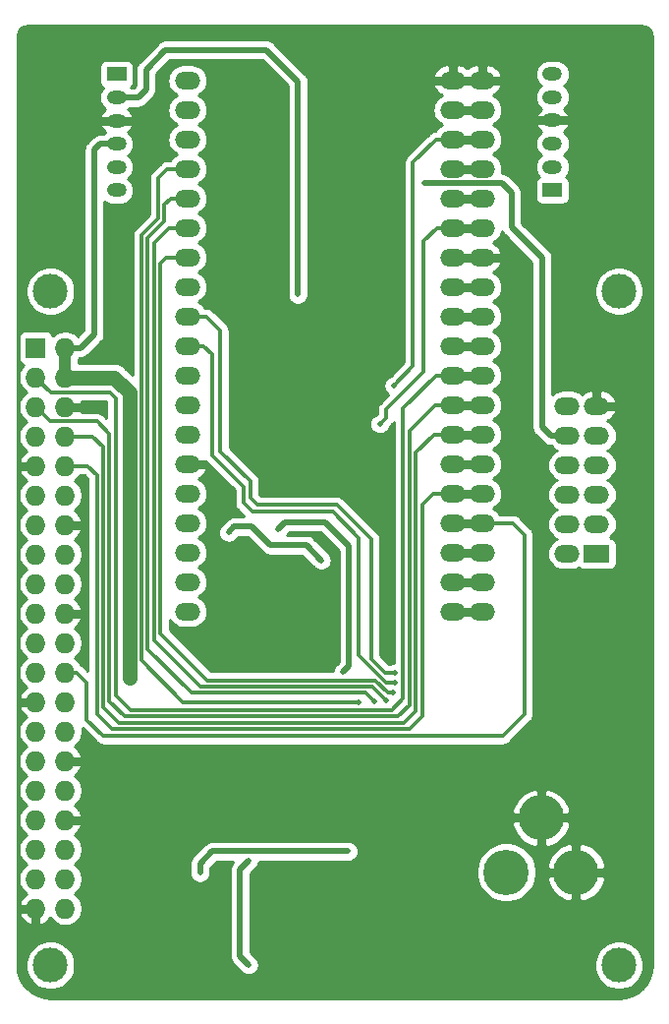
<source format=gbr>
%TF.GenerationSoftware,KiCad,Pcbnew,5.1.10-88a1d61d58~90~ubuntu20.04.1*%
%TF.CreationDate,2021-09-16T23:32:17-03:00*%
%TF.ProjectId,IAuto,49417574-6f2e-46b6-9963-61645f706362,rev?*%
%TF.SameCoordinates,Original*%
%TF.FileFunction,Copper,L2,Bot*%
%TF.FilePolarity,Positive*%
%FSLAX46Y46*%
G04 Gerber Fmt 4.6, Leading zero omitted, Abs format (unit mm)*
G04 Created by KiCad (PCBNEW 5.1.10-88a1d61d58~90~ubuntu20.04.1) date 2021-09-16 23:32:17*
%MOMM*%
%LPD*%
G01*
G04 APERTURE LIST*
%TA.AperFunction,ComponentPad*%
%ADD10R,1.700000X1.200000*%
%TD*%
%TA.AperFunction,ComponentPad*%
%ADD11O,1.700000X1.200000*%
%TD*%
%TA.AperFunction,ComponentPad*%
%ADD12O,2.200000X1.500000*%
%TD*%
%TA.AperFunction,ComponentPad*%
%ADD13R,2.200000X1.500000*%
%TD*%
%TA.AperFunction,ComponentPad*%
%ADD14O,3.900000X3.900000*%
%TD*%
%TA.AperFunction,ComponentPad*%
%ADD15R,1.727200X1.727200*%
%TD*%
%TA.AperFunction,ComponentPad*%
%ADD16O,1.727200X1.727200*%
%TD*%
%TA.AperFunction,ComponentPad*%
%ADD17C,3.000000*%
%TD*%
%TA.AperFunction,ViaPad*%
%ADD18C,0.508000*%
%TD*%
%TA.AperFunction,ViaPad*%
%ADD19C,0.500000*%
%TD*%
%TA.AperFunction,Conductor*%
%ADD20C,0.762000*%
%TD*%
%TA.AperFunction,Conductor*%
%ADD21C,0.508000*%
%TD*%
%TA.AperFunction,Conductor*%
%ADD22C,1.016000*%
%TD*%
%TA.AperFunction,Conductor*%
%ADD23C,1.270000*%
%TD*%
%TA.AperFunction,Conductor*%
%ADD24C,0.304800*%
%TD*%
%TA.AperFunction,Conductor*%
%ADD25C,0.254000*%
%TD*%
%TA.AperFunction,Conductor*%
%ADD26C,0.100000*%
%TD*%
G04 APERTURE END LIST*
D10*
%TO.P,J5,1*%
%TO.N,Net-(F4-Pad2)*%
X168275000Y-53283480D03*
D11*
%TO.P,J5,2*%
%TO.N,/Power Part/AOUT2*%
X168275000Y-51281960D03*
%TO.P,J5,6*%
%TO.N,/Power Part/A2*%
X168275000Y-43293660D03*
%TO.P,J5,4*%
%TO.N,GND*%
X168275000Y-47281460D03*
%TO.P,J5,5*%
%TO.N,N/C*%
X168275000Y-45292640D03*
%TO.P,J5,3*%
%TO.N,+5V*%
X168275000Y-49280440D03*
%TD*%
D10*
%TO.P,J4,1*%
%TO.N,Net-(F3-Pad2)*%
X130708400Y-43316520D03*
D11*
%TO.P,J4,2*%
%TO.N,/Power Part/BOUT1*%
X130708400Y-45318040D03*
%TO.P,J4,6*%
%TO.N,/Power Part/A1*%
X130708400Y-53306340D03*
%TO.P,J4,4*%
%TO.N,+5V*%
X130708400Y-49318540D03*
%TO.P,J4,5*%
%TO.N,N/C*%
X130708400Y-51307360D03*
%TO.P,J4,3*%
%TO.N,GND*%
X130708400Y-47319560D03*
%TD*%
D12*
%TO.P,U1,36*%
%TO.N,AIN1*%
X159672000Y-48935000D03*
%TO.P,U1,31*%
%TO.N,/Logical Part/GPIO19*%
X159672000Y-61635000D03*
%TO.P,U1,26*%
%TO.N,/Logical Part/TXD*%
X159672000Y-74335000D03*
%TO.P,U1,38*%
%TO.N,GND*%
X159672000Y-43855000D03*
%TO.P,U1,15*%
X159672000Y-59095000D03*
%TO.P,U1,37*%
%TO.N,AO2*%
X159672000Y-46395000D03*
%TO.P,U1,34*%
%TO.N,Net-(U1-Pad34)*%
X159672000Y-54015000D03*
%TO.P,U1,30*%
%TO.N,/Logical Part/GPIO18*%
X159672000Y-64175000D03*
%TO.P,U1,35*%
%TO.N,Net-(U1-Pad35)*%
X159672000Y-51475000D03*
%TO.P,U1,24*%
%TO.N,/Logical Part/RXD*%
X159672000Y-79415000D03*
%TO.P,U1,33*%
%TO.N,AIN2*%
X159672000Y-56555000D03*
%TO.P,U1,20*%
%TO.N,Net-(U1-Pad20)*%
X159672000Y-89575000D03*
%TO.P,U1,21*%
%TO.N,Net-(U1-Pad21)*%
X159672000Y-87035000D03*
%TO.P,U1,29*%
%TO.N,/Logical Part/GPIO5*%
X159672000Y-66715000D03*
%TO.P,U1,27*%
%TO.N,/Logical Part/SCL*%
X159672000Y-71795000D03*
%TO.P,U1,25*%
%TO.N,/Logical Part/GPIO0*%
X159672000Y-76875000D03*
%TO.P,U1,22*%
%TO.N,Net-(U1-Pad22)*%
X159672000Y-84495000D03*
%TO.P,U1,23*%
%TO.N,/Logical Part/CS*%
X159672000Y-81955000D03*
%TO.P,U1,28*%
%TO.N,/Logical Part/SDA*%
X159672000Y-69255000D03*
%TO.P,U1,10*%
%TO.N,/Logical Part/GPIO25*%
X136812000Y-64175000D03*
%TO.P,U1,11*%
%TO.N,/Logical Part/GPIO26*%
X136812000Y-66715000D03*
%TO.P,U1,12*%
%TO.N,BIN2*%
X136812000Y-69255000D03*
%TO.P,U1,13*%
%TO.N,/Logical Part/MOSI*%
X136812000Y-71795000D03*
%TO.P,U1,14*%
%TO.N,/Logical Part/MISO*%
X136812000Y-74335000D03*
%TO.P,U1,1*%
%TO.N,GND*%
X136812000Y-76875000D03*
%TO.P,U1,2*%
%TO.N,+3V3*%
X136812000Y-43855000D03*
%TO.P,U1,5*%
%TO.N,GPIO39*%
X136812000Y-51475000D03*
%TO.P,U1,6*%
%TO.N,/Logical Part/GPIO34*%
X136812000Y-54015000D03*
%TO.P,U1,3*%
%TO.N,N/C*%
X136812000Y-46395000D03*
%TO.P,U1,4*%
%TO.N,AO1*%
X136812000Y-48935000D03*
%TO.P,U1,7*%
%TO.N,/Logical Part/GPIO35*%
X136812000Y-56555000D03*
%TO.P,U1,8*%
%TO.N,/Logical Part/GPIO32*%
X136812000Y-59095000D03*
%TO.P,U1,9*%
%TO.N,BIN1*%
X136812000Y-61635000D03*
%TO.P,U1,16*%
%TO.N,/Logical Part/CLK*%
X136812000Y-79415000D03*
%TO.P,U1,32*%
%TO.N,+5V*%
X136812000Y-89575000D03*
%TO.P,U1,19*%
%TO.N,N/C*%
X136812000Y-87035000D03*
%TO.P,U1,18*%
X136812000Y-84495000D03*
%TO.P,U1,17*%
X136812000Y-81955000D03*
%TO.P,U1,23*%
%TO.N,/Logical Part/CS*%
X162212000Y-81955000D03*
%TO.P,U1,22*%
%TO.N,Net-(U1-Pad22)*%
X162212000Y-84495000D03*
%TO.P,U1,21*%
%TO.N,Net-(U1-Pad21)*%
X162212000Y-87035000D03*
%TO.P,U1,20*%
%TO.N,Net-(U1-Pad20)*%
X162212000Y-89575000D03*
%TO.P,U1,38*%
%TO.N,GND*%
X162212000Y-43855000D03*
%TO.P,U1,25*%
%TO.N,/Logical Part/GPIO0*%
X162212000Y-76875000D03*
%TO.P,U1,26*%
%TO.N,/Logical Part/TXD*%
X162212000Y-74335000D03*
%TO.P,U1,27*%
%TO.N,/Logical Part/SCL*%
X162212000Y-71795000D03*
%TO.P,U1,28*%
%TO.N,/Logical Part/SDA*%
X162212000Y-69255000D03*
%TO.P,U1,29*%
%TO.N,/Logical Part/GPIO5*%
X162212000Y-66715000D03*
%TO.P,U1,24*%
%TO.N,/Logical Part/RXD*%
X162212000Y-79415000D03*
%TO.P,U1,33*%
%TO.N,AIN2*%
X162212000Y-56555000D03*
%TO.P,U1,36*%
%TO.N,AIN1*%
X162212000Y-48935000D03*
%TO.P,U1,31*%
%TO.N,/Logical Part/GPIO19*%
X162212000Y-61635000D03*
%TO.P,U1,15*%
%TO.N,GND*%
X162212000Y-59095000D03*
%TO.P,U1,37*%
%TO.N,AO2*%
X162212000Y-46395000D03*
%TO.P,U1,34*%
%TO.N,Net-(U1-Pad34)*%
X162212000Y-54015000D03*
%TO.P,U1,35*%
%TO.N,Net-(U1-Pad35)*%
X162212000Y-51475000D03*
%TO.P,U1,30*%
%TO.N,/Logical Part/GPIO18*%
X162212000Y-64175000D03*
%TD*%
%TO.P,P2,6*%
%TO.N,/Logical Part/GPIO18*%
X169545000Y-79502000D03*
%TO.P,P2,10*%
%TO.N,/Logical Part/F+3.3V*%
X169545000Y-74422000D03*
%TO.P,P2,9*%
%TO.N,/Logical Part/GPIO34*%
X172085000Y-74422000D03*
%TO.P,P2,11*%
%TO.N,GND*%
X172085000Y-71882000D03*
%TO.P,P2,4*%
%TO.N,/Logical Part/GPIO5*%
X169545000Y-82042000D03*
%TO.P,P2,8*%
%TO.N,/Logical Part/GPIO19*%
X169545000Y-76962000D03*
D13*
%TO.P,P2,1*%
%TO.N,/Logical Part/GPIO25*%
X172085000Y-84582000D03*
D12*
%TO.P,P2,3*%
%TO.N,/Logical Part/GPIO26*%
X172085000Y-82042000D03*
%TO.P,P2,12*%
%TO.N,+5VF*%
X169545000Y-71882000D03*
%TO.P,P2,2*%
%TO.N,/Logical Part/GPIO0*%
X169545000Y-84582000D03*
%TO.P,P2,7*%
%TO.N,/Logical Part/GPIO35*%
X172085000Y-76962000D03*
%TO.P,P2,5*%
%TO.N,/Logical Part/GPIO32*%
X172085000Y-79502000D03*
%TD*%
D14*
%TO.P,J1,1*%
%TO.N,+BATT*%
X164300000Y-112000000D03*
%TO.P,J1,3*%
%TO.N,GND*%
X167300000Y-107300000D03*
%TO.P,J1,2*%
X170300000Y-112000000D03*
%TD*%
D15*
%TO.P,P1,1*%
%TO.N,N/C*%
X123730000Y-66870000D03*
D16*
%TO.P,P1,2*%
%TO.N,+5V*%
X126270000Y-66870000D03*
%TO.P,P1,3*%
%TO.N,/Logical Part/SDA*%
X123730000Y-69410000D03*
%TO.P,P1,4*%
%TO.N,+5V*%
X126270000Y-69410000D03*
%TO.P,P1,5*%
%TO.N,/Logical Part/SCL*%
X123730000Y-71950000D03*
%TO.P,P1,6*%
%TO.N,GND*%
X126270000Y-71950000D03*
%TO.P,P1,7*%
%TO.N,N/C*%
X123730000Y-74490000D03*
%TO.P,P1,8*%
%TO.N,/Logical Part/TXD*%
X126270000Y-74490000D03*
%TO.P,P1,9*%
%TO.N,GND*%
X123730000Y-77030000D03*
%TO.P,P1,10*%
%TO.N,/Logical Part/RXD*%
X126270000Y-77030000D03*
%TO.P,P1,11*%
%TO.N,N/C*%
X123730000Y-79570000D03*
%TO.P,P1,12*%
X126270000Y-79570000D03*
%TO.P,P1,13*%
X123730000Y-82110000D03*
%TO.P,P1,14*%
%TO.N,GND*%
X126270000Y-82110000D03*
%TO.P,P1,15*%
%TO.N,N/C*%
X123730000Y-84650000D03*
%TO.P,P1,16*%
X126270000Y-84650000D03*
%TO.P,P1,17*%
X123730000Y-87190000D03*
%TO.P,P1,18*%
X126270000Y-87190000D03*
%TO.P,P1,19*%
%TO.N,/Logical Part/MOSI*%
X123730000Y-89730000D03*
%TO.P,P1,20*%
%TO.N,GND*%
X126270000Y-89730000D03*
%TO.P,P1,21*%
%TO.N,/Logical Part/MISO*%
X123730000Y-92270000D03*
%TO.P,P1,22*%
%TO.N,N/C*%
X126270000Y-92270000D03*
%TO.P,P1,23*%
%TO.N,/Logical Part/CLK*%
X123730000Y-94810000D03*
%TO.P,P1,24*%
%TO.N,/Logical Part/CS*%
X126270000Y-94810000D03*
%TO.P,P1,25*%
%TO.N,GND*%
X123730000Y-97350000D03*
%TO.P,P1,26*%
%TO.N,N/C*%
X126270000Y-97350000D03*
%TO.P,P1,27*%
X123730000Y-99890000D03*
%TO.P,P1,28*%
X126270000Y-99890000D03*
%TO.P,P1,29*%
X123730000Y-102430000D03*
%TO.P,P1,30*%
%TO.N,GND*%
X126270000Y-102430000D03*
%TO.P,P1,31*%
%TO.N,N/C*%
X123730000Y-104970000D03*
%TO.P,P1,32*%
X126270000Y-104970000D03*
%TO.P,P1,33*%
X123730000Y-107510000D03*
%TO.P,P1,34*%
%TO.N,GND*%
X126270000Y-107510000D03*
%TO.P,P1,35*%
%TO.N,N/C*%
X123730000Y-110050000D03*
%TO.P,P1,36*%
X126270000Y-110050000D03*
%TO.P,P1,37*%
X123730000Y-112590000D03*
%TO.P,P1,38*%
X126270000Y-112590000D03*
%TO.P,P1,39*%
%TO.N,GND*%
X123730000Y-115130000D03*
%TO.P,P1,40*%
%TO.N,N/C*%
X126270000Y-115130000D03*
%TD*%
D17*
%TO.P,J9,1*%
%TO.N,N/C*%
X174000000Y-120000000D03*
%TD*%
%TO.P,J8,1*%
%TO.N,N/C*%
X125000000Y-120000000D03*
%TD*%
%TO.P,J7,1*%
%TO.N,N/C*%
X125000000Y-62000000D03*
%TD*%
%TO.P,J6,1*%
%TO.N,N/C*%
X174000000Y-62000000D03*
%TD*%
D18*
%TO.N,GND*%
X145775400Y-91738000D03*
X146475400Y-91738000D03*
X145075400Y-91738000D03*
X146475400Y-91038000D03*
X144375400Y-91738000D03*
X147200000Y-113950000D03*
X146500000Y-113950000D03*
X145800000Y-113950000D03*
X145800000Y-113250000D03*
X146500000Y-113250000D03*
X147200000Y-113250000D03*
X145800000Y-112550000D03*
X146500000Y-112550000D03*
X147200000Y-112550000D03*
X146500000Y-111850000D03*
X145800000Y-111850000D03*
X147200000Y-111850000D03*
X149150000Y-116700000D03*
X149150000Y-117400000D03*
X149150000Y-118100000D03*
X148450000Y-117450000D03*
X148450000Y-118100000D03*
X147750000Y-117450000D03*
X147750000Y-118100000D03*
X148450000Y-118800000D03*
X147750000Y-118800000D03*
X147750000Y-116700000D03*
X148450000Y-116700000D03*
X149150000Y-118800000D03*
X144375400Y-91038000D03*
X146475400Y-90338000D03*
X145775400Y-91038000D03*
X145075400Y-91038000D03*
X145775400Y-90338000D03*
X145075400Y-90338000D03*
X144375400Y-90338000D03*
D19*
X147900000Y-78600000D03*
X148650000Y-78600000D03*
X148650000Y-77900000D03*
X147900000Y-77900000D03*
D18*
X141350000Y-62400000D03*
X142050000Y-62400000D03*
X142050000Y-63100000D03*
X141350000Y-63100000D03*
X141150000Y-72750000D03*
X141150000Y-70850000D03*
%TO.N,/Power Part/OUT_BAT*%
X137890000Y-112060000D03*
X150670000Y-110200000D03*
X144650000Y-82450000D03*
X150242547Y-94743547D03*
%TO.N,Net-(C5-Pad2)*%
X142090000Y-111010000D03*
X142090000Y-119970000D03*
%TO.N,Net-(C6-Pad2)*%
X140350000Y-82750000D03*
X148350000Y-85150000D03*
%TO.N,+5V*%
X131800600Y-95250000D03*
%TO.N,/Logical Part/F+3.3V*%
X157200600Y-52705000D03*
%TO.N,/Power Part/BOUT1*%
X146329400Y-62280800D03*
D19*
%TO.N,/Logical Part/GPIO26*%
X154711400Y-95656400D03*
D18*
%TO.N,AIN2*%
X153390600Y-73406000D03*
%TO.N,AIN1*%
X154584400Y-70104000D03*
%TO.N,/Logical Part/GPIO32*%
X154533600Y-96570800D03*
D19*
%TO.N,/Logical Part/GPIO25*%
X154711400Y-94843600D03*
%TO.N,/Logical Part/GPIO35*%
X153974800Y-97205800D03*
%TO.N,/Logical Part/GPIO34*%
X152882600Y-97332800D03*
%TO.N,GPIO39*%
X151600000Y-97350000D03*
%TD*%
D20*
%TO.N,GND*%
X159672000Y-43855000D02*
X162212000Y-43855000D01*
X162212000Y-59095000D02*
X159672000Y-59095000D01*
D21*
%TO.N,/Power Part/OUT_BAT*%
X137890000Y-112060000D02*
X137890000Y-111270000D01*
X150667192Y-110197192D02*
X150670000Y-110200000D01*
X138962808Y-110197192D02*
X150667192Y-110197192D01*
X137890000Y-111270000D02*
X138962808Y-110197192D01*
X148650000Y-81850000D02*
X145250000Y-81850000D01*
X150750000Y-83950000D02*
X148650000Y-81850000D01*
X150750000Y-94250000D02*
X150750000Y-83950000D01*
X145250000Y-81850000D02*
X144650000Y-82450000D01*
X150242547Y-94743547D02*
X150750000Y-94250000D01*
%TO.N,Net-(C5-Pad2)*%
X142090000Y-111010000D02*
X141360000Y-111740000D01*
X141360000Y-119240000D02*
X142090000Y-119970000D01*
X141360000Y-111740000D02*
X141360000Y-119240000D01*
%TO.N,Net-(C6-Pad2)*%
X140350000Y-82750000D02*
X140850000Y-82250000D01*
X140850000Y-82250000D02*
X142350000Y-82250000D01*
X142350000Y-82250000D02*
X143950000Y-83850000D01*
X147050000Y-83850000D02*
X148350000Y-85150000D01*
X143950000Y-83850000D02*
X147050000Y-83850000D01*
D22*
%TO.N,+5V*%
X126270000Y-66870000D02*
X126270000Y-69410000D01*
D23*
X130471600Y-69410000D02*
X131800600Y-70739000D01*
X131800600Y-70739000D02*
X131800600Y-95250000D01*
X126270000Y-69410000D02*
X130471600Y-69410000D01*
D21*
X129294260Y-49318540D02*
X130708400Y-49318540D01*
X128778000Y-49834800D02*
X129294260Y-49318540D01*
X128778000Y-65684400D02*
X128778000Y-49834800D01*
X127592400Y-66870000D02*
X128778000Y-65684400D01*
X126270000Y-66870000D02*
X127592400Y-66870000D01*
%TO.N,/Logical Part/F+3.3V*%
X169545000Y-74422000D02*
X168122600Y-74422000D01*
X168122600Y-74422000D02*
X167386000Y-73685400D01*
X167386000Y-73685400D02*
X167386000Y-59131200D01*
X167386000Y-59131200D02*
X164744400Y-56489600D01*
X164744400Y-56489600D02*
X164744400Y-53492400D01*
X164744400Y-53492400D02*
X163957000Y-52705000D01*
X163957000Y-52705000D02*
X157200600Y-52705000D01*
%TO.N,/Power Part/BOUT1*%
X133248400Y-44627800D02*
X132558160Y-45318040D01*
X133248400Y-42900600D02*
X133248400Y-44627800D01*
X134924800Y-41224200D02*
X133248400Y-42900600D01*
X143637000Y-41224200D02*
X134924800Y-41224200D01*
X132558160Y-45318040D02*
X130708400Y-45318040D01*
X146329400Y-43916600D02*
X143637000Y-41224200D01*
X146329400Y-62280800D02*
X146329400Y-43916600D01*
D20*
%TO.N,/Logical Part/CS*%
X159672000Y-81955000D02*
X162212000Y-81955000D01*
D24*
X165850000Y-82950000D02*
X164855000Y-81955000D01*
X165850000Y-98437000D02*
X165850000Y-82950000D01*
X164007800Y-100279200D02*
X165850000Y-98437000D01*
X128150000Y-98889200D02*
X129540000Y-100279200D01*
X164855000Y-81955000D02*
X162212000Y-81955000D01*
X129540000Y-100279200D02*
X164007800Y-100279200D01*
X128150000Y-95700000D02*
X128150000Y-98889200D01*
X127260000Y-94810000D02*
X128150000Y-95700000D01*
X126270000Y-94810000D02*
X127260000Y-94810000D01*
D20*
%TO.N,/Logical Part/RXD*%
X162212000Y-79415000D02*
X159672000Y-79415000D01*
D24*
X157985000Y-79415000D02*
X159672000Y-79415000D01*
X155925600Y-99700000D02*
X157050000Y-98575600D01*
X157050000Y-98575600D02*
X157050000Y-80350000D01*
X130281600Y-99700000D02*
X155925600Y-99700000D01*
X157050000Y-80350000D02*
X157985000Y-79415000D01*
X129000000Y-98418400D02*
X130281600Y-99700000D01*
X129000000Y-77793600D02*
X129000000Y-98418400D01*
X128236400Y-77030000D02*
X129000000Y-77793600D01*
X126270000Y-77030000D02*
X128236400Y-77030000D01*
D20*
%TO.N,/Logical Part/TXD*%
X162212000Y-74335000D02*
X159672000Y-74335000D01*
D24*
X156500000Y-75900000D02*
X158065000Y-74335000D01*
X156500000Y-98109600D02*
X156500000Y-75900000D01*
X155459600Y-99150000D02*
X156500000Y-98109600D01*
X154900000Y-99150000D02*
X155459600Y-99150000D01*
X131495800Y-99161600D02*
X154900000Y-99150000D01*
X130911600Y-99161600D02*
X131495800Y-99161600D01*
X129540000Y-75387200D02*
X129540000Y-97790000D01*
X158065000Y-74335000D02*
X159672000Y-74335000D01*
X129540000Y-97790000D02*
X130911600Y-99161600D01*
X128642800Y-74490000D02*
X129540000Y-75387200D01*
X126270000Y-74490000D02*
X128642800Y-74490000D01*
D20*
%TO.N,/Logical Part/SCL*%
X159672000Y-71795000D02*
X162212000Y-71795000D01*
D24*
X158155000Y-71795000D02*
X159672000Y-71795000D01*
X155950000Y-97618200D02*
X155950000Y-74000000D01*
X154968200Y-98600000D02*
X155950000Y-97618200D01*
X130098800Y-97298800D02*
X131400000Y-98600000D01*
X130098800Y-74269600D02*
X130098800Y-97298800D01*
X129032000Y-73202800D02*
X130098800Y-74269600D01*
X131400000Y-98600000D02*
X154968200Y-98600000D01*
X125018800Y-73202800D02*
X129032000Y-73202800D01*
X155950000Y-74000000D02*
X158155000Y-71795000D01*
X123766000Y-71950000D02*
X125018800Y-73202800D01*
X123730000Y-71950000D02*
X123766000Y-71950000D01*
D20*
%TO.N,/Logical Part/SDA*%
X162212000Y-69255000D02*
X159672000Y-69255000D01*
D24*
X130100000Y-70700000D02*
X125020000Y-70700000D01*
X130628400Y-71228400D02*
X130100000Y-70700000D01*
X131908200Y-98050000D02*
X130628400Y-96770200D01*
X154400000Y-98050000D02*
X131908200Y-98050000D01*
X130628400Y-96770200D02*
X130628400Y-71228400D01*
X155400000Y-97050000D02*
X154400000Y-98050000D01*
X155400000Y-72100000D02*
X155400000Y-97050000D01*
X158245000Y-69255000D02*
X155400000Y-72100000D01*
X125020000Y-70700000D02*
X123730000Y-69410000D01*
X159672000Y-69255000D02*
X158245000Y-69255000D01*
%TO.N,/Logical Part/GPIO26*%
X138215000Y-66715000D02*
X136812000Y-66715000D01*
X138950000Y-67450000D02*
X138215000Y-66715000D01*
X138950000Y-76100000D02*
X138950000Y-67450000D01*
X141650000Y-78800000D02*
X138950000Y-76100000D01*
X141650000Y-80204354D02*
X141650000Y-78800000D01*
X149350000Y-80950000D02*
X142395646Y-80950000D01*
X142395646Y-80950000D02*
X141650000Y-80204354D01*
X151600000Y-83200000D02*
X149350000Y-80950000D01*
X153924000Y-95656400D02*
X151600000Y-93332400D01*
X154711400Y-95656400D02*
X153924000Y-95656400D01*
X151600000Y-93332400D02*
X151600000Y-83200000D01*
D20*
%TO.N,/Logical Part/GPIO0*%
X159672000Y-76875000D02*
X162212000Y-76875000D01*
%TO.N,AIN2*%
X159672000Y-56555000D02*
X162212000Y-56555000D01*
D24*
X159672000Y-56555000D02*
X158303600Y-56555000D01*
X158303600Y-56555000D02*
X157175200Y-57683400D01*
X157175200Y-57683400D02*
X157175200Y-68935600D01*
X157175200Y-68935600D02*
X153924000Y-72186800D01*
X153924000Y-72872600D02*
X153390600Y-73406000D01*
X153924000Y-72186800D02*
X153924000Y-72872600D01*
D20*
%TO.N,AIN1*%
X159672000Y-48935000D02*
X162212000Y-48935000D01*
D24*
X159672000Y-48935000D02*
X158252800Y-48935000D01*
X158252800Y-48935000D02*
X156260800Y-50927000D01*
X156260800Y-68427600D02*
X154584400Y-70104000D01*
X156260800Y-50927000D02*
X156260800Y-68427600D01*
D20*
%TO.N,AO2*%
X162212000Y-46395000D02*
X159672000Y-46395000D01*
%TO.N,/Logical Part/GPIO5*%
X162212000Y-66715000D02*
X159672000Y-66715000D01*
D24*
%TO.N,/Logical Part/GPIO32*%
X138557000Y-95478600D02*
X153009600Y-95478600D01*
X154101800Y-96570800D02*
X154533600Y-96570800D01*
X153009600Y-95478600D02*
X154101800Y-96570800D01*
X136812000Y-59095000D02*
X134986400Y-59095000D01*
X134986400Y-59095000D02*
X134493000Y-59588400D01*
X134493000Y-91414600D02*
X138557000Y-95478600D01*
X134493000Y-59588400D02*
X134493000Y-91414600D01*
%TO.N,/Logical Part/GPIO25*%
X138425000Y-64175000D02*
X136812000Y-64175000D01*
X142250000Y-78350000D02*
X139650000Y-75750000D01*
X142250000Y-79800000D02*
X142250000Y-78350000D01*
X142850000Y-80400000D02*
X142250000Y-79800000D01*
X139650000Y-65400000D02*
X138425000Y-64175000D01*
X139650000Y-75750000D02*
X139650000Y-65400000D01*
X149700000Y-80400000D02*
X142850000Y-80400000D01*
X152654000Y-83354000D02*
X149700000Y-80400000D01*
X152654000Y-93662500D02*
X152654000Y-83354000D01*
X153835100Y-94843600D02*
X152654000Y-93662500D01*
X154711400Y-94843600D02*
X153835100Y-94843600D01*
D20*
%TO.N,Net-(U1-Pad22)*%
X162212000Y-84495000D02*
X159672000Y-84495000D01*
%TO.N,Net-(U1-Pad21)*%
X159672000Y-87035000D02*
X162212000Y-87035000D01*
%TO.N,Net-(U1-Pad20)*%
X162212000Y-89575000D02*
X159672000Y-89575000D01*
%TO.N,Net-(U1-Pad34)*%
X162212000Y-54015000D02*
X159672000Y-54015000D01*
%TO.N,Net-(U1-Pad35)*%
X162212000Y-51475000D02*
X159672000Y-51475000D01*
D24*
%TO.N,/Logical Part/GPIO35*%
X152781000Y-96012000D02*
X153974800Y-97205800D01*
X137922000Y-96012000D02*
X152781000Y-96012000D01*
X136812000Y-56555000D02*
X135215000Y-56555000D01*
X135215000Y-56555000D02*
X133934200Y-57835800D01*
X133934200Y-92024200D02*
X137922000Y-96012000D01*
X133934200Y-57835800D02*
X133934200Y-92024200D01*
D20*
%TO.N,/Logical Part/GPIO18*%
X159672000Y-64175000D02*
X162212000Y-64175000D01*
D24*
%TO.N,/Logical Part/GPIO34*%
X152882600Y-97332800D02*
X152873400Y-97332800D01*
X152120600Y-96570800D02*
X152882600Y-97332800D01*
X137185400Y-96570800D02*
X152120600Y-96570800D01*
X136812000Y-54015000D02*
X135367400Y-54015000D01*
X135367400Y-54015000D02*
X134823200Y-54559200D01*
X134823200Y-54559200D02*
X134823200Y-55956200D01*
X134823200Y-55956200D02*
X133400800Y-57378600D01*
X133400800Y-92786200D02*
X137185400Y-96570800D01*
X133400800Y-57378600D02*
X133400800Y-92786200D01*
D20*
%TO.N,/Logical Part/GPIO19*%
X162212000Y-61635000D02*
X159672000Y-61635000D01*
D24*
%TO.N,GPIO39*%
X136847000Y-97350000D02*
X151600000Y-97350000D01*
X136812000Y-51475000D02*
X135088000Y-51475000D01*
X135088000Y-51475000D02*
X134289800Y-52273200D01*
X134289800Y-52273200D02*
X134289800Y-55727600D01*
X134289800Y-55727600D02*
X132842000Y-57175400D01*
X132842000Y-57175400D02*
X132842000Y-93751400D01*
X136440600Y-97350000D02*
X136847000Y-97350000D01*
X132842000Y-93751400D02*
X136440600Y-97350000D01*
%TD*%
D25*
%TO.N,GND*%
X176162540Y-39179102D02*
X176318894Y-39226308D01*
X176463096Y-39302982D01*
X176589663Y-39406207D01*
X176693769Y-39532051D01*
X176771447Y-39675711D01*
X176819742Y-39831729D01*
X176840001Y-40024482D01*
X176840000Y-119967721D01*
X176782808Y-120551010D01*
X176622783Y-121081036D01*
X176362860Y-121569880D01*
X176012935Y-121998931D01*
X175586335Y-122351845D01*
X175099320Y-122615173D01*
X174570422Y-122778894D01*
X173989040Y-122840000D01*
X125032279Y-122840000D01*
X124448990Y-122782808D01*
X123918964Y-122622783D01*
X123430120Y-122362860D01*
X123001069Y-122012935D01*
X122648155Y-121586335D01*
X122384827Y-121099320D01*
X122221106Y-120570422D01*
X122160000Y-119989040D01*
X122160000Y-119789721D01*
X122865000Y-119789721D01*
X122865000Y-120210279D01*
X122947047Y-120622756D01*
X123107988Y-121011302D01*
X123341637Y-121360983D01*
X123639017Y-121658363D01*
X123988698Y-121892012D01*
X124377244Y-122052953D01*
X124789721Y-122135000D01*
X125210279Y-122135000D01*
X125622756Y-122052953D01*
X126011302Y-121892012D01*
X126360983Y-121658363D01*
X126658363Y-121360983D01*
X126892012Y-121011302D01*
X127052953Y-120622756D01*
X127135000Y-120210279D01*
X127135000Y-119789721D01*
X127052953Y-119377244D01*
X126892012Y-118988698D01*
X126658363Y-118639017D01*
X126360983Y-118341637D01*
X126011302Y-118107988D01*
X125622756Y-117947047D01*
X125210279Y-117865000D01*
X124789721Y-117865000D01*
X124377244Y-117947047D01*
X123988698Y-118107988D01*
X123639017Y-118341637D01*
X123341637Y-118639017D01*
X123107988Y-118988698D01*
X122947047Y-119377244D01*
X122865000Y-119789721D01*
X122160000Y-119789721D01*
X122160000Y-115611914D01*
X122311000Y-115611914D01*
X122385844Y-115792625D01*
X122540943Y-116042125D01*
X122741737Y-116256572D01*
X122980510Y-116427726D01*
X123248085Y-116549009D01*
X123476000Y-116448177D01*
X123476000Y-115384000D01*
X122414446Y-115384000D01*
X122311000Y-115611914D01*
X122160000Y-115611914D01*
X122160000Y-66006400D01*
X122228328Y-66006400D01*
X122228328Y-67733600D01*
X122240588Y-67858082D01*
X122276898Y-67977780D01*
X122335863Y-68088094D01*
X122415215Y-68184785D01*
X122511906Y-68264137D01*
X122622220Y-68323102D01*
X122680023Y-68340636D01*
X122565961Y-68454698D01*
X122401958Y-68700147D01*
X122288990Y-68972875D01*
X122231400Y-69262401D01*
X122231400Y-69557599D01*
X122288990Y-69847125D01*
X122401958Y-70119853D01*
X122565961Y-70365302D01*
X122774698Y-70574039D01*
X122933281Y-70680000D01*
X122774698Y-70785961D01*
X122565961Y-70994698D01*
X122401958Y-71240147D01*
X122288990Y-71512875D01*
X122231400Y-71802401D01*
X122231400Y-72097599D01*
X122288990Y-72387125D01*
X122401958Y-72659853D01*
X122565961Y-72905302D01*
X122774698Y-73114039D01*
X122933281Y-73220000D01*
X122774698Y-73325961D01*
X122565961Y-73534698D01*
X122401958Y-73780147D01*
X122288990Y-74052875D01*
X122231400Y-74342401D01*
X122231400Y-74637599D01*
X122288990Y-74927125D01*
X122401958Y-75199853D01*
X122565961Y-75445302D01*
X122774698Y-75654039D01*
X122937705Y-75762957D01*
X122741737Y-75903428D01*
X122540943Y-76117875D01*
X122385844Y-76367375D01*
X122311000Y-76548086D01*
X122414446Y-76776000D01*
X123476000Y-76776000D01*
X123476000Y-76756000D01*
X123984000Y-76756000D01*
X123984000Y-76776000D01*
X124004000Y-76776000D01*
X124004000Y-77284000D01*
X123984000Y-77284000D01*
X123984000Y-77304000D01*
X123476000Y-77304000D01*
X123476000Y-77284000D01*
X122414446Y-77284000D01*
X122311000Y-77511914D01*
X122385844Y-77692625D01*
X122540943Y-77942125D01*
X122741737Y-78156572D01*
X122937705Y-78297043D01*
X122774698Y-78405961D01*
X122565961Y-78614698D01*
X122401958Y-78860147D01*
X122288990Y-79132875D01*
X122231400Y-79422401D01*
X122231400Y-79717599D01*
X122288990Y-80007125D01*
X122401958Y-80279853D01*
X122565961Y-80525302D01*
X122774698Y-80734039D01*
X122933281Y-80840000D01*
X122774698Y-80945961D01*
X122565961Y-81154698D01*
X122401958Y-81400147D01*
X122288990Y-81672875D01*
X122231400Y-81962401D01*
X122231400Y-82257599D01*
X122288990Y-82547125D01*
X122401958Y-82819853D01*
X122565961Y-83065302D01*
X122774698Y-83274039D01*
X122933281Y-83380000D01*
X122774698Y-83485961D01*
X122565961Y-83694698D01*
X122401958Y-83940147D01*
X122288990Y-84212875D01*
X122231400Y-84502401D01*
X122231400Y-84797599D01*
X122288990Y-85087125D01*
X122401958Y-85359853D01*
X122565961Y-85605302D01*
X122774698Y-85814039D01*
X122933281Y-85920000D01*
X122774698Y-86025961D01*
X122565961Y-86234698D01*
X122401958Y-86480147D01*
X122288990Y-86752875D01*
X122231400Y-87042401D01*
X122231400Y-87337599D01*
X122288990Y-87627125D01*
X122401958Y-87899853D01*
X122565961Y-88145302D01*
X122774698Y-88354039D01*
X122933281Y-88460000D01*
X122774698Y-88565961D01*
X122565961Y-88774698D01*
X122401958Y-89020147D01*
X122288990Y-89292875D01*
X122231400Y-89582401D01*
X122231400Y-89877599D01*
X122288990Y-90167125D01*
X122401958Y-90439853D01*
X122565961Y-90685302D01*
X122774698Y-90894039D01*
X122933281Y-91000000D01*
X122774698Y-91105961D01*
X122565961Y-91314698D01*
X122401958Y-91560147D01*
X122288990Y-91832875D01*
X122231400Y-92122401D01*
X122231400Y-92417599D01*
X122288990Y-92707125D01*
X122401958Y-92979853D01*
X122565961Y-93225302D01*
X122774698Y-93434039D01*
X122933281Y-93540000D01*
X122774698Y-93645961D01*
X122565961Y-93854698D01*
X122401958Y-94100147D01*
X122288990Y-94372875D01*
X122231400Y-94662401D01*
X122231400Y-94957599D01*
X122288990Y-95247125D01*
X122401958Y-95519853D01*
X122565961Y-95765302D01*
X122774698Y-95974039D01*
X122937705Y-96082957D01*
X122741737Y-96223428D01*
X122540943Y-96437875D01*
X122385844Y-96687375D01*
X122311000Y-96868086D01*
X122414446Y-97096000D01*
X123476000Y-97096000D01*
X123476000Y-97076000D01*
X123984000Y-97076000D01*
X123984000Y-97096000D01*
X124004000Y-97096000D01*
X124004000Y-97604000D01*
X123984000Y-97604000D01*
X123984000Y-97624000D01*
X123476000Y-97624000D01*
X123476000Y-97604000D01*
X122414446Y-97604000D01*
X122311000Y-97831914D01*
X122385844Y-98012625D01*
X122540943Y-98262125D01*
X122741737Y-98476572D01*
X122937705Y-98617043D01*
X122774698Y-98725961D01*
X122565961Y-98934698D01*
X122401958Y-99180147D01*
X122288990Y-99452875D01*
X122231400Y-99742401D01*
X122231400Y-100037599D01*
X122288990Y-100327125D01*
X122401958Y-100599853D01*
X122565961Y-100845302D01*
X122774698Y-101054039D01*
X122933281Y-101160000D01*
X122774698Y-101265961D01*
X122565961Y-101474698D01*
X122401958Y-101720147D01*
X122288990Y-101992875D01*
X122231400Y-102282401D01*
X122231400Y-102577599D01*
X122288990Y-102867125D01*
X122401958Y-103139853D01*
X122565961Y-103385302D01*
X122774698Y-103594039D01*
X122933281Y-103700000D01*
X122774698Y-103805961D01*
X122565961Y-104014698D01*
X122401958Y-104260147D01*
X122288990Y-104532875D01*
X122231400Y-104822401D01*
X122231400Y-105117599D01*
X122288990Y-105407125D01*
X122401958Y-105679853D01*
X122565961Y-105925302D01*
X122774698Y-106134039D01*
X122933281Y-106240000D01*
X122774698Y-106345961D01*
X122565961Y-106554698D01*
X122401958Y-106800147D01*
X122288990Y-107072875D01*
X122231400Y-107362401D01*
X122231400Y-107657599D01*
X122288990Y-107947125D01*
X122401958Y-108219853D01*
X122565961Y-108465302D01*
X122774698Y-108674039D01*
X122933281Y-108780000D01*
X122774698Y-108885961D01*
X122565961Y-109094698D01*
X122401958Y-109340147D01*
X122288990Y-109612875D01*
X122231400Y-109902401D01*
X122231400Y-110197599D01*
X122288990Y-110487125D01*
X122401958Y-110759853D01*
X122565961Y-111005302D01*
X122774698Y-111214039D01*
X122933281Y-111320000D01*
X122774698Y-111425961D01*
X122565961Y-111634698D01*
X122401958Y-111880147D01*
X122288990Y-112152875D01*
X122231400Y-112442401D01*
X122231400Y-112737599D01*
X122288990Y-113027125D01*
X122401958Y-113299853D01*
X122565961Y-113545302D01*
X122774698Y-113754039D01*
X122937705Y-113862957D01*
X122741737Y-114003428D01*
X122540943Y-114217875D01*
X122385844Y-114467375D01*
X122311000Y-114648086D01*
X122414446Y-114876000D01*
X123476000Y-114876000D01*
X123476000Y-114856000D01*
X123984000Y-114856000D01*
X123984000Y-114876000D01*
X124004000Y-114876000D01*
X124004000Y-115384000D01*
X123984000Y-115384000D01*
X123984000Y-116448177D01*
X124211915Y-116549009D01*
X124479490Y-116427726D01*
X124718263Y-116256572D01*
X124919057Y-116042125D01*
X124995233Y-115919585D01*
X125105961Y-116085302D01*
X125314698Y-116294039D01*
X125560147Y-116458042D01*
X125832875Y-116571010D01*
X126122401Y-116628600D01*
X126417599Y-116628600D01*
X126707125Y-116571010D01*
X126979853Y-116458042D01*
X127225302Y-116294039D01*
X127434039Y-116085302D01*
X127598042Y-115839853D01*
X127711010Y-115567125D01*
X127768600Y-115277599D01*
X127768600Y-114982401D01*
X127711010Y-114692875D01*
X127598042Y-114420147D01*
X127434039Y-114174698D01*
X127225302Y-113965961D01*
X127066719Y-113860000D01*
X127225302Y-113754039D01*
X127434039Y-113545302D01*
X127598042Y-113299853D01*
X127711010Y-113027125D01*
X127768600Y-112737599D01*
X127768600Y-112442401D01*
X127711010Y-112152875D01*
X127598042Y-111880147D01*
X127434039Y-111634698D01*
X127225302Y-111425961D01*
X127066719Y-111320000D01*
X127141549Y-111270000D01*
X136996700Y-111270000D01*
X137001000Y-111313660D01*
X137001000Y-112147559D01*
X137009563Y-112190610D01*
X137013864Y-112234273D01*
X137026600Y-112276260D01*
X137035164Y-112319312D01*
X137051960Y-112359860D01*
X137064697Y-112401850D01*
X137085384Y-112440552D01*
X137102179Y-112481099D01*
X137126561Y-112517589D01*
X137147247Y-112556290D01*
X137175085Y-112590211D01*
X137199469Y-112626704D01*
X137230502Y-112657737D01*
X137258341Y-112691659D01*
X137292264Y-112719499D01*
X137323296Y-112750531D01*
X137359785Y-112774912D01*
X137393709Y-112802753D01*
X137432415Y-112823442D01*
X137468901Y-112847821D01*
X137509443Y-112864614D01*
X137548149Y-112885303D01*
X137590143Y-112898041D01*
X137630688Y-112914836D01*
X137673737Y-112923399D01*
X137715726Y-112936136D01*
X137759391Y-112940437D01*
X137802441Y-112949000D01*
X137846333Y-112949000D01*
X137890000Y-112953301D01*
X137933667Y-112949000D01*
X137977559Y-112949000D01*
X138020610Y-112940437D01*
X138064273Y-112936136D01*
X138106260Y-112923400D01*
X138149312Y-112914836D01*
X138189860Y-112898040D01*
X138231850Y-112885303D01*
X138270552Y-112864616D01*
X138311099Y-112847821D01*
X138347589Y-112823439D01*
X138386290Y-112802753D01*
X138420211Y-112774915D01*
X138456704Y-112750531D01*
X138487737Y-112719498D01*
X138521659Y-112691659D01*
X138549499Y-112657736D01*
X138580531Y-112626704D01*
X138604912Y-112590215D01*
X138632753Y-112556291D01*
X138653442Y-112517585D01*
X138677821Y-112481099D01*
X138694614Y-112440557D01*
X138715303Y-112401851D01*
X138728041Y-112359857D01*
X138744836Y-112319312D01*
X138753399Y-112276263D01*
X138766136Y-112234274D01*
X138770437Y-112190609D01*
X138779000Y-112147559D01*
X138779000Y-111638235D01*
X139331044Y-111086192D01*
X140755330Y-111086192D01*
X140728341Y-111108341D01*
X140617247Y-111243710D01*
X140534697Y-111398150D01*
X140483864Y-111565727D01*
X140471000Y-111696334D01*
X140471000Y-111696340D01*
X140466700Y-111740000D01*
X140471000Y-111783660D01*
X140471001Y-119196330D01*
X140466700Y-119240000D01*
X140483864Y-119414274D01*
X140534698Y-119581852D01*
X140617248Y-119736291D01*
X140693552Y-119829267D01*
X140728342Y-119871659D01*
X140762259Y-119899494D01*
X141492259Y-120629495D01*
X141492265Y-120629500D01*
X141523296Y-120660531D01*
X141559785Y-120684912D01*
X141593708Y-120712752D01*
X141632412Y-120733440D01*
X141668901Y-120757821D01*
X141709444Y-120774614D01*
X141748147Y-120795302D01*
X141790141Y-120808041D01*
X141830688Y-120824836D01*
X141873736Y-120833399D01*
X141915725Y-120846136D01*
X141959389Y-120850436D01*
X142002441Y-120859000D01*
X142046340Y-120859000D01*
X142090000Y-120863300D01*
X142133660Y-120859000D01*
X142177559Y-120859000D01*
X142220611Y-120850436D01*
X142264275Y-120846136D01*
X142306263Y-120833399D01*
X142349312Y-120824836D01*
X142389861Y-120808040D01*
X142431852Y-120795302D01*
X142470552Y-120774616D01*
X142511099Y-120757821D01*
X142547592Y-120733437D01*
X142586291Y-120712752D01*
X142620211Y-120684915D01*
X142656704Y-120660531D01*
X142687738Y-120629497D01*
X142721659Y-120601659D01*
X142749497Y-120567738D01*
X142780531Y-120536704D01*
X142804915Y-120500211D01*
X142832752Y-120466291D01*
X142853437Y-120427592D01*
X142877821Y-120391099D01*
X142894616Y-120350552D01*
X142915302Y-120311852D01*
X142928040Y-120269861D01*
X142944836Y-120229312D01*
X142953399Y-120186263D01*
X142966136Y-120144275D01*
X142970436Y-120100611D01*
X142979000Y-120057559D01*
X142979000Y-120013660D01*
X142983300Y-119970000D01*
X142979000Y-119926340D01*
X142979000Y-119882441D01*
X142970436Y-119839389D01*
X142966136Y-119795725D01*
X142964315Y-119789721D01*
X171865000Y-119789721D01*
X171865000Y-120210279D01*
X171947047Y-120622756D01*
X172107988Y-121011302D01*
X172341637Y-121360983D01*
X172639017Y-121658363D01*
X172988698Y-121892012D01*
X173377244Y-122052953D01*
X173789721Y-122135000D01*
X174210279Y-122135000D01*
X174622756Y-122052953D01*
X175011302Y-121892012D01*
X175360983Y-121658363D01*
X175658363Y-121360983D01*
X175892012Y-121011302D01*
X176052953Y-120622756D01*
X176135000Y-120210279D01*
X176135000Y-119789721D01*
X176052953Y-119377244D01*
X175892012Y-118988698D01*
X175658363Y-118639017D01*
X175360983Y-118341637D01*
X175011302Y-118107988D01*
X174622756Y-117947047D01*
X174210279Y-117865000D01*
X173789721Y-117865000D01*
X173377244Y-117947047D01*
X172988698Y-118107988D01*
X172639017Y-118341637D01*
X172341637Y-118639017D01*
X172107988Y-118988698D01*
X171947047Y-119377244D01*
X171865000Y-119789721D01*
X142964315Y-119789721D01*
X142953399Y-119753736D01*
X142944836Y-119710688D01*
X142928041Y-119670141D01*
X142915302Y-119628147D01*
X142894614Y-119589444D01*
X142877821Y-119548901D01*
X142853440Y-119512412D01*
X142832752Y-119473708D01*
X142804912Y-119439785D01*
X142780531Y-119403296D01*
X142749500Y-119372265D01*
X142749495Y-119372259D01*
X142249000Y-118871765D01*
X142249000Y-112108235D01*
X142611835Y-111745400D01*
X161715000Y-111745400D01*
X161715000Y-112254600D01*
X161814340Y-112754017D01*
X162009202Y-113224457D01*
X162292099Y-113647842D01*
X162652158Y-114007901D01*
X163075543Y-114290798D01*
X163545983Y-114485660D01*
X164045400Y-114585000D01*
X164554600Y-114585000D01*
X165054017Y-114485660D01*
X165524457Y-114290798D01*
X165947842Y-114007901D01*
X166307901Y-113647842D01*
X166590798Y-113224457D01*
X166785660Y-112754017D01*
X166805693Y-112653300D01*
X167798910Y-112653300D01*
X167974420Y-113128685D01*
X168239301Y-113560696D01*
X168583373Y-113932730D01*
X168993414Y-114230490D01*
X169453667Y-114442534D01*
X169646701Y-114501085D01*
X170046000Y-114412918D01*
X170046000Y-112254000D01*
X170554000Y-112254000D01*
X170554000Y-114412918D01*
X170953299Y-114501085D01*
X171146333Y-114442534D01*
X171606586Y-114230490D01*
X172016627Y-113932730D01*
X172360699Y-113560696D01*
X172625580Y-113128685D01*
X172801090Y-112653300D01*
X172713746Y-112254000D01*
X170554000Y-112254000D01*
X170046000Y-112254000D01*
X167886254Y-112254000D01*
X167798910Y-112653300D01*
X166805693Y-112653300D01*
X166885000Y-112254600D01*
X166885000Y-111745400D01*
X166805694Y-111346700D01*
X167798910Y-111346700D01*
X167886254Y-111746000D01*
X170046000Y-111746000D01*
X170046000Y-109587082D01*
X170554000Y-109587082D01*
X170554000Y-111746000D01*
X172713746Y-111746000D01*
X172801090Y-111346700D01*
X172625580Y-110871315D01*
X172360699Y-110439304D01*
X172016627Y-110067270D01*
X171606586Y-109769510D01*
X171146333Y-109557466D01*
X170953299Y-109498915D01*
X170554000Y-109587082D01*
X170046000Y-109587082D01*
X169646701Y-109498915D01*
X169453667Y-109557466D01*
X168993414Y-109769510D01*
X168583373Y-110067270D01*
X168239301Y-110439304D01*
X167974420Y-110871315D01*
X167798910Y-111346700D01*
X166805694Y-111346700D01*
X166785660Y-111245983D01*
X166590798Y-110775543D01*
X166307901Y-110352158D01*
X165947842Y-109992099D01*
X165524457Y-109709202D01*
X165054017Y-109514340D01*
X164554600Y-109415000D01*
X164045400Y-109415000D01*
X163545983Y-109514340D01*
X163075543Y-109709202D01*
X162652158Y-109992099D01*
X162292099Y-110352158D01*
X162009202Y-110775543D01*
X161814340Y-111245983D01*
X161715000Y-111745400D01*
X142611835Y-111745400D01*
X142749495Y-111607741D01*
X142749500Y-111607735D01*
X142780531Y-111576704D01*
X142804912Y-111540215D01*
X142832752Y-111506292D01*
X142853440Y-111467588D01*
X142877821Y-111431099D01*
X142894614Y-111390556D01*
X142915302Y-111351853D01*
X142928041Y-111309859D01*
X142944836Y-111269312D01*
X142953399Y-111226264D01*
X142966136Y-111184275D01*
X142970436Y-111140611D01*
X142979000Y-111097559D01*
X142979000Y-111086192D01*
X150568324Y-111086192D01*
X150582441Y-111089000D01*
X150626339Y-111089000D01*
X150669999Y-111093300D01*
X150713659Y-111089000D01*
X150757559Y-111089000D01*
X150800612Y-111080436D01*
X150844274Y-111076136D01*
X150886261Y-111063399D01*
X150929312Y-111054836D01*
X150969862Y-111038039D01*
X151011852Y-111025302D01*
X151050550Y-111004617D01*
X151091099Y-110987821D01*
X151127598Y-110963434D01*
X151166291Y-110942751D01*
X151200206Y-110914918D01*
X151236704Y-110890531D01*
X151267740Y-110859495D01*
X151301659Y-110831659D01*
X151329496Y-110797739D01*
X151360531Y-110766704D01*
X151384918Y-110730206D01*
X151412751Y-110696291D01*
X151433434Y-110657598D01*
X151457821Y-110621099D01*
X151474617Y-110580550D01*
X151495302Y-110541852D01*
X151508039Y-110499862D01*
X151524836Y-110459312D01*
X151533399Y-110416261D01*
X151546136Y-110374274D01*
X151550436Y-110330612D01*
X151559000Y-110287559D01*
X151559000Y-110243659D01*
X151563300Y-110199999D01*
X151559000Y-110156339D01*
X151559000Y-110112441D01*
X151550436Y-110069389D01*
X151546136Y-110025725D01*
X151533399Y-109983737D01*
X151524836Y-109940688D01*
X151508040Y-109900139D01*
X151495302Y-109858148D01*
X151474617Y-109819450D01*
X151457821Y-109778901D01*
X151433434Y-109742402D01*
X151412751Y-109703709D01*
X151384919Y-109669795D01*
X151360531Y-109633296D01*
X151326691Y-109599456D01*
X151298851Y-109565533D01*
X151264928Y-109537693D01*
X151236704Y-109509469D01*
X151203517Y-109487294D01*
X151163483Y-109454439D01*
X151117807Y-109430024D01*
X151091099Y-109412179D01*
X151061423Y-109399887D01*
X151009043Y-109371889D01*
X150952214Y-109354650D01*
X150929312Y-109345164D01*
X150904996Y-109340327D01*
X150841466Y-109321056D01*
X150775401Y-109314549D01*
X150757559Y-109311000D01*
X150739368Y-109311000D01*
X150710859Y-109308192D01*
X150710852Y-109308192D01*
X150667192Y-109303892D01*
X150623532Y-109308192D01*
X139006468Y-109308192D01*
X138962808Y-109303892D01*
X138919148Y-109308192D01*
X138919141Y-109308192D01*
X138805133Y-109319421D01*
X138788533Y-109321056D01*
X138737700Y-109336476D01*
X138620957Y-109371889D01*
X138466517Y-109454439D01*
X138331149Y-109565533D01*
X138303313Y-109599451D01*
X137292259Y-110610506D01*
X137258342Y-110638341D01*
X137230507Y-110672258D01*
X137230505Y-110672260D01*
X137147248Y-110773709D01*
X137064698Y-110928148D01*
X137013864Y-111095726D01*
X137012622Y-111108341D01*
X137001000Y-111226333D01*
X137001000Y-111226340D01*
X136996700Y-111270000D01*
X127141549Y-111270000D01*
X127225302Y-111214039D01*
X127434039Y-111005302D01*
X127598042Y-110759853D01*
X127711010Y-110487125D01*
X127768600Y-110197599D01*
X127768600Y-109902401D01*
X127711010Y-109612875D01*
X127598042Y-109340147D01*
X127434039Y-109094698D01*
X127225302Y-108885961D01*
X127062295Y-108777043D01*
X127258263Y-108636572D01*
X127459057Y-108422125D01*
X127614156Y-108172625D01*
X127689000Y-107991914D01*
X127671474Y-107953299D01*
X164798915Y-107953299D01*
X164857466Y-108146333D01*
X165069510Y-108606586D01*
X165367270Y-109016627D01*
X165739304Y-109360699D01*
X166171315Y-109625580D01*
X166646700Y-109801090D01*
X167046000Y-109713746D01*
X167046000Y-107554000D01*
X167554000Y-107554000D01*
X167554000Y-109713746D01*
X167953300Y-109801090D01*
X168428685Y-109625580D01*
X168860696Y-109360699D01*
X169232730Y-109016627D01*
X169530490Y-108606586D01*
X169742534Y-108146333D01*
X169801085Y-107953299D01*
X169712918Y-107554000D01*
X167554000Y-107554000D01*
X167046000Y-107554000D01*
X164887082Y-107554000D01*
X164798915Y-107953299D01*
X127671474Y-107953299D01*
X127585554Y-107764000D01*
X126524000Y-107764000D01*
X126524000Y-107784000D01*
X126016000Y-107784000D01*
X126016000Y-107764000D01*
X125996000Y-107764000D01*
X125996000Y-107256000D01*
X126016000Y-107256000D01*
X126016000Y-107236000D01*
X126524000Y-107236000D01*
X126524000Y-107256000D01*
X127585554Y-107256000D01*
X127689000Y-107028086D01*
X127614156Y-106847375D01*
X127489410Y-106646701D01*
X164798915Y-106646701D01*
X164887082Y-107046000D01*
X167046000Y-107046000D01*
X167046000Y-104886254D01*
X167554000Y-104886254D01*
X167554000Y-107046000D01*
X169712918Y-107046000D01*
X169801085Y-106646701D01*
X169742534Y-106453667D01*
X169530490Y-105993414D01*
X169232730Y-105583373D01*
X168860696Y-105239301D01*
X168428685Y-104974420D01*
X167953300Y-104798910D01*
X167554000Y-104886254D01*
X167046000Y-104886254D01*
X166646700Y-104798910D01*
X166171315Y-104974420D01*
X165739304Y-105239301D01*
X165367270Y-105583373D01*
X165069510Y-105993414D01*
X164857466Y-106453667D01*
X164798915Y-106646701D01*
X127489410Y-106646701D01*
X127459057Y-106597875D01*
X127258263Y-106383428D01*
X127062295Y-106242957D01*
X127225302Y-106134039D01*
X127434039Y-105925302D01*
X127598042Y-105679853D01*
X127711010Y-105407125D01*
X127768600Y-105117599D01*
X127768600Y-104822401D01*
X127711010Y-104532875D01*
X127598042Y-104260147D01*
X127434039Y-104014698D01*
X127225302Y-103805961D01*
X127062295Y-103697043D01*
X127258263Y-103556572D01*
X127459057Y-103342125D01*
X127614156Y-103092625D01*
X127689000Y-102911914D01*
X127585554Y-102684000D01*
X126524000Y-102684000D01*
X126524000Y-102704000D01*
X126016000Y-102704000D01*
X126016000Y-102684000D01*
X125996000Y-102684000D01*
X125996000Y-102176000D01*
X126016000Y-102176000D01*
X126016000Y-102156000D01*
X126524000Y-102156000D01*
X126524000Y-102176000D01*
X127585554Y-102176000D01*
X127689000Y-101948086D01*
X127614156Y-101767375D01*
X127459057Y-101517875D01*
X127258263Y-101303428D01*
X127062295Y-101162957D01*
X127225302Y-101054039D01*
X127434039Y-100845302D01*
X127598042Y-100599853D01*
X127711010Y-100327125D01*
X127768600Y-100037599D01*
X127768600Y-99742401D01*
X127738543Y-99591293D01*
X128955877Y-100808628D01*
X128980531Y-100838669D01*
X129010570Y-100863321D01*
X129100427Y-100937066D01*
X129197570Y-100988990D01*
X129237217Y-101010182D01*
X129385643Y-101055206D01*
X129501327Y-101066600D01*
X129501337Y-101066600D01*
X129540000Y-101070408D01*
X129578663Y-101066600D01*
X163969137Y-101066600D01*
X164007800Y-101070408D01*
X164046463Y-101066600D01*
X164046473Y-101066600D01*
X164162157Y-101055206D01*
X164310583Y-101010182D01*
X164447372Y-100937066D01*
X164567269Y-100838669D01*
X164591927Y-100808623D01*
X166379434Y-99021118D01*
X166409469Y-98996469D01*
X166507866Y-98876572D01*
X166580982Y-98739783D01*
X166626006Y-98591357D01*
X166637400Y-98475673D01*
X166637400Y-98475664D01*
X166641208Y-98437001D01*
X166637400Y-98398338D01*
X166637400Y-82988662D01*
X166641208Y-82949999D01*
X166637400Y-82911336D01*
X166637400Y-82911327D01*
X166626006Y-82795643D01*
X166580982Y-82647217D01*
X166507866Y-82510428D01*
X166437162Y-82424275D01*
X166434121Y-82420569D01*
X166434119Y-82420567D01*
X166409469Y-82390531D01*
X166379433Y-82365881D01*
X165439127Y-81425577D01*
X165414469Y-81395531D01*
X165294572Y-81297134D01*
X165157783Y-81224018D01*
X165009357Y-81178994D01*
X164893673Y-81167600D01*
X164893663Y-81167600D01*
X164855000Y-81163792D01*
X164816337Y-81167600D01*
X163707493Y-81167600D01*
X163546081Y-80970919D01*
X163335188Y-80797843D01*
X163124073Y-80685000D01*
X163335188Y-80572157D01*
X163546081Y-80399081D01*
X163719157Y-80188188D01*
X163847764Y-79947581D01*
X163926960Y-79686507D01*
X163953701Y-79415000D01*
X163926960Y-79143493D01*
X163847764Y-78882419D01*
X163719157Y-78641812D01*
X163546081Y-78430919D01*
X163335188Y-78257843D01*
X163124073Y-78145000D01*
X163335188Y-78032157D01*
X163546081Y-77859081D01*
X163719157Y-77648188D01*
X163847764Y-77407581D01*
X163926960Y-77146507D01*
X163953701Y-76875000D01*
X163926960Y-76603493D01*
X163847764Y-76342419D01*
X163719157Y-76101812D01*
X163546081Y-75890919D01*
X163335188Y-75717843D01*
X163124073Y-75605000D01*
X163335188Y-75492157D01*
X163546081Y-75319081D01*
X163719157Y-75108188D01*
X163847764Y-74867581D01*
X163926960Y-74606507D01*
X163953701Y-74335000D01*
X163926960Y-74063493D01*
X163847764Y-73802419D01*
X163719157Y-73561812D01*
X163546081Y-73350919D01*
X163335188Y-73177843D01*
X163124073Y-73065000D01*
X163335188Y-72952157D01*
X163546081Y-72779081D01*
X163719157Y-72568188D01*
X163847764Y-72327581D01*
X163926960Y-72066507D01*
X163953701Y-71795000D01*
X163926960Y-71523493D01*
X163847764Y-71262419D01*
X163719157Y-71021812D01*
X163546081Y-70810919D01*
X163335188Y-70637843D01*
X163124073Y-70525000D01*
X163335188Y-70412157D01*
X163546081Y-70239081D01*
X163719157Y-70028188D01*
X163847764Y-69787581D01*
X163926960Y-69526507D01*
X163953701Y-69255000D01*
X163926960Y-68983493D01*
X163847764Y-68722419D01*
X163719157Y-68481812D01*
X163546081Y-68270919D01*
X163335188Y-68097843D01*
X163124073Y-67985000D01*
X163335188Y-67872157D01*
X163546081Y-67699081D01*
X163719157Y-67488188D01*
X163847764Y-67247581D01*
X163926960Y-66986507D01*
X163953701Y-66715000D01*
X163926960Y-66443493D01*
X163847764Y-66182419D01*
X163719157Y-65941812D01*
X163546081Y-65730919D01*
X163335188Y-65557843D01*
X163124073Y-65445000D01*
X163335188Y-65332157D01*
X163546081Y-65159081D01*
X163719157Y-64948188D01*
X163847764Y-64707581D01*
X163926960Y-64446507D01*
X163953701Y-64175000D01*
X163926960Y-63903493D01*
X163847764Y-63642419D01*
X163719157Y-63401812D01*
X163546081Y-63190919D01*
X163335188Y-63017843D01*
X163124073Y-62905000D01*
X163335188Y-62792157D01*
X163546081Y-62619081D01*
X163719157Y-62408188D01*
X163847764Y-62167581D01*
X163926960Y-61906507D01*
X163953701Y-61635000D01*
X163926960Y-61363493D01*
X163847764Y-61102419D01*
X163719157Y-60861812D01*
X163546081Y-60650919D01*
X163335188Y-60477843D01*
X163126740Y-60366426D01*
X163208390Y-60333545D01*
X163437598Y-60183642D01*
X163633157Y-59991903D01*
X163787552Y-59765697D01*
X163867013Y-59558860D01*
X163761655Y-59349000D01*
X162466000Y-59349000D01*
X162466000Y-59369000D01*
X161958000Y-59369000D01*
X161958000Y-59349000D01*
X159926000Y-59349000D01*
X159926000Y-59369000D01*
X159418000Y-59369000D01*
X159418000Y-59349000D01*
X159398000Y-59349000D01*
X159398000Y-58841000D01*
X159418000Y-58841000D01*
X159418000Y-58821000D01*
X159926000Y-58821000D01*
X159926000Y-58841000D01*
X161958000Y-58841000D01*
X161958000Y-58821000D01*
X162466000Y-58821000D01*
X162466000Y-58841000D01*
X163761655Y-58841000D01*
X163867013Y-58631140D01*
X163787552Y-58424303D01*
X163633157Y-58198097D01*
X163437598Y-58006358D01*
X163208390Y-57856455D01*
X163126740Y-57823574D01*
X163335188Y-57712157D01*
X163546081Y-57539081D01*
X163719157Y-57328188D01*
X163847764Y-57087581D01*
X163923157Y-56839045D01*
X164001647Y-56985890D01*
X164112741Y-57121259D01*
X164146664Y-57149099D01*
X166497001Y-59499437D01*
X166497000Y-73641740D01*
X166492700Y-73685400D01*
X166497000Y-73729060D01*
X166497000Y-73729066D01*
X166509864Y-73859673D01*
X166560697Y-74027250D01*
X166643247Y-74181690D01*
X166754341Y-74317059D01*
X166788263Y-74344899D01*
X167463105Y-75019741D01*
X167490941Y-75053659D01*
X167524858Y-75081494D01*
X167524859Y-75081495D01*
X167528421Y-75084418D01*
X167626309Y-75164753D01*
X167780749Y-75247303D01*
X167897492Y-75282716D01*
X167948325Y-75298136D01*
X167964925Y-75299771D01*
X168078933Y-75311000D01*
X168078940Y-75311000D01*
X168122600Y-75315300D01*
X168135383Y-75314041D01*
X168210919Y-75406081D01*
X168421812Y-75579157D01*
X168632927Y-75692000D01*
X168421812Y-75804843D01*
X168210919Y-75977919D01*
X168037843Y-76188812D01*
X167909236Y-76429419D01*
X167830040Y-76690493D01*
X167803299Y-76962000D01*
X167830040Y-77233507D01*
X167909236Y-77494581D01*
X168037843Y-77735188D01*
X168210919Y-77946081D01*
X168421812Y-78119157D01*
X168632927Y-78232000D01*
X168421812Y-78344843D01*
X168210919Y-78517919D01*
X168037843Y-78728812D01*
X167909236Y-78969419D01*
X167830040Y-79230493D01*
X167803299Y-79502000D01*
X167830040Y-79773507D01*
X167909236Y-80034581D01*
X168037843Y-80275188D01*
X168210919Y-80486081D01*
X168421812Y-80659157D01*
X168632927Y-80772000D01*
X168421812Y-80884843D01*
X168210919Y-81057919D01*
X168037843Y-81268812D01*
X167909236Y-81509419D01*
X167830040Y-81770493D01*
X167803299Y-82042000D01*
X167830040Y-82313507D01*
X167909236Y-82574581D01*
X168037843Y-82815188D01*
X168210919Y-83026081D01*
X168421812Y-83199157D01*
X168632927Y-83312000D01*
X168421812Y-83424843D01*
X168210919Y-83597919D01*
X168037843Y-83808812D01*
X167909236Y-84049419D01*
X167830040Y-84310493D01*
X167803299Y-84582000D01*
X167830040Y-84853507D01*
X167909236Y-85114581D01*
X168037843Y-85355188D01*
X168210919Y-85566081D01*
X168421812Y-85739157D01*
X168662419Y-85867764D01*
X168923493Y-85946960D01*
X169126963Y-85967000D01*
X169963037Y-85967000D01*
X170166507Y-85946960D01*
X170427581Y-85867764D01*
X170554326Y-85800018D01*
X170630506Y-85862537D01*
X170740820Y-85921502D01*
X170860518Y-85957812D01*
X170985000Y-85970072D01*
X173185000Y-85970072D01*
X173309482Y-85957812D01*
X173429180Y-85921502D01*
X173539494Y-85862537D01*
X173636185Y-85783185D01*
X173715537Y-85686494D01*
X173774502Y-85576180D01*
X173810812Y-85456482D01*
X173823072Y-85332000D01*
X173823072Y-83832000D01*
X173810812Y-83707518D01*
X173774502Y-83587820D01*
X173715537Y-83477506D01*
X173636185Y-83380815D01*
X173539494Y-83301463D01*
X173429180Y-83242498D01*
X173309482Y-83206188D01*
X173211392Y-83196527D01*
X173419081Y-83026081D01*
X173592157Y-82815188D01*
X173720764Y-82574581D01*
X173799960Y-82313507D01*
X173826701Y-82042000D01*
X173799960Y-81770493D01*
X173720764Y-81509419D01*
X173592157Y-81268812D01*
X173419081Y-81057919D01*
X173208188Y-80884843D01*
X172997073Y-80772000D01*
X173208188Y-80659157D01*
X173419081Y-80486081D01*
X173592157Y-80275188D01*
X173720764Y-80034581D01*
X173799960Y-79773507D01*
X173826701Y-79502000D01*
X173799960Y-79230493D01*
X173720764Y-78969419D01*
X173592157Y-78728812D01*
X173419081Y-78517919D01*
X173208188Y-78344843D01*
X172997073Y-78232000D01*
X173208188Y-78119157D01*
X173419081Y-77946081D01*
X173592157Y-77735188D01*
X173720764Y-77494581D01*
X173799960Y-77233507D01*
X173826701Y-76962000D01*
X173799960Y-76690493D01*
X173720764Y-76429419D01*
X173592157Y-76188812D01*
X173419081Y-75977919D01*
X173208188Y-75804843D01*
X172997073Y-75692000D01*
X173208188Y-75579157D01*
X173419081Y-75406081D01*
X173592157Y-75195188D01*
X173720764Y-74954581D01*
X173799960Y-74693507D01*
X173826701Y-74422000D01*
X173799960Y-74150493D01*
X173720764Y-73889419D01*
X173592157Y-73648812D01*
X173419081Y-73437919D01*
X173208188Y-73264843D01*
X172999740Y-73153426D01*
X173081390Y-73120545D01*
X173310598Y-72970642D01*
X173506157Y-72778903D01*
X173660552Y-72552697D01*
X173740013Y-72345860D01*
X173634655Y-72136000D01*
X172339000Y-72136000D01*
X172339000Y-72156000D01*
X171831000Y-72156000D01*
X171831000Y-72136000D01*
X171811000Y-72136000D01*
X171811000Y-71628000D01*
X171831000Y-71628000D01*
X171831000Y-70646979D01*
X172339000Y-70646979D01*
X172339000Y-71628000D01*
X173634655Y-71628000D01*
X173740013Y-71418140D01*
X173660552Y-71211303D01*
X173506157Y-70985097D01*
X173310598Y-70793358D01*
X173081390Y-70643455D01*
X172827342Y-70541149D01*
X172558216Y-70490371D01*
X172339000Y-70646979D01*
X171831000Y-70646979D01*
X171611784Y-70490371D01*
X171342658Y-70541149D01*
X171088610Y-70643455D01*
X170859402Y-70793358D01*
X170810316Y-70841485D01*
X170668188Y-70724843D01*
X170427581Y-70596236D01*
X170166507Y-70517040D01*
X169963037Y-70497000D01*
X169126963Y-70497000D01*
X168923493Y-70517040D01*
X168662419Y-70596236D01*
X168421812Y-70724843D01*
X168275000Y-70845329D01*
X168275000Y-61789721D01*
X171865000Y-61789721D01*
X171865000Y-62210279D01*
X171947047Y-62622756D01*
X172107988Y-63011302D01*
X172341637Y-63360983D01*
X172639017Y-63658363D01*
X172988698Y-63892012D01*
X173377244Y-64052953D01*
X173789721Y-64135000D01*
X174210279Y-64135000D01*
X174622756Y-64052953D01*
X175011302Y-63892012D01*
X175360983Y-63658363D01*
X175658363Y-63360983D01*
X175892012Y-63011302D01*
X176052953Y-62622756D01*
X176135000Y-62210279D01*
X176135000Y-61789721D01*
X176052953Y-61377244D01*
X175892012Y-60988698D01*
X175658363Y-60639017D01*
X175360983Y-60341637D01*
X175011302Y-60107988D01*
X174622756Y-59947047D01*
X174210279Y-59865000D01*
X173789721Y-59865000D01*
X173377244Y-59947047D01*
X172988698Y-60107988D01*
X172639017Y-60341637D01*
X172341637Y-60639017D01*
X172107988Y-60988698D01*
X171947047Y-61377244D01*
X171865000Y-61789721D01*
X168275000Y-61789721D01*
X168275000Y-59174868D01*
X168279301Y-59131200D01*
X168262136Y-58956925D01*
X168231951Y-58857418D01*
X168211303Y-58789349D01*
X168128753Y-58634909D01*
X168017659Y-58499541D01*
X167983742Y-58471706D01*
X165633400Y-56121365D01*
X165633400Y-53536060D01*
X165637700Y-53492400D01*
X165633400Y-53448740D01*
X165633400Y-53448733D01*
X165620536Y-53318126D01*
X165569703Y-53150549D01*
X165487153Y-52996109D01*
X165376059Y-52860741D01*
X165342141Y-52832905D01*
X164616499Y-52107263D01*
X164588659Y-52073341D01*
X164453291Y-51962247D01*
X164298851Y-51879697D01*
X164131274Y-51828864D01*
X164000667Y-51816000D01*
X164000660Y-51816000D01*
X163957000Y-51811700D01*
X163913340Y-51816000D01*
X163905880Y-51816000D01*
X163926960Y-51746507D01*
X163953701Y-51475000D01*
X163926960Y-51203493D01*
X163847764Y-50942419D01*
X163719157Y-50701812D01*
X163546081Y-50490919D01*
X163335188Y-50317843D01*
X163124073Y-50205000D01*
X163335188Y-50092157D01*
X163546081Y-49919081D01*
X163719157Y-49708188D01*
X163847764Y-49467581D01*
X163904532Y-49280440D01*
X166784025Y-49280440D01*
X166807870Y-49522542D01*
X166878489Y-49755341D01*
X166993167Y-49969889D01*
X167147498Y-50157942D01*
X167297688Y-50281200D01*
X167147498Y-50404458D01*
X166993167Y-50592511D01*
X166878489Y-50807059D01*
X166807870Y-51039858D01*
X166784025Y-51281960D01*
X166807870Y-51524062D01*
X166878489Y-51756861D01*
X166993167Y-51971409D01*
X167120303Y-52126325D01*
X167070506Y-52152943D01*
X166973815Y-52232295D01*
X166894463Y-52328986D01*
X166835498Y-52439300D01*
X166799188Y-52558998D01*
X166786928Y-52683480D01*
X166786928Y-53883480D01*
X166799188Y-54007962D01*
X166835498Y-54127660D01*
X166894463Y-54237974D01*
X166973815Y-54334665D01*
X167070506Y-54414017D01*
X167180820Y-54472982D01*
X167300518Y-54509292D01*
X167425000Y-54521552D01*
X169125000Y-54521552D01*
X169249482Y-54509292D01*
X169369180Y-54472982D01*
X169479494Y-54414017D01*
X169576185Y-54334665D01*
X169655537Y-54237974D01*
X169714502Y-54127660D01*
X169750812Y-54007962D01*
X169763072Y-53883480D01*
X169763072Y-52683480D01*
X169750812Y-52558998D01*
X169714502Y-52439300D01*
X169655537Y-52328986D01*
X169576185Y-52232295D01*
X169479494Y-52152943D01*
X169429697Y-52126325D01*
X169556833Y-51971409D01*
X169671511Y-51756861D01*
X169742130Y-51524062D01*
X169765975Y-51281960D01*
X169742130Y-51039858D01*
X169671511Y-50807059D01*
X169556833Y-50592511D01*
X169402502Y-50404458D01*
X169252312Y-50281200D01*
X169402502Y-50157942D01*
X169556833Y-49969889D01*
X169671511Y-49755341D01*
X169742130Y-49522542D01*
X169765975Y-49280440D01*
X169742130Y-49038338D01*
X169671511Y-48805539D01*
X169556833Y-48590991D01*
X169402502Y-48402938D01*
X169247430Y-48275674D01*
X169365977Y-48185331D01*
X169526154Y-48003897D01*
X169647858Y-47794700D01*
X169678984Y-47721399D01*
X169570848Y-47535460D01*
X168529000Y-47535460D01*
X168529000Y-47555460D01*
X168021000Y-47555460D01*
X168021000Y-47535460D01*
X166979152Y-47535460D01*
X166871016Y-47721399D01*
X166902142Y-47794700D01*
X167023846Y-48003897D01*
X167184023Y-48185331D01*
X167302570Y-48275674D01*
X167147498Y-48402938D01*
X166993167Y-48590991D01*
X166878489Y-48805539D01*
X166807870Y-49038338D01*
X166784025Y-49280440D01*
X163904532Y-49280440D01*
X163926960Y-49206507D01*
X163953701Y-48935000D01*
X163926960Y-48663493D01*
X163847764Y-48402419D01*
X163719157Y-48161812D01*
X163546081Y-47950919D01*
X163335188Y-47777843D01*
X163124073Y-47665000D01*
X163335188Y-47552157D01*
X163546081Y-47379081D01*
X163719157Y-47168188D01*
X163847764Y-46927581D01*
X163926960Y-46666507D01*
X163953701Y-46395000D01*
X163926960Y-46123493D01*
X163847764Y-45862419D01*
X163719157Y-45621812D01*
X163546081Y-45410919D01*
X163335188Y-45237843D01*
X163126740Y-45126426D01*
X163208390Y-45093545D01*
X163437598Y-44943642D01*
X163633157Y-44751903D01*
X163787552Y-44525697D01*
X163867013Y-44318860D01*
X163761655Y-44109000D01*
X162466000Y-44109000D01*
X162466000Y-44129000D01*
X161958000Y-44129000D01*
X161958000Y-44109000D01*
X159926000Y-44109000D01*
X159926000Y-44129000D01*
X159418000Y-44129000D01*
X159418000Y-44109000D01*
X158122345Y-44109000D01*
X158016987Y-44318860D01*
X158096448Y-44525697D01*
X158250843Y-44751903D01*
X158446402Y-44943642D01*
X158675610Y-45093545D01*
X158757260Y-45126426D01*
X158548812Y-45237843D01*
X158337919Y-45410919D01*
X158164843Y-45621812D01*
X158036236Y-45862419D01*
X157957040Y-46123493D01*
X157930299Y-46395000D01*
X157957040Y-46666507D01*
X158036236Y-46927581D01*
X158164843Y-47168188D01*
X158337919Y-47379081D01*
X158548812Y-47552157D01*
X158759927Y-47665000D01*
X158548812Y-47777843D01*
X158337919Y-47950919D01*
X158173198Y-48151631D01*
X158098443Y-48158994D01*
X157950017Y-48204018D01*
X157813228Y-48277134D01*
X157813226Y-48277135D01*
X157813227Y-48277135D01*
X157723369Y-48350879D01*
X157723367Y-48350881D01*
X157693331Y-48375531D01*
X157668681Y-48405567D01*
X155731377Y-50342872D01*
X155701331Y-50367531D01*
X155602934Y-50487429D01*
X155529818Y-50624218D01*
X155484794Y-50772644D01*
X155473400Y-50888328D01*
X155473400Y-50888337D01*
X155469592Y-50927000D01*
X155473400Y-50965663D01*
X155473401Y-68101447D01*
X154325834Y-69249016D01*
X154325088Y-69249164D01*
X154163301Y-69316179D01*
X154017696Y-69413469D01*
X153893869Y-69537296D01*
X153796579Y-69682901D01*
X153729564Y-69844688D01*
X153695400Y-70016441D01*
X153695400Y-70191559D01*
X153729564Y-70363312D01*
X153796579Y-70525099D01*
X153893869Y-70670704D01*
X154017696Y-70794531D01*
X154128609Y-70868641D01*
X153394578Y-71602672D01*
X153364531Y-71627331D01*
X153266134Y-71747229D01*
X153193018Y-71884018D01*
X153147994Y-72032444D01*
X153136600Y-72148128D01*
X153136600Y-72148137D01*
X153132792Y-72186800D01*
X153136600Y-72225463D01*
X153136600Y-72546449D01*
X153132033Y-72551016D01*
X153131288Y-72551164D01*
X152969501Y-72618179D01*
X152823896Y-72715469D01*
X152700069Y-72839296D01*
X152602779Y-72984901D01*
X152535764Y-73146688D01*
X152501600Y-73318441D01*
X152501600Y-73493559D01*
X152535764Y-73665312D01*
X152602779Y-73827099D01*
X152700069Y-73972704D01*
X152823896Y-74096531D01*
X152969501Y-74193821D01*
X153131288Y-74260836D01*
X153303041Y-74295000D01*
X153478159Y-74295000D01*
X153649912Y-74260836D01*
X153811699Y-74193821D01*
X153957304Y-74096531D01*
X154081131Y-73972704D01*
X154178421Y-73827099D01*
X154245436Y-73665312D01*
X154245584Y-73664567D01*
X154453432Y-73456719D01*
X154483469Y-73432069D01*
X154508119Y-73402033D01*
X154508122Y-73402030D01*
X154581866Y-73312172D01*
X154612600Y-73254673D01*
X154612601Y-93960914D01*
X154453255Y-93992610D01*
X154299735Y-94056200D01*
X154161252Y-94056200D01*
X153441400Y-93336350D01*
X153441400Y-83392663D01*
X153445208Y-83354000D01*
X153441400Y-83315337D01*
X153441400Y-83315327D01*
X153430006Y-83199643D01*
X153384982Y-83051217D01*
X153334461Y-82956700D01*
X153311866Y-82914427D01*
X153261835Y-82853465D01*
X153213469Y-82794531D01*
X153183428Y-82769877D01*
X150284128Y-79870578D01*
X150259469Y-79840531D01*
X150139572Y-79742134D01*
X150002783Y-79669018D01*
X149854357Y-79623994D01*
X149738673Y-79612600D01*
X149738663Y-79612600D01*
X149700000Y-79608792D01*
X149661337Y-79612600D01*
X143176151Y-79612600D01*
X143037400Y-79473849D01*
X143037400Y-78388662D01*
X143041208Y-78349999D01*
X143037400Y-78311336D01*
X143037400Y-78311327D01*
X143026006Y-78195643D01*
X142980982Y-78047217D01*
X142907866Y-77910428D01*
X142809469Y-77790531D01*
X142779433Y-77765881D01*
X140437400Y-75423850D01*
X140437400Y-65438665D01*
X140441208Y-65400000D01*
X140437400Y-65361335D01*
X140437400Y-65361327D01*
X140426006Y-65245643D01*
X140380982Y-65097217D01*
X140307866Y-64960428D01*
X140292454Y-64941648D01*
X140234122Y-64870570D01*
X140234119Y-64870567D01*
X140209469Y-64840531D01*
X140179433Y-64815881D01*
X139009127Y-63645577D01*
X138984469Y-63615531D01*
X138864572Y-63517134D01*
X138727783Y-63444018D01*
X138579357Y-63398994D01*
X138463673Y-63387600D01*
X138463663Y-63387600D01*
X138425000Y-63383792D01*
X138386337Y-63387600D01*
X138307493Y-63387600D01*
X138146081Y-63190919D01*
X137935188Y-63017843D01*
X137724073Y-62905000D01*
X137935188Y-62792157D01*
X138146081Y-62619081D01*
X138319157Y-62408188D01*
X138447764Y-62167581D01*
X138526960Y-61906507D01*
X138553701Y-61635000D01*
X138526960Y-61363493D01*
X138447764Y-61102419D01*
X138319157Y-60861812D01*
X138146081Y-60650919D01*
X137935188Y-60477843D01*
X137724073Y-60365000D01*
X137935188Y-60252157D01*
X138146081Y-60079081D01*
X138319157Y-59868188D01*
X138447764Y-59627581D01*
X138526960Y-59366507D01*
X138553701Y-59095000D01*
X138526960Y-58823493D01*
X138447764Y-58562419D01*
X138319157Y-58321812D01*
X138146081Y-58110919D01*
X137935188Y-57937843D01*
X137724073Y-57825000D01*
X137935188Y-57712157D01*
X138146081Y-57539081D01*
X138319157Y-57328188D01*
X138447764Y-57087581D01*
X138526960Y-56826507D01*
X138553701Y-56555000D01*
X138526960Y-56283493D01*
X138447764Y-56022419D01*
X138319157Y-55781812D01*
X138146081Y-55570919D01*
X137935188Y-55397843D01*
X137724073Y-55285000D01*
X137935188Y-55172157D01*
X138146081Y-54999081D01*
X138319157Y-54788188D01*
X138447764Y-54547581D01*
X138526960Y-54286507D01*
X138553701Y-54015000D01*
X138526960Y-53743493D01*
X138447764Y-53482419D01*
X138319157Y-53241812D01*
X138146081Y-53030919D01*
X137935188Y-52857843D01*
X137724073Y-52745000D01*
X137935188Y-52632157D01*
X138146081Y-52459081D01*
X138319157Y-52248188D01*
X138447764Y-52007581D01*
X138526960Y-51746507D01*
X138553701Y-51475000D01*
X138526960Y-51203493D01*
X138447764Y-50942419D01*
X138319157Y-50701812D01*
X138146081Y-50490919D01*
X137935188Y-50317843D01*
X137724073Y-50205000D01*
X137935188Y-50092157D01*
X138146081Y-49919081D01*
X138319157Y-49708188D01*
X138447764Y-49467581D01*
X138526960Y-49206507D01*
X138553701Y-48935000D01*
X138526960Y-48663493D01*
X138447764Y-48402419D01*
X138319157Y-48161812D01*
X138146081Y-47950919D01*
X137935188Y-47777843D01*
X137724073Y-47665000D01*
X137935188Y-47552157D01*
X138146081Y-47379081D01*
X138319157Y-47168188D01*
X138447764Y-46927581D01*
X138526960Y-46666507D01*
X138553701Y-46395000D01*
X138526960Y-46123493D01*
X138447764Y-45862419D01*
X138319157Y-45621812D01*
X138146081Y-45410919D01*
X137935188Y-45237843D01*
X137724073Y-45125000D01*
X137935188Y-45012157D01*
X138146081Y-44839081D01*
X138319157Y-44628188D01*
X138447764Y-44387581D01*
X138526960Y-44126507D01*
X138553701Y-43855000D01*
X138526960Y-43583493D01*
X138447764Y-43322419D01*
X138319157Y-43081812D01*
X138146081Y-42870919D01*
X137935188Y-42697843D01*
X137694581Y-42569236D01*
X137433507Y-42490040D01*
X137230037Y-42470000D01*
X136393963Y-42470000D01*
X136190493Y-42490040D01*
X135929419Y-42569236D01*
X135688812Y-42697843D01*
X135477919Y-42870919D01*
X135304843Y-43081812D01*
X135176236Y-43322419D01*
X135097040Y-43583493D01*
X135070299Y-43855000D01*
X135097040Y-44126507D01*
X135176236Y-44387581D01*
X135304843Y-44628188D01*
X135477919Y-44839081D01*
X135688812Y-45012157D01*
X135899927Y-45125000D01*
X135688812Y-45237843D01*
X135477919Y-45410919D01*
X135304843Y-45621812D01*
X135176236Y-45862419D01*
X135097040Y-46123493D01*
X135070299Y-46395000D01*
X135097040Y-46666507D01*
X135176236Y-46927581D01*
X135304843Y-47168188D01*
X135477919Y-47379081D01*
X135688812Y-47552157D01*
X135899927Y-47665000D01*
X135688812Y-47777843D01*
X135477919Y-47950919D01*
X135304843Y-48161812D01*
X135176236Y-48402419D01*
X135097040Y-48663493D01*
X135070299Y-48935000D01*
X135097040Y-49206507D01*
X135176236Y-49467581D01*
X135304843Y-49708188D01*
X135477919Y-49919081D01*
X135688812Y-50092157D01*
X135899927Y-50205000D01*
X135688812Y-50317843D01*
X135477919Y-50490919D01*
X135316507Y-50687600D01*
X135126662Y-50687600D01*
X135087999Y-50683792D01*
X135049336Y-50687600D01*
X135049327Y-50687600D01*
X134933643Y-50698994D01*
X134785217Y-50744018D01*
X134648428Y-50817134D01*
X134622055Y-50838778D01*
X134558569Y-50890879D01*
X134558567Y-50890881D01*
X134528531Y-50915531D01*
X134503881Y-50945567D01*
X133760377Y-51689073D01*
X133730331Y-51713731D01*
X133631934Y-51833629D01*
X133558818Y-51970418D01*
X133513794Y-52118844D01*
X133502400Y-52234528D01*
X133502400Y-52234537D01*
X133498592Y-52273200D01*
X133502400Y-52311863D01*
X133502401Y-55401447D01*
X132312577Y-56591273D01*
X132282531Y-56615931D01*
X132184134Y-56735829D01*
X132111018Y-56872618D01*
X132065994Y-57021044D01*
X132054600Y-57136728D01*
X132054600Y-57136737D01*
X132050792Y-57175400D01*
X132054600Y-57214063D01*
X132054600Y-69196949D01*
X131413741Y-68556091D01*
X131373970Y-68507630D01*
X131180588Y-68348925D01*
X130959959Y-68230997D01*
X130720563Y-68158377D01*
X130533980Y-68140000D01*
X130533973Y-68140000D01*
X130471600Y-68133857D01*
X130409227Y-68140000D01*
X127413000Y-68140000D01*
X127413000Y-67846341D01*
X127434039Y-67825302D01*
X127478340Y-67759000D01*
X127548740Y-67759000D01*
X127592400Y-67763300D01*
X127636060Y-67759000D01*
X127636067Y-67759000D01*
X127766674Y-67746136D01*
X127934251Y-67695303D01*
X128088691Y-67612753D01*
X128224059Y-67501659D01*
X128251899Y-67467736D01*
X129375743Y-66343893D01*
X129409659Y-66316059D01*
X129520753Y-66180691D01*
X129603303Y-66026251D01*
X129647085Y-65881918D01*
X129654136Y-65858675D01*
X129671301Y-65684400D01*
X129667000Y-65640732D01*
X129667000Y-54254504D01*
X129768951Y-54338173D01*
X129983499Y-54452851D01*
X130216298Y-54523470D01*
X130397735Y-54541340D01*
X131019065Y-54541340D01*
X131200502Y-54523470D01*
X131433301Y-54452851D01*
X131647849Y-54338173D01*
X131835902Y-54183842D01*
X131990233Y-53995789D01*
X132104911Y-53781241D01*
X132175530Y-53548442D01*
X132199375Y-53306340D01*
X132175530Y-53064238D01*
X132104911Y-52831439D01*
X131990233Y-52616891D01*
X131835902Y-52428838D01*
X131687259Y-52306850D01*
X131835902Y-52184862D01*
X131990233Y-51996809D01*
X132104911Y-51782261D01*
X132175530Y-51549462D01*
X132199375Y-51307360D01*
X132175530Y-51065258D01*
X132104911Y-50832459D01*
X131990233Y-50617911D01*
X131835902Y-50429858D01*
X131693449Y-50312950D01*
X131835902Y-50196042D01*
X131990233Y-50007989D01*
X132104911Y-49793441D01*
X132175530Y-49560642D01*
X132199375Y-49318540D01*
X132175530Y-49076438D01*
X132104911Y-48843639D01*
X131990233Y-48629091D01*
X131835902Y-48441038D01*
X131680830Y-48313774D01*
X131799377Y-48223431D01*
X131959554Y-48041997D01*
X132081258Y-47832800D01*
X132112384Y-47759499D01*
X132004248Y-47573560D01*
X130962400Y-47573560D01*
X130962400Y-47593560D01*
X130454400Y-47593560D01*
X130454400Y-47573560D01*
X129412552Y-47573560D01*
X129304416Y-47759499D01*
X129335542Y-47832800D01*
X129457246Y-48041997D01*
X129617423Y-48223431D01*
X129735970Y-48313774D01*
X129594908Y-48429540D01*
X129337920Y-48429540D01*
X129294260Y-48425240D01*
X129250600Y-48429540D01*
X129250593Y-48429540D01*
X129136585Y-48440769D01*
X129119985Y-48442404D01*
X129047018Y-48464538D01*
X128952409Y-48493237D01*
X128797969Y-48575787D01*
X128662601Y-48686881D01*
X128634761Y-48720804D01*
X128180259Y-49175306D01*
X128146342Y-49203141D01*
X128118507Y-49237058D01*
X128118505Y-49237060D01*
X128035248Y-49338509D01*
X127952698Y-49492948D01*
X127901864Y-49660526D01*
X127884700Y-49834800D01*
X127889001Y-49878470D01*
X127889000Y-65316164D01*
X127362253Y-65842912D01*
X127225302Y-65705961D01*
X126979853Y-65541958D01*
X126707125Y-65428990D01*
X126417599Y-65371400D01*
X126122401Y-65371400D01*
X125832875Y-65428990D01*
X125560147Y-65541958D01*
X125314698Y-65705961D01*
X125200636Y-65820023D01*
X125183102Y-65762220D01*
X125124137Y-65651906D01*
X125044785Y-65555215D01*
X124948094Y-65475863D01*
X124837780Y-65416898D01*
X124718082Y-65380588D01*
X124593600Y-65368328D01*
X122866400Y-65368328D01*
X122741918Y-65380588D01*
X122622220Y-65416898D01*
X122511906Y-65475863D01*
X122415215Y-65555215D01*
X122335863Y-65651906D01*
X122276898Y-65762220D01*
X122240588Y-65881918D01*
X122228328Y-66006400D01*
X122160000Y-66006400D01*
X122160000Y-61789721D01*
X122865000Y-61789721D01*
X122865000Y-62210279D01*
X122947047Y-62622756D01*
X123107988Y-63011302D01*
X123341637Y-63360983D01*
X123639017Y-63658363D01*
X123988698Y-63892012D01*
X124377244Y-64052953D01*
X124789721Y-64135000D01*
X125210279Y-64135000D01*
X125622756Y-64052953D01*
X126011302Y-63892012D01*
X126360983Y-63658363D01*
X126658363Y-63360983D01*
X126892012Y-63011302D01*
X127052953Y-62622756D01*
X127135000Y-62210279D01*
X127135000Y-61789721D01*
X127052953Y-61377244D01*
X126892012Y-60988698D01*
X126658363Y-60639017D01*
X126360983Y-60341637D01*
X126011302Y-60107988D01*
X125622756Y-59947047D01*
X125210279Y-59865000D01*
X124789721Y-59865000D01*
X124377244Y-59947047D01*
X123988698Y-60107988D01*
X123639017Y-60341637D01*
X123341637Y-60639017D01*
X123107988Y-60988698D01*
X122947047Y-61377244D01*
X122865000Y-61789721D01*
X122160000Y-61789721D01*
X122160000Y-45318040D01*
X129217425Y-45318040D01*
X129241270Y-45560142D01*
X129311889Y-45792941D01*
X129426567Y-46007489D01*
X129580898Y-46195542D01*
X129737574Y-46324123D01*
X129617423Y-46415689D01*
X129457246Y-46597123D01*
X129335542Y-46806320D01*
X129304416Y-46879621D01*
X129412552Y-47065560D01*
X130454400Y-47065560D01*
X130454400Y-47045560D01*
X130962400Y-47045560D01*
X130962400Y-47065560D01*
X132004248Y-47065560D01*
X132112384Y-46879621D01*
X132081258Y-46806320D01*
X131959554Y-46597123D01*
X131799377Y-46415689D01*
X131679226Y-46324123D01*
X131821892Y-46207040D01*
X132514500Y-46207040D01*
X132558160Y-46211340D01*
X132601820Y-46207040D01*
X132601827Y-46207040D01*
X132732434Y-46194176D01*
X132900011Y-46143343D01*
X133054451Y-46060793D01*
X133189819Y-45949699D01*
X133217658Y-45915777D01*
X133846141Y-45287295D01*
X133880059Y-45259459D01*
X133991153Y-45124091D01*
X134073703Y-44969651D01*
X134124536Y-44802074D01*
X134137400Y-44671467D01*
X134137400Y-44671460D01*
X134141700Y-44627800D01*
X134137400Y-44584140D01*
X134137400Y-43268835D01*
X135293036Y-42113200D01*
X143268765Y-42113200D01*
X145440401Y-44284837D01*
X145440400Y-62193241D01*
X145440400Y-62368359D01*
X145448963Y-62411410D01*
X145453264Y-62455073D01*
X145466000Y-62497060D01*
X145474564Y-62540112D01*
X145491360Y-62580660D01*
X145504097Y-62622650D01*
X145524784Y-62661352D01*
X145541579Y-62701899D01*
X145565961Y-62738389D01*
X145586647Y-62777090D01*
X145614485Y-62811011D01*
X145638869Y-62847504D01*
X145669902Y-62878537D01*
X145697741Y-62912459D01*
X145731664Y-62940299D01*
X145762696Y-62971331D01*
X145799185Y-62995712D01*
X145833109Y-63023553D01*
X145871815Y-63044242D01*
X145908301Y-63068621D01*
X145948843Y-63085414D01*
X145987549Y-63106103D01*
X146029543Y-63118841D01*
X146070088Y-63135636D01*
X146113137Y-63144199D01*
X146155126Y-63156936D01*
X146198791Y-63161237D01*
X146241841Y-63169800D01*
X146285733Y-63169800D01*
X146329400Y-63174101D01*
X146373067Y-63169800D01*
X146416959Y-63169800D01*
X146460010Y-63161237D01*
X146503673Y-63156936D01*
X146545660Y-63144200D01*
X146588712Y-63135636D01*
X146629260Y-63118840D01*
X146671250Y-63106103D01*
X146709952Y-63085416D01*
X146750499Y-63068621D01*
X146786989Y-63044239D01*
X146825690Y-63023553D01*
X146859611Y-62995715D01*
X146896104Y-62971331D01*
X146927137Y-62940298D01*
X146961059Y-62912459D01*
X146988899Y-62878536D01*
X147019931Y-62847504D01*
X147044312Y-62811015D01*
X147072153Y-62777091D01*
X147092842Y-62738385D01*
X147117221Y-62701899D01*
X147134014Y-62661357D01*
X147154703Y-62622651D01*
X147167441Y-62580657D01*
X147184236Y-62540112D01*
X147192799Y-62497063D01*
X147205536Y-62455074D01*
X147209837Y-62411409D01*
X147218400Y-62368359D01*
X147218400Y-43960268D01*
X147222701Y-43916600D01*
X147205536Y-43742325D01*
X147175513Y-43643352D01*
X147154703Y-43574749D01*
X147072153Y-43420309D01*
X147048215Y-43391140D01*
X158016987Y-43391140D01*
X158122345Y-43601000D01*
X159418000Y-43601000D01*
X159418000Y-42619979D01*
X159926000Y-42619979D01*
X159926000Y-43601000D01*
X161958000Y-43601000D01*
X161958000Y-42619979D01*
X162466000Y-42619979D01*
X162466000Y-43601000D01*
X163761655Y-43601000D01*
X163867013Y-43391140D01*
X163829564Y-43293660D01*
X166784025Y-43293660D01*
X166807870Y-43535762D01*
X166878489Y-43768561D01*
X166993167Y-43983109D01*
X167147498Y-44171162D01*
X167296141Y-44293150D01*
X167147498Y-44415138D01*
X166993167Y-44603191D01*
X166878489Y-44817739D01*
X166807870Y-45050538D01*
X166784025Y-45292640D01*
X166807870Y-45534742D01*
X166878489Y-45767541D01*
X166993167Y-45982089D01*
X167147498Y-46170142D01*
X167296151Y-46292138D01*
X167184023Y-46377589D01*
X167023846Y-46559023D01*
X166902142Y-46768220D01*
X166871016Y-46841521D01*
X166979152Y-47027460D01*
X168021000Y-47027460D01*
X168021000Y-47007460D01*
X168529000Y-47007460D01*
X168529000Y-47027460D01*
X169570848Y-47027460D01*
X169678984Y-46841521D01*
X169647858Y-46768220D01*
X169526154Y-46559023D01*
X169365977Y-46377589D01*
X169253849Y-46292138D01*
X169402502Y-46170142D01*
X169556833Y-45982089D01*
X169671511Y-45767541D01*
X169742130Y-45534742D01*
X169765975Y-45292640D01*
X169742130Y-45050538D01*
X169671511Y-44817739D01*
X169556833Y-44603191D01*
X169402502Y-44415138D01*
X169253859Y-44293150D01*
X169402502Y-44171162D01*
X169556833Y-43983109D01*
X169671511Y-43768561D01*
X169742130Y-43535762D01*
X169765975Y-43293660D01*
X169742130Y-43051558D01*
X169671511Y-42818759D01*
X169556833Y-42604211D01*
X169402502Y-42416158D01*
X169214449Y-42261827D01*
X168999901Y-42147149D01*
X168767102Y-42076530D01*
X168585665Y-42058660D01*
X167964335Y-42058660D01*
X167782898Y-42076530D01*
X167550099Y-42147149D01*
X167335551Y-42261827D01*
X167147498Y-42416158D01*
X166993167Y-42604211D01*
X166878489Y-42818759D01*
X166807870Y-43051558D01*
X166784025Y-43293660D01*
X163829564Y-43293660D01*
X163787552Y-43184303D01*
X163633157Y-42958097D01*
X163437598Y-42766358D01*
X163208390Y-42616455D01*
X162954342Y-42514149D01*
X162685216Y-42463371D01*
X162466000Y-42619979D01*
X161958000Y-42619979D01*
X161738784Y-42463371D01*
X161469658Y-42514149D01*
X161215610Y-42616455D01*
X160986402Y-42766358D01*
X160942000Y-42809893D01*
X160897598Y-42766358D01*
X160668390Y-42616455D01*
X160414342Y-42514149D01*
X160145216Y-42463371D01*
X159926000Y-42619979D01*
X159418000Y-42619979D01*
X159198784Y-42463371D01*
X158929658Y-42514149D01*
X158675610Y-42616455D01*
X158446402Y-42766358D01*
X158250843Y-42958097D01*
X158096448Y-43184303D01*
X158016987Y-43391140D01*
X147048215Y-43391140D01*
X147023606Y-43361154D01*
X146988895Y-43318859D01*
X146988894Y-43318858D01*
X146961059Y-43284941D01*
X146927142Y-43257106D01*
X144296499Y-40626464D01*
X144268659Y-40592541D01*
X144133291Y-40481447D01*
X143978851Y-40398897D01*
X143811274Y-40348064D01*
X143680667Y-40335200D01*
X143680660Y-40335200D01*
X143637000Y-40330900D01*
X143593340Y-40335200D01*
X134968460Y-40335200D01*
X134924800Y-40330900D01*
X134881140Y-40335200D01*
X134881133Y-40335200D01*
X134767125Y-40346429D01*
X134750525Y-40348064D01*
X134699692Y-40363484D01*
X134582949Y-40398897D01*
X134428509Y-40481447D01*
X134293141Y-40592541D01*
X134265306Y-40626458D01*
X132650664Y-42241101D01*
X132616741Y-42268941D01*
X132505647Y-42404310D01*
X132423097Y-42558750D01*
X132372264Y-42726327D01*
X132359400Y-42856934D01*
X132359400Y-42856940D01*
X132355100Y-42900600D01*
X132359400Y-42944260D01*
X132359401Y-44259564D01*
X132189925Y-44429040D01*
X131934848Y-44429040D01*
X132009585Y-44367705D01*
X132088937Y-44271014D01*
X132147902Y-44160700D01*
X132184212Y-44041002D01*
X132196472Y-43916520D01*
X132196472Y-42716520D01*
X132184212Y-42592038D01*
X132147902Y-42472340D01*
X132088937Y-42362026D01*
X132009585Y-42265335D01*
X131912894Y-42185983D01*
X131802580Y-42127018D01*
X131682882Y-42090708D01*
X131558400Y-42078448D01*
X129858400Y-42078448D01*
X129733918Y-42090708D01*
X129614220Y-42127018D01*
X129503906Y-42185983D01*
X129407215Y-42265335D01*
X129327863Y-42362026D01*
X129268898Y-42472340D01*
X129232588Y-42592038D01*
X129220328Y-42716520D01*
X129220328Y-43916520D01*
X129232588Y-44041002D01*
X129268898Y-44160700D01*
X129327863Y-44271014D01*
X129407215Y-44367705D01*
X129503906Y-44447057D01*
X129553703Y-44473675D01*
X129426567Y-44628591D01*
X129311889Y-44843139D01*
X129241270Y-45075938D01*
X129217425Y-45318040D01*
X122160000Y-45318040D01*
X122160000Y-40032277D01*
X122179102Y-39837460D01*
X122226308Y-39681106D01*
X122302982Y-39536904D01*
X122406207Y-39410337D01*
X122532051Y-39306231D01*
X122675711Y-39228553D01*
X122831729Y-39180258D01*
X123024473Y-39160000D01*
X175967723Y-39160000D01*
X176162540Y-39179102D01*
%TA.AperFunction,Conductor*%
D26*
G36*
X176162540Y-39179102D02*
G01*
X176318894Y-39226308D01*
X176463096Y-39302982D01*
X176589663Y-39406207D01*
X176693769Y-39532051D01*
X176771447Y-39675711D01*
X176819742Y-39831729D01*
X176840001Y-40024482D01*
X176840000Y-119967721D01*
X176782808Y-120551010D01*
X176622783Y-121081036D01*
X176362860Y-121569880D01*
X176012935Y-121998931D01*
X175586335Y-122351845D01*
X175099320Y-122615173D01*
X174570422Y-122778894D01*
X173989040Y-122840000D01*
X125032279Y-122840000D01*
X124448990Y-122782808D01*
X123918964Y-122622783D01*
X123430120Y-122362860D01*
X123001069Y-122012935D01*
X122648155Y-121586335D01*
X122384827Y-121099320D01*
X122221106Y-120570422D01*
X122160000Y-119989040D01*
X122160000Y-119789721D01*
X122865000Y-119789721D01*
X122865000Y-120210279D01*
X122947047Y-120622756D01*
X123107988Y-121011302D01*
X123341637Y-121360983D01*
X123639017Y-121658363D01*
X123988698Y-121892012D01*
X124377244Y-122052953D01*
X124789721Y-122135000D01*
X125210279Y-122135000D01*
X125622756Y-122052953D01*
X126011302Y-121892012D01*
X126360983Y-121658363D01*
X126658363Y-121360983D01*
X126892012Y-121011302D01*
X127052953Y-120622756D01*
X127135000Y-120210279D01*
X127135000Y-119789721D01*
X127052953Y-119377244D01*
X126892012Y-118988698D01*
X126658363Y-118639017D01*
X126360983Y-118341637D01*
X126011302Y-118107988D01*
X125622756Y-117947047D01*
X125210279Y-117865000D01*
X124789721Y-117865000D01*
X124377244Y-117947047D01*
X123988698Y-118107988D01*
X123639017Y-118341637D01*
X123341637Y-118639017D01*
X123107988Y-118988698D01*
X122947047Y-119377244D01*
X122865000Y-119789721D01*
X122160000Y-119789721D01*
X122160000Y-115611914D01*
X122311000Y-115611914D01*
X122385844Y-115792625D01*
X122540943Y-116042125D01*
X122741737Y-116256572D01*
X122980510Y-116427726D01*
X123248085Y-116549009D01*
X123476000Y-116448177D01*
X123476000Y-115384000D01*
X122414446Y-115384000D01*
X122311000Y-115611914D01*
X122160000Y-115611914D01*
X122160000Y-66006400D01*
X122228328Y-66006400D01*
X122228328Y-67733600D01*
X122240588Y-67858082D01*
X122276898Y-67977780D01*
X122335863Y-68088094D01*
X122415215Y-68184785D01*
X122511906Y-68264137D01*
X122622220Y-68323102D01*
X122680023Y-68340636D01*
X122565961Y-68454698D01*
X122401958Y-68700147D01*
X122288990Y-68972875D01*
X122231400Y-69262401D01*
X122231400Y-69557599D01*
X122288990Y-69847125D01*
X122401958Y-70119853D01*
X122565961Y-70365302D01*
X122774698Y-70574039D01*
X122933281Y-70680000D01*
X122774698Y-70785961D01*
X122565961Y-70994698D01*
X122401958Y-71240147D01*
X122288990Y-71512875D01*
X122231400Y-71802401D01*
X122231400Y-72097599D01*
X122288990Y-72387125D01*
X122401958Y-72659853D01*
X122565961Y-72905302D01*
X122774698Y-73114039D01*
X122933281Y-73220000D01*
X122774698Y-73325961D01*
X122565961Y-73534698D01*
X122401958Y-73780147D01*
X122288990Y-74052875D01*
X122231400Y-74342401D01*
X122231400Y-74637599D01*
X122288990Y-74927125D01*
X122401958Y-75199853D01*
X122565961Y-75445302D01*
X122774698Y-75654039D01*
X122937705Y-75762957D01*
X122741737Y-75903428D01*
X122540943Y-76117875D01*
X122385844Y-76367375D01*
X122311000Y-76548086D01*
X122414446Y-76776000D01*
X123476000Y-76776000D01*
X123476000Y-76756000D01*
X123984000Y-76756000D01*
X123984000Y-76776000D01*
X124004000Y-76776000D01*
X124004000Y-77284000D01*
X123984000Y-77284000D01*
X123984000Y-77304000D01*
X123476000Y-77304000D01*
X123476000Y-77284000D01*
X122414446Y-77284000D01*
X122311000Y-77511914D01*
X122385844Y-77692625D01*
X122540943Y-77942125D01*
X122741737Y-78156572D01*
X122937705Y-78297043D01*
X122774698Y-78405961D01*
X122565961Y-78614698D01*
X122401958Y-78860147D01*
X122288990Y-79132875D01*
X122231400Y-79422401D01*
X122231400Y-79717599D01*
X122288990Y-80007125D01*
X122401958Y-80279853D01*
X122565961Y-80525302D01*
X122774698Y-80734039D01*
X122933281Y-80840000D01*
X122774698Y-80945961D01*
X122565961Y-81154698D01*
X122401958Y-81400147D01*
X122288990Y-81672875D01*
X122231400Y-81962401D01*
X122231400Y-82257599D01*
X122288990Y-82547125D01*
X122401958Y-82819853D01*
X122565961Y-83065302D01*
X122774698Y-83274039D01*
X122933281Y-83380000D01*
X122774698Y-83485961D01*
X122565961Y-83694698D01*
X122401958Y-83940147D01*
X122288990Y-84212875D01*
X122231400Y-84502401D01*
X122231400Y-84797599D01*
X122288990Y-85087125D01*
X122401958Y-85359853D01*
X122565961Y-85605302D01*
X122774698Y-85814039D01*
X122933281Y-85920000D01*
X122774698Y-86025961D01*
X122565961Y-86234698D01*
X122401958Y-86480147D01*
X122288990Y-86752875D01*
X122231400Y-87042401D01*
X122231400Y-87337599D01*
X122288990Y-87627125D01*
X122401958Y-87899853D01*
X122565961Y-88145302D01*
X122774698Y-88354039D01*
X122933281Y-88460000D01*
X122774698Y-88565961D01*
X122565961Y-88774698D01*
X122401958Y-89020147D01*
X122288990Y-89292875D01*
X122231400Y-89582401D01*
X122231400Y-89877599D01*
X122288990Y-90167125D01*
X122401958Y-90439853D01*
X122565961Y-90685302D01*
X122774698Y-90894039D01*
X122933281Y-91000000D01*
X122774698Y-91105961D01*
X122565961Y-91314698D01*
X122401958Y-91560147D01*
X122288990Y-91832875D01*
X122231400Y-92122401D01*
X122231400Y-92417599D01*
X122288990Y-92707125D01*
X122401958Y-92979853D01*
X122565961Y-93225302D01*
X122774698Y-93434039D01*
X122933281Y-93540000D01*
X122774698Y-93645961D01*
X122565961Y-93854698D01*
X122401958Y-94100147D01*
X122288990Y-94372875D01*
X122231400Y-94662401D01*
X122231400Y-94957599D01*
X122288990Y-95247125D01*
X122401958Y-95519853D01*
X122565961Y-95765302D01*
X122774698Y-95974039D01*
X122937705Y-96082957D01*
X122741737Y-96223428D01*
X122540943Y-96437875D01*
X122385844Y-96687375D01*
X122311000Y-96868086D01*
X122414446Y-97096000D01*
X123476000Y-97096000D01*
X123476000Y-97076000D01*
X123984000Y-97076000D01*
X123984000Y-97096000D01*
X124004000Y-97096000D01*
X124004000Y-97604000D01*
X123984000Y-97604000D01*
X123984000Y-97624000D01*
X123476000Y-97624000D01*
X123476000Y-97604000D01*
X122414446Y-97604000D01*
X122311000Y-97831914D01*
X122385844Y-98012625D01*
X122540943Y-98262125D01*
X122741737Y-98476572D01*
X122937705Y-98617043D01*
X122774698Y-98725961D01*
X122565961Y-98934698D01*
X122401958Y-99180147D01*
X122288990Y-99452875D01*
X122231400Y-99742401D01*
X122231400Y-100037599D01*
X122288990Y-100327125D01*
X122401958Y-100599853D01*
X122565961Y-100845302D01*
X122774698Y-101054039D01*
X122933281Y-101160000D01*
X122774698Y-101265961D01*
X122565961Y-101474698D01*
X122401958Y-101720147D01*
X122288990Y-101992875D01*
X122231400Y-102282401D01*
X122231400Y-102577599D01*
X122288990Y-102867125D01*
X122401958Y-103139853D01*
X122565961Y-103385302D01*
X122774698Y-103594039D01*
X122933281Y-103700000D01*
X122774698Y-103805961D01*
X122565961Y-104014698D01*
X122401958Y-104260147D01*
X122288990Y-104532875D01*
X122231400Y-104822401D01*
X122231400Y-105117599D01*
X122288990Y-105407125D01*
X122401958Y-105679853D01*
X122565961Y-105925302D01*
X122774698Y-106134039D01*
X122933281Y-106240000D01*
X122774698Y-106345961D01*
X122565961Y-106554698D01*
X122401958Y-106800147D01*
X122288990Y-107072875D01*
X122231400Y-107362401D01*
X122231400Y-107657599D01*
X122288990Y-107947125D01*
X122401958Y-108219853D01*
X122565961Y-108465302D01*
X122774698Y-108674039D01*
X122933281Y-108780000D01*
X122774698Y-108885961D01*
X122565961Y-109094698D01*
X122401958Y-109340147D01*
X122288990Y-109612875D01*
X122231400Y-109902401D01*
X122231400Y-110197599D01*
X122288990Y-110487125D01*
X122401958Y-110759853D01*
X122565961Y-111005302D01*
X122774698Y-111214039D01*
X122933281Y-111320000D01*
X122774698Y-111425961D01*
X122565961Y-111634698D01*
X122401958Y-111880147D01*
X122288990Y-112152875D01*
X122231400Y-112442401D01*
X122231400Y-112737599D01*
X122288990Y-113027125D01*
X122401958Y-113299853D01*
X122565961Y-113545302D01*
X122774698Y-113754039D01*
X122937705Y-113862957D01*
X122741737Y-114003428D01*
X122540943Y-114217875D01*
X122385844Y-114467375D01*
X122311000Y-114648086D01*
X122414446Y-114876000D01*
X123476000Y-114876000D01*
X123476000Y-114856000D01*
X123984000Y-114856000D01*
X123984000Y-114876000D01*
X124004000Y-114876000D01*
X124004000Y-115384000D01*
X123984000Y-115384000D01*
X123984000Y-116448177D01*
X124211915Y-116549009D01*
X124479490Y-116427726D01*
X124718263Y-116256572D01*
X124919057Y-116042125D01*
X124995233Y-115919585D01*
X125105961Y-116085302D01*
X125314698Y-116294039D01*
X125560147Y-116458042D01*
X125832875Y-116571010D01*
X126122401Y-116628600D01*
X126417599Y-116628600D01*
X126707125Y-116571010D01*
X126979853Y-116458042D01*
X127225302Y-116294039D01*
X127434039Y-116085302D01*
X127598042Y-115839853D01*
X127711010Y-115567125D01*
X127768600Y-115277599D01*
X127768600Y-114982401D01*
X127711010Y-114692875D01*
X127598042Y-114420147D01*
X127434039Y-114174698D01*
X127225302Y-113965961D01*
X127066719Y-113860000D01*
X127225302Y-113754039D01*
X127434039Y-113545302D01*
X127598042Y-113299853D01*
X127711010Y-113027125D01*
X127768600Y-112737599D01*
X127768600Y-112442401D01*
X127711010Y-112152875D01*
X127598042Y-111880147D01*
X127434039Y-111634698D01*
X127225302Y-111425961D01*
X127066719Y-111320000D01*
X127141549Y-111270000D01*
X136996700Y-111270000D01*
X137001000Y-111313660D01*
X137001000Y-112147559D01*
X137009563Y-112190610D01*
X137013864Y-112234273D01*
X137026600Y-112276260D01*
X137035164Y-112319312D01*
X137051960Y-112359860D01*
X137064697Y-112401850D01*
X137085384Y-112440552D01*
X137102179Y-112481099D01*
X137126561Y-112517589D01*
X137147247Y-112556290D01*
X137175085Y-112590211D01*
X137199469Y-112626704D01*
X137230502Y-112657737D01*
X137258341Y-112691659D01*
X137292264Y-112719499D01*
X137323296Y-112750531D01*
X137359785Y-112774912D01*
X137393709Y-112802753D01*
X137432415Y-112823442D01*
X137468901Y-112847821D01*
X137509443Y-112864614D01*
X137548149Y-112885303D01*
X137590143Y-112898041D01*
X137630688Y-112914836D01*
X137673737Y-112923399D01*
X137715726Y-112936136D01*
X137759391Y-112940437D01*
X137802441Y-112949000D01*
X137846333Y-112949000D01*
X137890000Y-112953301D01*
X137933667Y-112949000D01*
X137977559Y-112949000D01*
X138020610Y-112940437D01*
X138064273Y-112936136D01*
X138106260Y-112923400D01*
X138149312Y-112914836D01*
X138189860Y-112898040D01*
X138231850Y-112885303D01*
X138270552Y-112864616D01*
X138311099Y-112847821D01*
X138347589Y-112823439D01*
X138386290Y-112802753D01*
X138420211Y-112774915D01*
X138456704Y-112750531D01*
X138487737Y-112719498D01*
X138521659Y-112691659D01*
X138549499Y-112657736D01*
X138580531Y-112626704D01*
X138604912Y-112590215D01*
X138632753Y-112556291D01*
X138653442Y-112517585D01*
X138677821Y-112481099D01*
X138694614Y-112440557D01*
X138715303Y-112401851D01*
X138728041Y-112359857D01*
X138744836Y-112319312D01*
X138753399Y-112276263D01*
X138766136Y-112234274D01*
X138770437Y-112190609D01*
X138779000Y-112147559D01*
X138779000Y-111638235D01*
X139331044Y-111086192D01*
X140755330Y-111086192D01*
X140728341Y-111108341D01*
X140617247Y-111243710D01*
X140534697Y-111398150D01*
X140483864Y-111565727D01*
X140471000Y-111696334D01*
X140471000Y-111696340D01*
X140466700Y-111740000D01*
X140471000Y-111783660D01*
X140471001Y-119196330D01*
X140466700Y-119240000D01*
X140483864Y-119414274D01*
X140534698Y-119581852D01*
X140617248Y-119736291D01*
X140693552Y-119829267D01*
X140728342Y-119871659D01*
X140762259Y-119899494D01*
X141492259Y-120629495D01*
X141492265Y-120629500D01*
X141523296Y-120660531D01*
X141559785Y-120684912D01*
X141593708Y-120712752D01*
X141632412Y-120733440D01*
X141668901Y-120757821D01*
X141709444Y-120774614D01*
X141748147Y-120795302D01*
X141790141Y-120808041D01*
X141830688Y-120824836D01*
X141873736Y-120833399D01*
X141915725Y-120846136D01*
X141959389Y-120850436D01*
X142002441Y-120859000D01*
X142046340Y-120859000D01*
X142090000Y-120863300D01*
X142133660Y-120859000D01*
X142177559Y-120859000D01*
X142220611Y-120850436D01*
X142264275Y-120846136D01*
X142306263Y-120833399D01*
X142349312Y-120824836D01*
X142389861Y-120808040D01*
X142431852Y-120795302D01*
X142470552Y-120774616D01*
X142511099Y-120757821D01*
X142547592Y-120733437D01*
X142586291Y-120712752D01*
X142620211Y-120684915D01*
X142656704Y-120660531D01*
X142687738Y-120629497D01*
X142721659Y-120601659D01*
X142749497Y-120567738D01*
X142780531Y-120536704D01*
X142804915Y-120500211D01*
X142832752Y-120466291D01*
X142853437Y-120427592D01*
X142877821Y-120391099D01*
X142894616Y-120350552D01*
X142915302Y-120311852D01*
X142928040Y-120269861D01*
X142944836Y-120229312D01*
X142953399Y-120186263D01*
X142966136Y-120144275D01*
X142970436Y-120100611D01*
X142979000Y-120057559D01*
X142979000Y-120013660D01*
X142983300Y-119970000D01*
X142979000Y-119926340D01*
X142979000Y-119882441D01*
X142970436Y-119839389D01*
X142966136Y-119795725D01*
X142964315Y-119789721D01*
X171865000Y-119789721D01*
X171865000Y-120210279D01*
X171947047Y-120622756D01*
X172107988Y-121011302D01*
X172341637Y-121360983D01*
X172639017Y-121658363D01*
X172988698Y-121892012D01*
X173377244Y-122052953D01*
X173789721Y-122135000D01*
X174210279Y-122135000D01*
X174622756Y-122052953D01*
X175011302Y-121892012D01*
X175360983Y-121658363D01*
X175658363Y-121360983D01*
X175892012Y-121011302D01*
X176052953Y-120622756D01*
X176135000Y-120210279D01*
X176135000Y-119789721D01*
X176052953Y-119377244D01*
X175892012Y-118988698D01*
X175658363Y-118639017D01*
X175360983Y-118341637D01*
X175011302Y-118107988D01*
X174622756Y-117947047D01*
X174210279Y-117865000D01*
X173789721Y-117865000D01*
X173377244Y-117947047D01*
X172988698Y-118107988D01*
X172639017Y-118341637D01*
X172341637Y-118639017D01*
X172107988Y-118988698D01*
X171947047Y-119377244D01*
X171865000Y-119789721D01*
X142964315Y-119789721D01*
X142953399Y-119753736D01*
X142944836Y-119710688D01*
X142928041Y-119670141D01*
X142915302Y-119628147D01*
X142894614Y-119589444D01*
X142877821Y-119548901D01*
X142853440Y-119512412D01*
X142832752Y-119473708D01*
X142804912Y-119439785D01*
X142780531Y-119403296D01*
X142749500Y-119372265D01*
X142749495Y-119372259D01*
X142249000Y-118871765D01*
X142249000Y-112108235D01*
X142611835Y-111745400D01*
X161715000Y-111745400D01*
X161715000Y-112254600D01*
X161814340Y-112754017D01*
X162009202Y-113224457D01*
X162292099Y-113647842D01*
X162652158Y-114007901D01*
X163075543Y-114290798D01*
X163545983Y-114485660D01*
X164045400Y-114585000D01*
X164554600Y-114585000D01*
X165054017Y-114485660D01*
X165524457Y-114290798D01*
X165947842Y-114007901D01*
X166307901Y-113647842D01*
X166590798Y-113224457D01*
X166785660Y-112754017D01*
X166805693Y-112653300D01*
X167798910Y-112653300D01*
X167974420Y-113128685D01*
X168239301Y-113560696D01*
X168583373Y-113932730D01*
X168993414Y-114230490D01*
X169453667Y-114442534D01*
X169646701Y-114501085D01*
X170046000Y-114412918D01*
X170046000Y-112254000D01*
X170554000Y-112254000D01*
X170554000Y-114412918D01*
X170953299Y-114501085D01*
X171146333Y-114442534D01*
X171606586Y-114230490D01*
X172016627Y-113932730D01*
X172360699Y-113560696D01*
X172625580Y-113128685D01*
X172801090Y-112653300D01*
X172713746Y-112254000D01*
X170554000Y-112254000D01*
X170046000Y-112254000D01*
X167886254Y-112254000D01*
X167798910Y-112653300D01*
X166805693Y-112653300D01*
X166885000Y-112254600D01*
X166885000Y-111745400D01*
X166805694Y-111346700D01*
X167798910Y-111346700D01*
X167886254Y-111746000D01*
X170046000Y-111746000D01*
X170046000Y-109587082D01*
X170554000Y-109587082D01*
X170554000Y-111746000D01*
X172713746Y-111746000D01*
X172801090Y-111346700D01*
X172625580Y-110871315D01*
X172360699Y-110439304D01*
X172016627Y-110067270D01*
X171606586Y-109769510D01*
X171146333Y-109557466D01*
X170953299Y-109498915D01*
X170554000Y-109587082D01*
X170046000Y-109587082D01*
X169646701Y-109498915D01*
X169453667Y-109557466D01*
X168993414Y-109769510D01*
X168583373Y-110067270D01*
X168239301Y-110439304D01*
X167974420Y-110871315D01*
X167798910Y-111346700D01*
X166805694Y-111346700D01*
X166785660Y-111245983D01*
X166590798Y-110775543D01*
X166307901Y-110352158D01*
X165947842Y-109992099D01*
X165524457Y-109709202D01*
X165054017Y-109514340D01*
X164554600Y-109415000D01*
X164045400Y-109415000D01*
X163545983Y-109514340D01*
X163075543Y-109709202D01*
X162652158Y-109992099D01*
X162292099Y-110352158D01*
X162009202Y-110775543D01*
X161814340Y-111245983D01*
X161715000Y-111745400D01*
X142611835Y-111745400D01*
X142749495Y-111607741D01*
X142749500Y-111607735D01*
X142780531Y-111576704D01*
X142804912Y-111540215D01*
X142832752Y-111506292D01*
X142853440Y-111467588D01*
X142877821Y-111431099D01*
X142894614Y-111390556D01*
X142915302Y-111351853D01*
X142928041Y-111309859D01*
X142944836Y-111269312D01*
X142953399Y-111226264D01*
X142966136Y-111184275D01*
X142970436Y-111140611D01*
X142979000Y-111097559D01*
X142979000Y-111086192D01*
X150568324Y-111086192D01*
X150582441Y-111089000D01*
X150626339Y-111089000D01*
X150669999Y-111093300D01*
X150713659Y-111089000D01*
X150757559Y-111089000D01*
X150800612Y-111080436D01*
X150844274Y-111076136D01*
X150886261Y-111063399D01*
X150929312Y-111054836D01*
X150969862Y-111038039D01*
X151011852Y-111025302D01*
X151050550Y-111004617D01*
X151091099Y-110987821D01*
X151127598Y-110963434D01*
X151166291Y-110942751D01*
X151200206Y-110914918D01*
X151236704Y-110890531D01*
X151267740Y-110859495D01*
X151301659Y-110831659D01*
X151329496Y-110797739D01*
X151360531Y-110766704D01*
X151384918Y-110730206D01*
X151412751Y-110696291D01*
X151433434Y-110657598D01*
X151457821Y-110621099D01*
X151474617Y-110580550D01*
X151495302Y-110541852D01*
X151508039Y-110499862D01*
X151524836Y-110459312D01*
X151533399Y-110416261D01*
X151546136Y-110374274D01*
X151550436Y-110330612D01*
X151559000Y-110287559D01*
X151559000Y-110243659D01*
X151563300Y-110199999D01*
X151559000Y-110156339D01*
X151559000Y-110112441D01*
X151550436Y-110069389D01*
X151546136Y-110025725D01*
X151533399Y-109983737D01*
X151524836Y-109940688D01*
X151508040Y-109900139D01*
X151495302Y-109858148D01*
X151474617Y-109819450D01*
X151457821Y-109778901D01*
X151433434Y-109742402D01*
X151412751Y-109703709D01*
X151384919Y-109669795D01*
X151360531Y-109633296D01*
X151326691Y-109599456D01*
X151298851Y-109565533D01*
X151264928Y-109537693D01*
X151236704Y-109509469D01*
X151203517Y-109487294D01*
X151163483Y-109454439D01*
X151117807Y-109430024D01*
X151091099Y-109412179D01*
X151061423Y-109399887D01*
X151009043Y-109371889D01*
X150952214Y-109354650D01*
X150929312Y-109345164D01*
X150904996Y-109340327D01*
X150841466Y-109321056D01*
X150775401Y-109314549D01*
X150757559Y-109311000D01*
X150739368Y-109311000D01*
X150710859Y-109308192D01*
X150710852Y-109308192D01*
X150667192Y-109303892D01*
X150623532Y-109308192D01*
X139006468Y-109308192D01*
X138962808Y-109303892D01*
X138919148Y-109308192D01*
X138919141Y-109308192D01*
X138805133Y-109319421D01*
X138788533Y-109321056D01*
X138737700Y-109336476D01*
X138620957Y-109371889D01*
X138466517Y-109454439D01*
X138331149Y-109565533D01*
X138303313Y-109599451D01*
X137292259Y-110610506D01*
X137258342Y-110638341D01*
X137230507Y-110672258D01*
X137230505Y-110672260D01*
X137147248Y-110773709D01*
X137064698Y-110928148D01*
X137013864Y-111095726D01*
X137012622Y-111108341D01*
X137001000Y-111226333D01*
X137001000Y-111226340D01*
X136996700Y-111270000D01*
X127141549Y-111270000D01*
X127225302Y-111214039D01*
X127434039Y-111005302D01*
X127598042Y-110759853D01*
X127711010Y-110487125D01*
X127768600Y-110197599D01*
X127768600Y-109902401D01*
X127711010Y-109612875D01*
X127598042Y-109340147D01*
X127434039Y-109094698D01*
X127225302Y-108885961D01*
X127062295Y-108777043D01*
X127258263Y-108636572D01*
X127459057Y-108422125D01*
X127614156Y-108172625D01*
X127689000Y-107991914D01*
X127671474Y-107953299D01*
X164798915Y-107953299D01*
X164857466Y-108146333D01*
X165069510Y-108606586D01*
X165367270Y-109016627D01*
X165739304Y-109360699D01*
X166171315Y-109625580D01*
X166646700Y-109801090D01*
X167046000Y-109713746D01*
X167046000Y-107554000D01*
X167554000Y-107554000D01*
X167554000Y-109713746D01*
X167953300Y-109801090D01*
X168428685Y-109625580D01*
X168860696Y-109360699D01*
X169232730Y-109016627D01*
X169530490Y-108606586D01*
X169742534Y-108146333D01*
X169801085Y-107953299D01*
X169712918Y-107554000D01*
X167554000Y-107554000D01*
X167046000Y-107554000D01*
X164887082Y-107554000D01*
X164798915Y-107953299D01*
X127671474Y-107953299D01*
X127585554Y-107764000D01*
X126524000Y-107764000D01*
X126524000Y-107784000D01*
X126016000Y-107784000D01*
X126016000Y-107764000D01*
X125996000Y-107764000D01*
X125996000Y-107256000D01*
X126016000Y-107256000D01*
X126016000Y-107236000D01*
X126524000Y-107236000D01*
X126524000Y-107256000D01*
X127585554Y-107256000D01*
X127689000Y-107028086D01*
X127614156Y-106847375D01*
X127489410Y-106646701D01*
X164798915Y-106646701D01*
X164887082Y-107046000D01*
X167046000Y-107046000D01*
X167046000Y-104886254D01*
X167554000Y-104886254D01*
X167554000Y-107046000D01*
X169712918Y-107046000D01*
X169801085Y-106646701D01*
X169742534Y-106453667D01*
X169530490Y-105993414D01*
X169232730Y-105583373D01*
X168860696Y-105239301D01*
X168428685Y-104974420D01*
X167953300Y-104798910D01*
X167554000Y-104886254D01*
X167046000Y-104886254D01*
X166646700Y-104798910D01*
X166171315Y-104974420D01*
X165739304Y-105239301D01*
X165367270Y-105583373D01*
X165069510Y-105993414D01*
X164857466Y-106453667D01*
X164798915Y-106646701D01*
X127489410Y-106646701D01*
X127459057Y-106597875D01*
X127258263Y-106383428D01*
X127062295Y-106242957D01*
X127225302Y-106134039D01*
X127434039Y-105925302D01*
X127598042Y-105679853D01*
X127711010Y-105407125D01*
X127768600Y-105117599D01*
X127768600Y-104822401D01*
X127711010Y-104532875D01*
X127598042Y-104260147D01*
X127434039Y-104014698D01*
X127225302Y-103805961D01*
X127062295Y-103697043D01*
X127258263Y-103556572D01*
X127459057Y-103342125D01*
X127614156Y-103092625D01*
X127689000Y-102911914D01*
X127585554Y-102684000D01*
X126524000Y-102684000D01*
X126524000Y-102704000D01*
X126016000Y-102704000D01*
X126016000Y-102684000D01*
X125996000Y-102684000D01*
X125996000Y-102176000D01*
X126016000Y-102176000D01*
X126016000Y-102156000D01*
X126524000Y-102156000D01*
X126524000Y-102176000D01*
X127585554Y-102176000D01*
X127689000Y-101948086D01*
X127614156Y-101767375D01*
X127459057Y-101517875D01*
X127258263Y-101303428D01*
X127062295Y-101162957D01*
X127225302Y-101054039D01*
X127434039Y-100845302D01*
X127598042Y-100599853D01*
X127711010Y-100327125D01*
X127768600Y-100037599D01*
X127768600Y-99742401D01*
X127738543Y-99591293D01*
X128955877Y-100808628D01*
X128980531Y-100838669D01*
X129010570Y-100863321D01*
X129100427Y-100937066D01*
X129197570Y-100988990D01*
X129237217Y-101010182D01*
X129385643Y-101055206D01*
X129501327Y-101066600D01*
X129501337Y-101066600D01*
X129540000Y-101070408D01*
X129578663Y-101066600D01*
X163969137Y-101066600D01*
X164007800Y-101070408D01*
X164046463Y-101066600D01*
X164046473Y-101066600D01*
X164162157Y-101055206D01*
X164310583Y-101010182D01*
X164447372Y-100937066D01*
X164567269Y-100838669D01*
X164591927Y-100808623D01*
X166379434Y-99021118D01*
X166409469Y-98996469D01*
X166507866Y-98876572D01*
X166580982Y-98739783D01*
X166626006Y-98591357D01*
X166637400Y-98475673D01*
X166637400Y-98475664D01*
X166641208Y-98437001D01*
X166637400Y-98398338D01*
X166637400Y-82988662D01*
X166641208Y-82949999D01*
X166637400Y-82911336D01*
X166637400Y-82911327D01*
X166626006Y-82795643D01*
X166580982Y-82647217D01*
X166507866Y-82510428D01*
X166437162Y-82424275D01*
X166434121Y-82420569D01*
X166434119Y-82420567D01*
X166409469Y-82390531D01*
X166379433Y-82365881D01*
X165439127Y-81425577D01*
X165414469Y-81395531D01*
X165294572Y-81297134D01*
X165157783Y-81224018D01*
X165009357Y-81178994D01*
X164893673Y-81167600D01*
X164893663Y-81167600D01*
X164855000Y-81163792D01*
X164816337Y-81167600D01*
X163707493Y-81167600D01*
X163546081Y-80970919D01*
X163335188Y-80797843D01*
X163124073Y-80685000D01*
X163335188Y-80572157D01*
X163546081Y-80399081D01*
X163719157Y-80188188D01*
X163847764Y-79947581D01*
X163926960Y-79686507D01*
X163953701Y-79415000D01*
X163926960Y-79143493D01*
X163847764Y-78882419D01*
X163719157Y-78641812D01*
X163546081Y-78430919D01*
X163335188Y-78257843D01*
X163124073Y-78145000D01*
X163335188Y-78032157D01*
X163546081Y-77859081D01*
X163719157Y-77648188D01*
X163847764Y-77407581D01*
X163926960Y-77146507D01*
X163953701Y-76875000D01*
X163926960Y-76603493D01*
X163847764Y-76342419D01*
X163719157Y-76101812D01*
X163546081Y-75890919D01*
X163335188Y-75717843D01*
X163124073Y-75605000D01*
X163335188Y-75492157D01*
X163546081Y-75319081D01*
X163719157Y-75108188D01*
X163847764Y-74867581D01*
X163926960Y-74606507D01*
X163953701Y-74335000D01*
X163926960Y-74063493D01*
X163847764Y-73802419D01*
X163719157Y-73561812D01*
X163546081Y-73350919D01*
X163335188Y-73177843D01*
X163124073Y-73065000D01*
X163335188Y-72952157D01*
X163546081Y-72779081D01*
X163719157Y-72568188D01*
X163847764Y-72327581D01*
X163926960Y-72066507D01*
X163953701Y-71795000D01*
X163926960Y-71523493D01*
X163847764Y-71262419D01*
X163719157Y-71021812D01*
X163546081Y-70810919D01*
X163335188Y-70637843D01*
X163124073Y-70525000D01*
X163335188Y-70412157D01*
X163546081Y-70239081D01*
X163719157Y-70028188D01*
X163847764Y-69787581D01*
X163926960Y-69526507D01*
X163953701Y-69255000D01*
X163926960Y-68983493D01*
X163847764Y-68722419D01*
X163719157Y-68481812D01*
X163546081Y-68270919D01*
X163335188Y-68097843D01*
X163124073Y-67985000D01*
X163335188Y-67872157D01*
X163546081Y-67699081D01*
X163719157Y-67488188D01*
X163847764Y-67247581D01*
X163926960Y-66986507D01*
X163953701Y-66715000D01*
X163926960Y-66443493D01*
X163847764Y-66182419D01*
X163719157Y-65941812D01*
X163546081Y-65730919D01*
X163335188Y-65557843D01*
X163124073Y-65445000D01*
X163335188Y-65332157D01*
X163546081Y-65159081D01*
X163719157Y-64948188D01*
X163847764Y-64707581D01*
X163926960Y-64446507D01*
X163953701Y-64175000D01*
X163926960Y-63903493D01*
X163847764Y-63642419D01*
X163719157Y-63401812D01*
X163546081Y-63190919D01*
X163335188Y-63017843D01*
X163124073Y-62905000D01*
X163335188Y-62792157D01*
X163546081Y-62619081D01*
X163719157Y-62408188D01*
X163847764Y-62167581D01*
X163926960Y-61906507D01*
X163953701Y-61635000D01*
X163926960Y-61363493D01*
X163847764Y-61102419D01*
X163719157Y-60861812D01*
X163546081Y-60650919D01*
X163335188Y-60477843D01*
X163126740Y-60366426D01*
X163208390Y-60333545D01*
X163437598Y-60183642D01*
X163633157Y-59991903D01*
X163787552Y-59765697D01*
X163867013Y-59558860D01*
X163761655Y-59349000D01*
X162466000Y-59349000D01*
X162466000Y-59369000D01*
X161958000Y-59369000D01*
X161958000Y-59349000D01*
X159926000Y-59349000D01*
X159926000Y-59369000D01*
X159418000Y-59369000D01*
X159418000Y-59349000D01*
X159398000Y-59349000D01*
X159398000Y-58841000D01*
X159418000Y-58841000D01*
X159418000Y-58821000D01*
X159926000Y-58821000D01*
X159926000Y-58841000D01*
X161958000Y-58841000D01*
X161958000Y-58821000D01*
X162466000Y-58821000D01*
X162466000Y-58841000D01*
X163761655Y-58841000D01*
X163867013Y-58631140D01*
X163787552Y-58424303D01*
X163633157Y-58198097D01*
X163437598Y-58006358D01*
X163208390Y-57856455D01*
X163126740Y-57823574D01*
X163335188Y-57712157D01*
X163546081Y-57539081D01*
X163719157Y-57328188D01*
X163847764Y-57087581D01*
X163923157Y-56839045D01*
X164001647Y-56985890D01*
X164112741Y-57121259D01*
X164146664Y-57149099D01*
X166497001Y-59499437D01*
X166497000Y-73641740D01*
X166492700Y-73685400D01*
X166497000Y-73729060D01*
X166497000Y-73729066D01*
X166509864Y-73859673D01*
X166560697Y-74027250D01*
X166643247Y-74181690D01*
X166754341Y-74317059D01*
X166788263Y-74344899D01*
X167463105Y-75019741D01*
X167490941Y-75053659D01*
X167524858Y-75081494D01*
X167524859Y-75081495D01*
X167528421Y-75084418D01*
X167626309Y-75164753D01*
X167780749Y-75247303D01*
X167897492Y-75282716D01*
X167948325Y-75298136D01*
X167964925Y-75299771D01*
X168078933Y-75311000D01*
X168078940Y-75311000D01*
X168122600Y-75315300D01*
X168135383Y-75314041D01*
X168210919Y-75406081D01*
X168421812Y-75579157D01*
X168632927Y-75692000D01*
X168421812Y-75804843D01*
X168210919Y-75977919D01*
X168037843Y-76188812D01*
X167909236Y-76429419D01*
X167830040Y-76690493D01*
X167803299Y-76962000D01*
X167830040Y-77233507D01*
X167909236Y-77494581D01*
X168037843Y-77735188D01*
X168210919Y-77946081D01*
X168421812Y-78119157D01*
X168632927Y-78232000D01*
X168421812Y-78344843D01*
X168210919Y-78517919D01*
X168037843Y-78728812D01*
X167909236Y-78969419D01*
X167830040Y-79230493D01*
X167803299Y-79502000D01*
X167830040Y-79773507D01*
X167909236Y-80034581D01*
X168037843Y-80275188D01*
X168210919Y-80486081D01*
X168421812Y-80659157D01*
X168632927Y-80772000D01*
X168421812Y-80884843D01*
X168210919Y-81057919D01*
X168037843Y-81268812D01*
X167909236Y-81509419D01*
X167830040Y-81770493D01*
X167803299Y-82042000D01*
X167830040Y-82313507D01*
X167909236Y-82574581D01*
X168037843Y-82815188D01*
X168210919Y-83026081D01*
X168421812Y-83199157D01*
X168632927Y-83312000D01*
X168421812Y-83424843D01*
X168210919Y-83597919D01*
X168037843Y-83808812D01*
X167909236Y-84049419D01*
X167830040Y-84310493D01*
X167803299Y-84582000D01*
X167830040Y-84853507D01*
X167909236Y-85114581D01*
X168037843Y-85355188D01*
X168210919Y-85566081D01*
X168421812Y-85739157D01*
X168662419Y-85867764D01*
X168923493Y-85946960D01*
X169126963Y-85967000D01*
X169963037Y-85967000D01*
X170166507Y-85946960D01*
X170427581Y-85867764D01*
X170554326Y-85800018D01*
X170630506Y-85862537D01*
X170740820Y-85921502D01*
X170860518Y-85957812D01*
X170985000Y-85970072D01*
X173185000Y-85970072D01*
X173309482Y-85957812D01*
X173429180Y-85921502D01*
X173539494Y-85862537D01*
X173636185Y-85783185D01*
X173715537Y-85686494D01*
X173774502Y-85576180D01*
X173810812Y-85456482D01*
X173823072Y-85332000D01*
X173823072Y-83832000D01*
X173810812Y-83707518D01*
X173774502Y-83587820D01*
X173715537Y-83477506D01*
X173636185Y-83380815D01*
X173539494Y-83301463D01*
X173429180Y-83242498D01*
X173309482Y-83206188D01*
X173211392Y-83196527D01*
X173419081Y-83026081D01*
X173592157Y-82815188D01*
X173720764Y-82574581D01*
X173799960Y-82313507D01*
X173826701Y-82042000D01*
X173799960Y-81770493D01*
X173720764Y-81509419D01*
X173592157Y-81268812D01*
X173419081Y-81057919D01*
X173208188Y-80884843D01*
X172997073Y-80772000D01*
X173208188Y-80659157D01*
X173419081Y-80486081D01*
X173592157Y-80275188D01*
X173720764Y-80034581D01*
X173799960Y-79773507D01*
X173826701Y-79502000D01*
X173799960Y-79230493D01*
X173720764Y-78969419D01*
X173592157Y-78728812D01*
X173419081Y-78517919D01*
X173208188Y-78344843D01*
X172997073Y-78232000D01*
X173208188Y-78119157D01*
X173419081Y-77946081D01*
X173592157Y-77735188D01*
X173720764Y-77494581D01*
X173799960Y-77233507D01*
X173826701Y-76962000D01*
X173799960Y-76690493D01*
X173720764Y-76429419D01*
X173592157Y-76188812D01*
X173419081Y-75977919D01*
X173208188Y-75804843D01*
X172997073Y-75692000D01*
X173208188Y-75579157D01*
X173419081Y-75406081D01*
X173592157Y-75195188D01*
X173720764Y-74954581D01*
X173799960Y-74693507D01*
X173826701Y-74422000D01*
X173799960Y-74150493D01*
X173720764Y-73889419D01*
X173592157Y-73648812D01*
X173419081Y-73437919D01*
X173208188Y-73264843D01*
X172999740Y-73153426D01*
X173081390Y-73120545D01*
X173310598Y-72970642D01*
X173506157Y-72778903D01*
X173660552Y-72552697D01*
X173740013Y-72345860D01*
X173634655Y-72136000D01*
X172339000Y-72136000D01*
X172339000Y-72156000D01*
X171831000Y-72156000D01*
X171831000Y-72136000D01*
X171811000Y-72136000D01*
X171811000Y-71628000D01*
X171831000Y-71628000D01*
X171831000Y-70646979D01*
X172339000Y-70646979D01*
X172339000Y-71628000D01*
X173634655Y-71628000D01*
X173740013Y-71418140D01*
X173660552Y-71211303D01*
X173506157Y-70985097D01*
X173310598Y-70793358D01*
X173081390Y-70643455D01*
X172827342Y-70541149D01*
X172558216Y-70490371D01*
X172339000Y-70646979D01*
X171831000Y-70646979D01*
X171611784Y-70490371D01*
X171342658Y-70541149D01*
X171088610Y-70643455D01*
X170859402Y-70793358D01*
X170810316Y-70841485D01*
X170668188Y-70724843D01*
X170427581Y-70596236D01*
X170166507Y-70517040D01*
X169963037Y-70497000D01*
X169126963Y-70497000D01*
X168923493Y-70517040D01*
X168662419Y-70596236D01*
X168421812Y-70724843D01*
X168275000Y-70845329D01*
X168275000Y-61789721D01*
X171865000Y-61789721D01*
X171865000Y-62210279D01*
X171947047Y-62622756D01*
X172107988Y-63011302D01*
X172341637Y-63360983D01*
X172639017Y-63658363D01*
X172988698Y-63892012D01*
X173377244Y-64052953D01*
X173789721Y-64135000D01*
X174210279Y-64135000D01*
X174622756Y-64052953D01*
X175011302Y-63892012D01*
X175360983Y-63658363D01*
X175658363Y-63360983D01*
X175892012Y-63011302D01*
X176052953Y-62622756D01*
X176135000Y-62210279D01*
X176135000Y-61789721D01*
X176052953Y-61377244D01*
X175892012Y-60988698D01*
X175658363Y-60639017D01*
X175360983Y-60341637D01*
X175011302Y-60107988D01*
X174622756Y-59947047D01*
X174210279Y-59865000D01*
X173789721Y-59865000D01*
X173377244Y-59947047D01*
X172988698Y-60107988D01*
X172639017Y-60341637D01*
X172341637Y-60639017D01*
X172107988Y-60988698D01*
X171947047Y-61377244D01*
X171865000Y-61789721D01*
X168275000Y-61789721D01*
X168275000Y-59174868D01*
X168279301Y-59131200D01*
X168262136Y-58956925D01*
X168231951Y-58857418D01*
X168211303Y-58789349D01*
X168128753Y-58634909D01*
X168017659Y-58499541D01*
X167983742Y-58471706D01*
X165633400Y-56121365D01*
X165633400Y-53536060D01*
X165637700Y-53492400D01*
X165633400Y-53448740D01*
X165633400Y-53448733D01*
X165620536Y-53318126D01*
X165569703Y-53150549D01*
X165487153Y-52996109D01*
X165376059Y-52860741D01*
X165342141Y-52832905D01*
X164616499Y-52107263D01*
X164588659Y-52073341D01*
X164453291Y-51962247D01*
X164298851Y-51879697D01*
X164131274Y-51828864D01*
X164000667Y-51816000D01*
X164000660Y-51816000D01*
X163957000Y-51811700D01*
X163913340Y-51816000D01*
X163905880Y-51816000D01*
X163926960Y-51746507D01*
X163953701Y-51475000D01*
X163926960Y-51203493D01*
X163847764Y-50942419D01*
X163719157Y-50701812D01*
X163546081Y-50490919D01*
X163335188Y-50317843D01*
X163124073Y-50205000D01*
X163335188Y-50092157D01*
X163546081Y-49919081D01*
X163719157Y-49708188D01*
X163847764Y-49467581D01*
X163904532Y-49280440D01*
X166784025Y-49280440D01*
X166807870Y-49522542D01*
X166878489Y-49755341D01*
X166993167Y-49969889D01*
X167147498Y-50157942D01*
X167297688Y-50281200D01*
X167147498Y-50404458D01*
X166993167Y-50592511D01*
X166878489Y-50807059D01*
X166807870Y-51039858D01*
X166784025Y-51281960D01*
X166807870Y-51524062D01*
X166878489Y-51756861D01*
X166993167Y-51971409D01*
X167120303Y-52126325D01*
X167070506Y-52152943D01*
X166973815Y-52232295D01*
X166894463Y-52328986D01*
X166835498Y-52439300D01*
X166799188Y-52558998D01*
X166786928Y-52683480D01*
X166786928Y-53883480D01*
X166799188Y-54007962D01*
X166835498Y-54127660D01*
X166894463Y-54237974D01*
X166973815Y-54334665D01*
X167070506Y-54414017D01*
X167180820Y-54472982D01*
X167300518Y-54509292D01*
X167425000Y-54521552D01*
X169125000Y-54521552D01*
X169249482Y-54509292D01*
X169369180Y-54472982D01*
X169479494Y-54414017D01*
X169576185Y-54334665D01*
X169655537Y-54237974D01*
X169714502Y-54127660D01*
X169750812Y-54007962D01*
X169763072Y-53883480D01*
X169763072Y-52683480D01*
X169750812Y-52558998D01*
X169714502Y-52439300D01*
X169655537Y-52328986D01*
X169576185Y-52232295D01*
X169479494Y-52152943D01*
X169429697Y-52126325D01*
X169556833Y-51971409D01*
X169671511Y-51756861D01*
X169742130Y-51524062D01*
X169765975Y-51281960D01*
X169742130Y-51039858D01*
X169671511Y-50807059D01*
X169556833Y-50592511D01*
X169402502Y-50404458D01*
X169252312Y-50281200D01*
X169402502Y-50157942D01*
X169556833Y-49969889D01*
X169671511Y-49755341D01*
X169742130Y-49522542D01*
X169765975Y-49280440D01*
X169742130Y-49038338D01*
X169671511Y-48805539D01*
X169556833Y-48590991D01*
X169402502Y-48402938D01*
X169247430Y-48275674D01*
X169365977Y-48185331D01*
X169526154Y-48003897D01*
X169647858Y-47794700D01*
X169678984Y-47721399D01*
X169570848Y-47535460D01*
X168529000Y-47535460D01*
X168529000Y-47555460D01*
X168021000Y-47555460D01*
X168021000Y-47535460D01*
X166979152Y-47535460D01*
X166871016Y-47721399D01*
X166902142Y-47794700D01*
X167023846Y-48003897D01*
X167184023Y-48185331D01*
X167302570Y-48275674D01*
X167147498Y-48402938D01*
X166993167Y-48590991D01*
X166878489Y-48805539D01*
X166807870Y-49038338D01*
X166784025Y-49280440D01*
X163904532Y-49280440D01*
X163926960Y-49206507D01*
X163953701Y-48935000D01*
X163926960Y-48663493D01*
X163847764Y-48402419D01*
X163719157Y-48161812D01*
X163546081Y-47950919D01*
X163335188Y-47777843D01*
X163124073Y-47665000D01*
X163335188Y-47552157D01*
X163546081Y-47379081D01*
X163719157Y-47168188D01*
X163847764Y-46927581D01*
X163926960Y-46666507D01*
X163953701Y-46395000D01*
X163926960Y-46123493D01*
X163847764Y-45862419D01*
X163719157Y-45621812D01*
X163546081Y-45410919D01*
X163335188Y-45237843D01*
X163126740Y-45126426D01*
X163208390Y-45093545D01*
X163437598Y-44943642D01*
X163633157Y-44751903D01*
X163787552Y-44525697D01*
X163867013Y-44318860D01*
X163761655Y-44109000D01*
X162466000Y-44109000D01*
X162466000Y-44129000D01*
X161958000Y-44129000D01*
X161958000Y-44109000D01*
X159926000Y-44109000D01*
X159926000Y-44129000D01*
X159418000Y-44129000D01*
X159418000Y-44109000D01*
X158122345Y-44109000D01*
X158016987Y-44318860D01*
X158096448Y-44525697D01*
X158250843Y-44751903D01*
X158446402Y-44943642D01*
X158675610Y-45093545D01*
X158757260Y-45126426D01*
X158548812Y-45237843D01*
X158337919Y-45410919D01*
X158164843Y-45621812D01*
X158036236Y-45862419D01*
X157957040Y-46123493D01*
X157930299Y-46395000D01*
X157957040Y-46666507D01*
X158036236Y-46927581D01*
X158164843Y-47168188D01*
X158337919Y-47379081D01*
X158548812Y-47552157D01*
X158759927Y-47665000D01*
X158548812Y-47777843D01*
X158337919Y-47950919D01*
X158173198Y-48151631D01*
X158098443Y-48158994D01*
X157950017Y-48204018D01*
X157813228Y-48277134D01*
X157813226Y-48277135D01*
X157813227Y-48277135D01*
X157723369Y-48350879D01*
X157723367Y-48350881D01*
X157693331Y-48375531D01*
X157668681Y-48405567D01*
X155731377Y-50342872D01*
X155701331Y-50367531D01*
X155602934Y-50487429D01*
X155529818Y-50624218D01*
X155484794Y-50772644D01*
X155473400Y-50888328D01*
X155473400Y-50888337D01*
X155469592Y-50927000D01*
X155473400Y-50965663D01*
X155473401Y-68101447D01*
X154325834Y-69249016D01*
X154325088Y-69249164D01*
X154163301Y-69316179D01*
X154017696Y-69413469D01*
X153893869Y-69537296D01*
X153796579Y-69682901D01*
X153729564Y-69844688D01*
X153695400Y-70016441D01*
X153695400Y-70191559D01*
X153729564Y-70363312D01*
X153796579Y-70525099D01*
X153893869Y-70670704D01*
X154017696Y-70794531D01*
X154128609Y-70868641D01*
X153394578Y-71602672D01*
X153364531Y-71627331D01*
X153266134Y-71747229D01*
X153193018Y-71884018D01*
X153147994Y-72032444D01*
X153136600Y-72148128D01*
X153136600Y-72148137D01*
X153132792Y-72186800D01*
X153136600Y-72225463D01*
X153136600Y-72546449D01*
X153132033Y-72551016D01*
X153131288Y-72551164D01*
X152969501Y-72618179D01*
X152823896Y-72715469D01*
X152700069Y-72839296D01*
X152602779Y-72984901D01*
X152535764Y-73146688D01*
X152501600Y-73318441D01*
X152501600Y-73493559D01*
X152535764Y-73665312D01*
X152602779Y-73827099D01*
X152700069Y-73972704D01*
X152823896Y-74096531D01*
X152969501Y-74193821D01*
X153131288Y-74260836D01*
X153303041Y-74295000D01*
X153478159Y-74295000D01*
X153649912Y-74260836D01*
X153811699Y-74193821D01*
X153957304Y-74096531D01*
X154081131Y-73972704D01*
X154178421Y-73827099D01*
X154245436Y-73665312D01*
X154245584Y-73664567D01*
X154453432Y-73456719D01*
X154483469Y-73432069D01*
X154508119Y-73402033D01*
X154508122Y-73402030D01*
X154581866Y-73312172D01*
X154612600Y-73254673D01*
X154612601Y-93960914D01*
X154453255Y-93992610D01*
X154299735Y-94056200D01*
X154161252Y-94056200D01*
X153441400Y-93336350D01*
X153441400Y-83392663D01*
X153445208Y-83354000D01*
X153441400Y-83315337D01*
X153441400Y-83315327D01*
X153430006Y-83199643D01*
X153384982Y-83051217D01*
X153334461Y-82956700D01*
X153311866Y-82914427D01*
X153261835Y-82853465D01*
X153213469Y-82794531D01*
X153183428Y-82769877D01*
X150284128Y-79870578D01*
X150259469Y-79840531D01*
X150139572Y-79742134D01*
X150002783Y-79669018D01*
X149854357Y-79623994D01*
X149738673Y-79612600D01*
X149738663Y-79612600D01*
X149700000Y-79608792D01*
X149661337Y-79612600D01*
X143176151Y-79612600D01*
X143037400Y-79473849D01*
X143037400Y-78388662D01*
X143041208Y-78349999D01*
X143037400Y-78311336D01*
X143037400Y-78311327D01*
X143026006Y-78195643D01*
X142980982Y-78047217D01*
X142907866Y-77910428D01*
X142809469Y-77790531D01*
X142779433Y-77765881D01*
X140437400Y-75423850D01*
X140437400Y-65438665D01*
X140441208Y-65400000D01*
X140437400Y-65361335D01*
X140437400Y-65361327D01*
X140426006Y-65245643D01*
X140380982Y-65097217D01*
X140307866Y-64960428D01*
X140292454Y-64941648D01*
X140234122Y-64870570D01*
X140234119Y-64870567D01*
X140209469Y-64840531D01*
X140179433Y-64815881D01*
X139009127Y-63645577D01*
X138984469Y-63615531D01*
X138864572Y-63517134D01*
X138727783Y-63444018D01*
X138579357Y-63398994D01*
X138463673Y-63387600D01*
X138463663Y-63387600D01*
X138425000Y-63383792D01*
X138386337Y-63387600D01*
X138307493Y-63387600D01*
X138146081Y-63190919D01*
X137935188Y-63017843D01*
X137724073Y-62905000D01*
X137935188Y-62792157D01*
X138146081Y-62619081D01*
X138319157Y-62408188D01*
X138447764Y-62167581D01*
X138526960Y-61906507D01*
X138553701Y-61635000D01*
X138526960Y-61363493D01*
X138447764Y-61102419D01*
X138319157Y-60861812D01*
X138146081Y-60650919D01*
X137935188Y-60477843D01*
X137724073Y-60365000D01*
X137935188Y-60252157D01*
X138146081Y-60079081D01*
X138319157Y-59868188D01*
X138447764Y-59627581D01*
X138526960Y-59366507D01*
X138553701Y-59095000D01*
X138526960Y-58823493D01*
X138447764Y-58562419D01*
X138319157Y-58321812D01*
X138146081Y-58110919D01*
X137935188Y-57937843D01*
X137724073Y-57825000D01*
X137935188Y-57712157D01*
X138146081Y-57539081D01*
X138319157Y-57328188D01*
X138447764Y-57087581D01*
X138526960Y-56826507D01*
X138553701Y-56555000D01*
X138526960Y-56283493D01*
X138447764Y-56022419D01*
X138319157Y-55781812D01*
X138146081Y-55570919D01*
X137935188Y-55397843D01*
X137724073Y-55285000D01*
X137935188Y-55172157D01*
X138146081Y-54999081D01*
X138319157Y-54788188D01*
X138447764Y-54547581D01*
X138526960Y-54286507D01*
X138553701Y-54015000D01*
X138526960Y-53743493D01*
X138447764Y-53482419D01*
X138319157Y-53241812D01*
X138146081Y-53030919D01*
X137935188Y-52857843D01*
X137724073Y-52745000D01*
X137935188Y-52632157D01*
X138146081Y-52459081D01*
X138319157Y-52248188D01*
X138447764Y-52007581D01*
X138526960Y-51746507D01*
X138553701Y-51475000D01*
X138526960Y-51203493D01*
X138447764Y-50942419D01*
X138319157Y-50701812D01*
X138146081Y-50490919D01*
X137935188Y-50317843D01*
X137724073Y-50205000D01*
X137935188Y-50092157D01*
X138146081Y-49919081D01*
X138319157Y-49708188D01*
X138447764Y-49467581D01*
X138526960Y-49206507D01*
X138553701Y-48935000D01*
X138526960Y-48663493D01*
X138447764Y-48402419D01*
X138319157Y-48161812D01*
X138146081Y-47950919D01*
X137935188Y-47777843D01*
X137724073Y-47665000D01*
X137935188Y-47552157D01*
X138146081Y-47379081D01*
X138319157Y-47168188D01*
X138447764Y-46927581D01*
X138526960Y-46666507D01*
X138553701Y-46395000D01*
X138526960Y-46123493D01*
X138447764Y-45862419D01*
X138319157Y-45621812D01*
X138146081Y-45410919D01*
X137935188Y-45237843D01*
X137724073Y-45125000D01*
X137935188Y-45012157D01*
X138146081Y-44839081D01*
X138319157Y-44628188D01*
X138447764Y-44387581D01*
X138526960Y-44126507D01*
X138553701Y-43855000D01*
X138526960Y-43583493D01*
X138447764Y-43322419D01*
X138319157Y-43081812D01*
X138146081Y-42870919D01*
X137935188Y-42697843D01*
X137694581Y-42569236D01*
X137433507Y-42490040D01*
X137230037Y-42470000D01*
X136393963Y-42470000D01*
X136190493Y-42490040D01*
X135929419Y-42569236D01*
X135688812Y-42697843D01*
X135477919Y-42870919D01*
X135304843Y-43081812D01*
X135176236Y-43322419D01*
X135097040Y-43583493D01*
X135070299Y-43855000D01*
X135097040Y-44126507D01*
X135176236Y-44387581D01*
X135304843Y-44628188D01*
X135477919Y-44839081D01*
X135688812Y-45012157D01*
X135899927Y-45125000D01*
X135688812Y-45237843D01*
X135477919Y-45410919D01*
X135304843Y-45621812D01*
X135176236Y-45862419D01*
X135097040Y-46123493D01*
X135070299Y-46395000D01*
X135097040Y-46666507D01*
X135176236Y-46927581D01*
X135304843Y-47168188D01*
X135477919Y-47379081D01*
X135688812Y-47552157D01*
X135899927Y-47665000D01*
X135688812Y-47777843D01*
X135477919Y-47950919D01*
X135304843Y-48161812D01*
X135176236Y-48402419D01*
X135097040Y-48663493D01*
X135070299Y-48935000D01*
X135097040Y-49206507D01*
X135176236Y-49467581D01*
X135304843Y-49708188D01*
X135477919Y-49919081D01*
X135688812Y-50092157D01*
X135899927Y-50205000D01*
X135688812Y-50317843D01*
X135477919Y-50490919D01*
X135316507Y-50687600D01*
X135126662Y-50687600D01*
X135087999Y-50683792D01*
X135049336Y-50687600D01*
X135049327Y-50687600D01*
X134933643Y-50698994D01*
X134785217Y-50744018D01*
X134648428Y-50817134D01*
X134622055Y-50838778D01*
X134558569Y-50890879D01*
X134558567Y-50890881D01*
X134528531Y-50915531D01*
X134503881Y-50945567D01*
X133760377Y-51689073D01*
X133730331Y-51713731D01*
X133631934Y-51833629D01*
X133558818Y-51970418D01*
X133513794Y-52118844D01*
X133502400Y-52234528D01*
X133502400Y-52234537D01*
X133498592Y-52273200D01*
X133502400Y-52311863D01*
X133502401Y-55401447D01*
X132312577Y-56591273D01*
X132282531Y-56615931D01*
X132184134Y-56735829D01*
X132111018Y-56872618D01*
X132065994Y-57021044D01*
X132054600Y-57136728D01*
X132054600Y-57136737D01*
X132050792Y-57175400D01*
X132054600Y-57214063D01*
X132054600Y-69196949D01*
X131413741Y-68556091D01*
X131373970Y-68507630D01*
X131180588Y-68348925D01*
X130959959Y-68230997D01*
X130720563Y-68158377D01*
X130533980Y-68140000D01*
X130533973Y-68140000D01*
X130471600Y-68133857D01*
X130409227Y-68140000D01*
X127413000Y-68140000D01*
X127413000Y-67846341D01*
X127434039Y-67825302D01*
X127478340Y-67759000D01*
X127548740Y-67759000D01*
X127592400Y-67763300D01*
X127636060Y-67759000D01*
X127636067Y-67759000D01*
X127766674Y-67746136D01*
X127934251Y-67695303D01*
X128088691Y-67612753D01*
X128224059Y-67501659D01*
X128251899Y-67467736D01*
X129375743Y-66343893D01*
X129409659Y-66316059D01*
X129520753Y-66180691D01*
X129603303Y-66026251D01*
X129647085Y-65881918D01*
X129654136Y-65858675D01*
X129671301Y-65684400D01*
X129667000Y-65640732D01*
X129667000Y-54254504D01*
X129768951Y-54338173D01*
X129983499Y-54452851D01*
X130216298Y-54523470D01*
X130397735Y-54541340D01*
X131019065Y-54541340D01*
X131200502Y-54523470D01*
X131433301Y-54452851D01*
X131647849Y-54338173D01*
X131835902Y-54183842D01*
X131990233Y-53995789D01*
X132104911Y-53781241D01*
X132175530Y-53548442D01*
X132199375Y-53306340D01*
X132175530Y-53064238D01*
X132104911Y-52831439D01*
X131990233Y-52616891D01*
X131835902Y-52428838D01*
X131687259Y-52306850D01*
X131835902Y-52184862D01*
X131990233Y-51996809D01*
X132104911Y-51782261D01*
X132175530Y-51549462D01*
X132199375Y-51307360D01*
X132175530Y-51065258D01*
X132104911Y-50832459D01*
X131990233Y-50617911D01*
X131835902Y-50429858D01*
X131693449Y-50312950D01*
X131835902Y-50196042D01*
X131990233Y-50007989D01*
X132104911Y-49793441D01*
X132175530Y-49560642D01*
X132199375Y-49318540D01*
X132175530Y-49076438D01*
X132104911Y-48843639D01*
X131990233Y-48629091D01*
X131835902Y-48441038D01*
X131680830Y-48313774D01*
X131799377Y-48223431D01*
X131959554Y-48041997D01*
X132081258Y-47832800D01*
X132112384Y-47759499D01*
X132004248Y-47573560D01*
X130962400Y-47573560D01*
X130962400Y-47593560D01*
X130454400Y-47593560D01*
X130454400Y-47573560D01*
X129412552Y-47573560D01*
X129304416Y-47759499D01*
X129335542Y-47832800D01*
X129457246Y-48041997D01*
X129617423Y-48223431D01*
X129735970Y-48313774D01*
X129594908Y-48429540D01*
X129337920Y-48429540D01*
X129294260Y-48425240D01*
X129250600Y-48429540D01*
X129250593Y-48429540D01*
X129136585Y-48440769D01*
X129119985Y-48442404D01*
X129047018Y-48464538D01*
X128952409Y-48493237D01*
X128797969Y-48575787D01*
X128662601Y-48686881D01*
X128634761Y-48720804D01*
X128180259Y-49175306D01*
X128146342Y-49203141D01*
X128118507Y-49237058D01*
X128118505Y-49237060D01*
X128035248Y-49338509D01*
X127952698Y-49492948D01*
X127901864Y-49660526D01*
X127884700Y-49834800D01*
X127889001Y-49878470D01*
X127889000Y-65316164D01*
X127362253Y-65842912D01*
X127225302Y-65705961D01*
X126979853Y-65541958D01*
X126707125Y-65428990D01*
X126417599Y-65371400D01*
X126122401Y-65371400D01*
X125832875Y-65428990D01*
X125560147Y-65541958D01*
X125314698Y-65705961D01*
X125200636Y-65820023D01*
X125183102Y-65762220D01*
X125124137Y-65651906D01*
X125044785Y-65555215D01*
X124948094Y-65475863D01*
X124837780Y-65416898D01*
X124718082Y-65380588D01*
X124593600Y-65368328D01*
X122866400Y-65368328D01*
X122741918Y-65380588D01*
X122622220Y-65416898D01*
X122511906Y-65475863D01*
X122415215Y-65555215D01*
X122335863Y-65651906D01*
X122276898Y-65762220D01*
X122240588Y-65881918D01*
X122228328Y-66006400D01*
X122160000Y-66006400D01*
X122160000Y-61789721D01*
X122865000Y-61789721D01*
X122865000Y-62210279D01*
X122947047Y-62622756D01*
X123107988Y-63011302D01*
X123341637Y-63360983D01*
X123639017Y-63658363D01*
X123988698Y-63892012D01*
X124377244Y-64052953D01*
X124789721Y-64135000D01*
X125210279Y-64135000D01*
X125622756Y-64052953D01*
X126011302Y-63892012D01*
X126360983Y-63658363D01*
X126658363Y-63360983D01*
X126892012Y-63011302D01*
X127052953Y-62622756D01*
X127135000Y-62210279D01*
X127135000Y-61789721D01*
X127052953Y-61377244D01*
X126892012Y-60988698D01*
X126658363Y-60639017D01*
X126360983Y-60341637D01*
X126011302Y-60107988D01*
X125622756Y-59947047D01*
X125210279Y-59865000D01*
X124789721Y-59865000D01*
X124377244Y-59947047D01*
X123988698Y-60107988D01*
X123639017Y-60341637D01*
X123341637Y-60639017D01*
X123107988Y-60988698D01*
X122947047Y-61377244D01*
X122865000Y-61789721D01*
X122160000Y-61789721D01*
X122160000Y-45318040D01*
X129217425Y-45318040D01*
X129241270Y-45560142D01*
X129311889Y-45792941D01*
X129426567Y-46007489D01*
X129580898Y-46195542D01*
X129737574Y-46324123D01*
X129617423Y-46415689D01*
X129457246Y-46597123D01*
X129335542Y-46806320D01*
X129304416Y-46879621D01*
X129412552Y-47065560D01*
X130454400Y-47065560D01*
X130454400Y-47045560D01*
X130962400Y-47045560D01*
X130962400Y-47065560D01*
X132004248Y-47065560D01*
X132112384Y-46879621D01*
X132081258Y-46806320D01*
X131959554Y-46597123D01*
X131799377Y-46415689D01*
X131679226Y-46324123D01*
X131821892Y-46207040D01*
X132514500Y-46207040D01*
X132558160Y-46211340D01*
X132601820Y-46207040D01*
X132601827Y-46207040D01*
X132732434Y-46194176D01*
X132900011Y-46143343D01*
X133054451Y-46060793D01*
X133189819Y-45949699D01*
X133217658Y-45915777D01*
X133846141Y-45287295D01*
X133880059Y-45259459D01*
X133991153Y-45124091D01*
X134073703Y-44969651D01*
X134124536Y-44802074D01*
X134137400Y-44671467D01*
X134137400Y-44671460D01*
X134141700Y-44627800D01*
X134137400Y-44584140D01*
X134137400Y-43268835D01*
X135293036Y-42113200D01*
X143268765Y-42113200D01*
X145440401Y-44284837D01*
X145440400Y-62193241D01*
X145440400Y-62368359D01*
X145448963Y-62411410D01*
X145453264Y-62455073D01*
X145466000Y-62497060D01*
X145474564Y-62540112D01*
X145491360Y-62580660D01*
X145504097Y-62622650D01*
X145524784Y-62661352D01*
X145541579Y-62701899D01*
X145565961Y-62738389D01*
X145586647Y-62777090D01*
X145614485Y-62811011D01*
X145638869Y-62847504D01*
X145669902Y-62878537D01*
X145697741Y-62912459D01*
X145731664Y-62940299D01*
X145762696Y-62971331D01*
X145799185Y-62995712D01*
X145833109Y-63023553D01*
X145871815Y-63044242D01*
X145908301Y-63068621D01*
X145948843Y-63085414D01*
X145987549Y-63106103D01*
X146029543Y-63118841D01*
X146070088Y-63135636D01*
X146113137Y-63144199D01*
X146155126Y-63156936D01*
X146198791Y-63161237D01*
X146241841Y-63169800D01*
X146285733Y-63169800D01*
X146329400Y-63174101D01*
X146373067Y-63169800D01*
X146416959Y-63169800D01*
X146460010Y-63161237D01*
X146503673Y-63156936D01*
X146545660Y-63144200D01*
X146588712Y-63135636D01*
X146629260Y-63118840D01*
X146671250Y-63106103D01*
X146709952Y-63085416D01*
X146750499Y-63068621D01*
X146786989Y-63044239D01*
X146825690Y-63023553D01*
X146859611Y-62995715D01*
X146896104Y-62971331D01*
X146927137Y-62940298D01*
X146961059Y-62912459D01*
X146988899Y-62878536D01*
X147019931Y-62847504D01*
X147044312Y-62811015D01*
X147072153Y-62777091D01*
X147092842Y-62738385D01*
X147117221Y-62701899D01*
X147134014Y-62661357D01*
X147154703Y-62622651D01*
X147167441Y-62580657D01*
X147184236Y-62540112D01*
X147192799Y-62497063D01*
X147205536Y-62455074D01*
X147209837Y-62411409D01*
X147218400Y-62368359D01*
X147218400Y-43960268D01*
X147222701Y-43916600D01*
X147205536Y-43742325D01*
X147175513Y-43643352D01*
X147154703Y-43574749D01*
X147072153Y-43420309D01*
X147048215Y-43391140D01*
X158016987Y-43391140D01*
X158122345Y-43601000D01*
X159418000Y-43601000D01*
X159418000Y-42619979D01*
X159926000Y-42619979D01*
X159926000Y-43601000D01*
X161958000Y-43601000D01*
X161958000Y-42619979D01*
X162466000Y-42619979D01*
X162466000Y-43601000D01*
X163761655Y-43601000D01*
X163867013Y-43391140D01*
X163829564Y-43293660D01*
X166784025Y-43293660D01*
X166807870Y-43535762D01*
X166878489Y-43768561D01*
X166993167Y-43983109D01*
X167147498Y-44171162D01*
X167296141Y-44293150D01*
X167147498Y-44415138D01*
X166993167Y-44603191D01*
X166878489Y-44817739D01*
X166807870Y-45050538D01*
X166784025Y-45292640D01*
X166807870Y-45534742D01*
X166878489Y-45767541D01*
X166993167Y-45982089D01*
X167147498Y-46170142D01*
X167296151Y-46292138D01*
X167184023Y-46377589D01*
X167023846Y-46559023D01*
X166902142Y-46768220D01*
X166871016Y-46841521D01*
X166979152Y-47027460D01*
X168021000Y-47027460D01*
X168021000Y-47007460D01*
X168529000Y-47007460D01*
X168529000Y-47027460D01*
X169570848Y-47027460D01*
X169678984Y-46841521D01*
X169647858Y-46768220D01*
X169526154Y-46559023D01*
X169365977Y-46377589D01*
X169253849Y-46292138D01*
X169402502Y-46170142D01*
X169556833Y-45982089D01*
X169671511Y-45767541D01*
X169742130Y-45534742D01*
X169765975Y-45292640D01*
X169742130Y-45050538D01*
X169671511Y-44817739D01*
X169556833Y-44603191D01*
X169402502Y-44415138D01*
X169253859Y-44293150D01*
X169402502Y-44171162D01*
X169556833Y-43983109D01*
X169671511Y-43768561D01*
X169742130Y-43535762D01*
X169765975Y-43293660D01*
X169742130Y-43051558D01*
X169671511Y-42818759D01*
X169556833Y-42604211D01*
X169402502Y-42416158D01*
X169214449Y-42261827D01*
X168999901Y-42147149D01*
X168767102Y-42076530D01*
X168585665Y-42058660D01*
X167964335Y-42058660D01*
X167782898Y-42076530D01*
X167550099Y-42147149D01*
X167335551Y-42261827D01*
X167147498Y-42416158D01*
X166993167Y-42604211D01*
X166878489Y-42818759D01*
X166807870Y-43051558D01*
X166784025Y-43293660D01*
X163829564Y-43293660D01*
X163787552Y-43184303D01*
X163633157Y-42958097D01*
X163437598Y-42766358D01*
X163208390Y-42616455D01*
X162954342Y-42514149D01*
X162685216Y-42463371D01*
X162466000Y-42619979D01*
X161958000Y-42619979D01*
X161738784Y-42463371D01*
X161469658Y-42514149D01*
X161215610Y-42616455D01*
X160986402Y-42766358D01*
X160942000Y-42809893D01*
X160897598Y-42766358D01*
X160668390Y-42616455D01*
X160414342Y-42514149D01*
X160145216Y-42463371D01*
X159926000Y-42619979D01*
X159418000Y-42619979D01*
X159198784Y-42463371D01*
X158929658Y-42514149D01*
X158675610Y-42616455D01*
X158446402Y-42766358D01*
X158250843Y-42958097D01*
X158096448Y-43184303D01*
X158016987Y-43391140D01*
X147048215Y-43391140D01*
X147023606Y-43361154D01*
X146988895Y-43318859D01*
X146988894Y-43318858D01*
X146961059Y-43284941D01*
X146927142Y-43257106D01*
X144296499Y-40626464D01*
X144268659Y-40592541D01*
X144133291Y-40481447D01*
X143978851Y-40398897D01*
X143811274Y-40348064D01*
X143680667Y-40335200D01*
X143680660Y-40335200D01*
X143637000Y-40330900D01*
X143593340Y-40335200D01*
X134968460Y-40335200D01*
X134924800Y-40330900D01*
X134881140Y-40335200D01*
X134881133Y-40335200D01*
X134767125Y-40346429D01*
X134750525Y-40348064D01*
X134699692Y-40363484D01*
X134582949Y-40398897D01*
X134428509Y-40481447D01*
X134293141Y-40592541D01*
X134265306Y-40626458D01*
X132650664Y-42241101D01*
X132616741Y-42268941D01*
X132505647Y-42404310D01*
X132423097Y-42558750D01*
X132372264Y-42726327D01*
X132359400Y-42856934D01*
X132359400Y-42856940D01*
X132355100Y-42900600D01*
X132359400Y-42944260D01*
X132359401Y-44259564D01*
X132189925Y-44429040D01*
X131934848Y-44429040D01*
X132009585Y-44367705D01*
X132088937Y-44271014D01*
X132147902Y-44160700D01*
X132184212Y-44041002D01*
X132196472Y-43916520D01*
X132196472Y-42716520D01*
X132184212Y-42592038D01*
X132147902Y-42472340D01*
X132088937Y-42362026D01*
X132009585Y-42265335D01*
X131912894Y-42185983D01*
X131802580Y-42127018D01*
X131682882Y-42090708D01*
X131558400Y-42078448D01*
X129858400Y-42078448D01*
X129733918Y-42090708D01*
X129614220Y-42127018D01*
X129503906Y-42185983D01*
X129407215Y-42265335D01*
X129327863Y-42362026D01*
X129268898Y-42472340D01*
X129232588Y-42592038D01*
X129220328Y-42716520D01*
X129220328Y-43916520D01*
X129232588Y-44041002D01*
X129268898Y-44160700D01*
X129327863Y-44271014D01*
X129407215Y-44367705D01*
X129503906Y-44447057D01*
X129553703Y-44473675D01*
X129426567Y-44628591D01*
X129311889Y-44843139D01*
X129241270Y-45075938D01*
X129217425Y-45318040D01*
X122160000Y-45318040D01*
X122160000Y-40032277D01*
X122179102Y-39837460D01*
X122226308Y-39681106D01*
X122302982Y-39536904D01*
X122406207Y-39410337D01*
X122532051Y-39306231D01*
X122675711Y-39228553D01*
X122831729Y-39180258D01*
X123024473Y-39160000D01*
X175967723Y-39160000D01*
X176162540Y-39179102D01*
G37*
%TD.AperFunction*%
D25*
X137066000Y-76621000D02*
X138358961Y-76621000D01*
X138390531Y-76659469D01*
X138420578Y-76684128D01*
X140862601Y-79126153D01*
X140862600Y-80165691D01*
X140858792Y-80204354D01*
X140862600Y-80243017D01*
X140862600Y-80243026D01*
X140873994Y-80358710D01*
X140919018Y-80507136D01*
X140992134Y-80643925D01*
X141090531Y-80763823D01*
X141120577Y-80788481D01*
X141693094Y-81361000D01*
X140893660Y-81361000D01*
X140850000Y-81356700D01*
X140806340Y-81361000D01*
X140806333Y-81361000D01*
X140692325Y-81372229D01*
X140675725Y-81373864D01*
X140604298Y-81395531D01*
X140508149Y-81424697D01*
X140353709Y-81507247D01*
X140218341Y-81618341D01*
X140190501Y-81652264D01*
X139659469Y-82183296D01*
X139635084Y-82219790D01*
X139607248Y-82253709D01*
X139586563Y-82292408D01*
X139562179Y-82328901D01*
X139545384Y-82369448D01*
X139524698Y-82408148D01*
X139511961Y-82450138D01*
X139495164Y-82490688D01*
X139486601Y-82533739D01*
X139473864Y-82575726D01*
X139469564Y-82619388D01*
X139461000Y-82662441D01*
X139461000Y-82706340D01*
X139456700Y-82750000D01*
X139461000Y-82793660D01*
X139461000Y-82837559D01*
X139469564Y-82880612D01*
X139473864Y-82924274D01*
X139486601Y-82966261D01*
X139495164Y-83009312D01*
X139511961Y-83049862D01*
X139524698Y-83091852D01*
X139545384Y-83130552D01*
X139562179Y-83171099D01*
X139586563Y-83207592D01*
X139607248Y-83246291D01*
X139635085Y-83280211D01*
X139659469Y-83316704D01*
X139690503Y-83347738D01*
X139718341Y-83381659D01*
X139752262Y-83409497D01*
X139783296Y-83440531D01*
X139819789Y-83464915D01*
X139853709Y-83492752D01*
X139892408Y-83513437D01*
X139928901Y-83537821D01*
X139969448Y-83554616D01*
X140008148Y-83575302D01*
X140050138Y-83588039D01*
X140090688Y-83604836D01*
X140133739Y-83613399D01*
X140175726Y-83626136D01*
X140219388Y-83630436D01*
X140262441Y-83639000D01*
X140306340Y-83639000D01*
X140350000Y-83643300D01*
X140393660Y-83639000D01*
X140437559Y-83639000D01*
X140480612Y-83630436D01*
X140524274Y-83626136D01*
X140566261Y-83613399D01*
X140609312Y-83604836D01*
X140649862Y-83588039D01*
X140691852Y-83575302D01*
X140730552Y-83554616D01*
X140771099Y-83537821D01*
X140807592Y-83513437D01*
X140846291Y-83492752D01*
X140880210Y-83464916D01*
X140916704Y-83440531D01*
X141218235Y-83139000D01*
X141981765Y-83139000D01*
X143290504Y-84447740D01*
X143318341Y-84481659D01*
X143453709Y-84592753D01*
X143608149Y-84675303D01*
X143724892Y-84710716D01*
X143775725Y-84726136D01*
X143792325Y-84727771D01*
X143906333Y-84739000D01*
X143906340Y-84739000D01*
X143950000Y-84743300D01*
X143993660Y-84739000D01*
X146681765Y-84739000D01*
X147752259Y-85809495D01*
X147752265Y-85809500D01*
X147783296Y-85840531D01*
X147819785Y-85864912D01*
X147853708Y-85892752D01*
X147892411Y-85913439D01*
X147928901Y-85937821D01*
X147969447Y-85954616D01*
X148008148Y-85975302D01*
X148050139Y-85988040D01*
X148090688Y-86004836D01*
X148133737Y-86013399D01*
X148175725Y-86026136D01*
X148219389Y-86030436D01*
X148262441Y-86039000D01*
X148306340Y-86039000D01*
X148350000Y-86043300D01*
X148393660Y-86039000D01*
X148437559Y-86039000D01*
X148480611Y-86030436D01*
X148524275Y-86026136D01*
X148566263Y-86013399D01*
X148609312Y-86004836D01*
X148649861Y-85988040D01*
X148691852Y-85975302D01*
X148730552Y-85954616D01*
X148771099Y-85937821D01*
X148807592Y-85913437D01*
X148846291Y-85892752D01*
X148880211Y-85864915D01*
X148916704Y-85840531D01*
X148947738Y-85809497D01*
X148981659Y-85781659D01*
X149009497Y-85747738D01*
X149040531Y-85716704D01*
X149064915Y-85680211D01*
X149092752Y-85646291D01*
X149113437Y-85607592D01*
X149137821Y-85571099D01*
X149154616Y-85530552D01*
X149175302Y-85491852D01*
X149188040Y-85449861D01*
X149204836Y-85409312D01*
X149213399Y-85366263D01*
X149226136Y-85324275D01*
X149230436Y-85280611D01*
X149239000Y-85237559D01*
X149239000Y-85193660D01*
X149243300Y-85150000D01*
X149239000Y-85106340D01*
X149239000Y-85062441D01*
X149230436Y-85019389D01*
X149226136Y-84975725D01*
X149213399Y-84933737D01*
X149204836Y-84890688D01*
X149188040Y-84850139D01*
X149175302Y-84808148D01*
X149154616Y-84769447D01*
X149137821Y-84728901D01*
X149113439Y-84692411D01*
X149092752Y-84653708D01*
X149064912Y-84619785D01*
X149040531Y-84583296D01*
X149009500Y-84552265D01*
X149009495Y-84552259D01*
X147709499Y-83252264D01*
X147681659Y-83218341D01*
X147546291Y-83107247D01*
X147391851Y-83024697D01*
X147224274Y-82973864D01*
X147093667Y-82961000D01*
X147093660Y-82961000D01*
X147050000Y-82956700D01*
X147006340Y-82961000D01*
X145396235Y-82961000D01*
X145618236Y-82739000D01*
X148281765Y-82739000D01*
X149861001Y-84318237D01*
X149861000Y-93874510D01*
X149681025Y-94049554D01*
X149675843Y-94053016D01*
X149618278Y-94110581D01*
X149591419Y-94136704D01*
X149587431Y-94141428D01*
X149552016Y-94176843D01*
X149531069Y-94208193D01*
X149506761Y-94236987D01*
X149482551Y-94280806D01*
X149454726Y-94322448D01*
X149440300Y-94357274D01*
X149422073Y-94390264D01*
X149406875Y-94437970D01*
X149387711Y-94484235D01*
X149380357Y-94521208D01*
X149368916Y-94557119D01*
X149363318Y-94606868D01*
X149353547Y-94655988D01*
X149353547Y-94691200D01*
X138883151Y-94691200D01*
X135280400Y-91088450D01*
X135280400Y-90302458D01*
X135304843Y-90348188D01*
X135477919Y-90559081D01*
X135688812Y-90732157D01*
X135929419Y-90860764D01*
X136190493Y-90939960D01*
X136393963Y-90960000D01*
X137230037Y-90960000D01*
X137433507Y-90939960D01*
X137694581Y-90860764D01*
X137935188Y-90732157D01*
X138146081Y-90559081D01*
X138319157Y-90348188D01*
X138447764Y-90107581D01*
X138526960Y-89846507D01*
X138553701Y-89575000D01*
X138526960Y-89303493D01*
X138447764Y-89042419D01*
X138319157Y-88801812D01*
X138146081Y-88590919D01*
X137935188Y-88417843D01*
X137724073Y-88305000D01*
X137935188Y-88192157D01*
X138146081Y-88019081D01*
X138319157Y-87808188D01*
X138447764Y-87567581D01*
X138526960Y-87306507D01*
X138553701Y-87035000D01*
X138526960Y-86763493D01*
X138447764Y-86502419D01*
X138319157Y-86261812D01*
X138146081Y-86050919D01*
X137935188Y-85877843D01*
X137724073Y-85765000D01*
X137935188Y-85652157D01*
X138146081Y-85479081D01*
X138319157Y-85268188D01*
X138447764Y-85027581D01*
X138526960Y-84766507D01*
X138553701Y-84495000D01*
X138526960Y-84223493D01*
X138447764Y-83962419D01*
X138319157Y-83721812D01*
X138146081Y-83510919D01*
X137935188Y-83337843D01*
X137724073Y-83225000D01*
X137935188Y-83112157D01*
X138146081Y-82939081D01*
X138319157Y-82728188D01*
X138447764Y-82487581D01*
X138526960Y-82226507D01*
X138553701Y-81955000D01*
X138526960Y-81683493D01*
X138447764Y-81422419D01*
X138319157Y-81181812D01*
X138146081Y-80970919D01*
X137935188Y-80797843D01*
X137724073Y-80685000D01*
X137935188Y-80572157D01*
X138146081Y-80399081D01*
X138319157Y-80188188D01*
X138447764Y-79947581D01*
X138526960Y-79686507D01*
X138553701Y-79415000D01*
X138526960Y-79143493D01*
X138447764Y-78882419D01*
X138319157Y-78641812D01*
X138146081Y-78430919D01*
X137935188Y-78257843D01*
X137726740Y-78146426D01*
X137808390Y-78113545D01*
X138037598Y-77963642D01*
X138233157Y-77771903D01*
X138387552Y-77545697D01*
X138467013Y-77338860D01*
X138361655Y-77129000D01*
X137066000Y-77129000D01*
X137066000Y-77149000D01*
X136558000Y-77149000D01*
X136558000Y-77129000D01*
X136538000Y-77129000D01*
X136538000Y-76621000D01*
X136558000Y-76621000D01*
X136558000Y-76601000D01*
X137066000Y-76601000D01*
X137066000Y-76621000D01*
%TA.AperFunction,Conductor*%
D26*
G36*
X137066000Y-76621000D02*
G01*
X138358961Y-76621000D01*
X138390531Y-76659469D01*
X138420578Y-76684128D01*
X140862601Y-79126153D01*
X140862600Y-80165691D01*
X140858792Y-80204354D01*
X140862600Y-80243017D01*
X140862600Y-80243026D01*
X140873994Y-80358710D01*
X140919018Y-80507136D01*
X140992134Y-80643925D01*
X141090531Y-80763823D01*
X141120577Y-80788481D01*
X141693094Y-81361000D01*
X140893660Y-81361000D01*
X140850000Y-81356700D01*
X140806340Y-81361000D01*
X140806333Y-81361000D01*
X140692325Y-81372229D01*
X140675725Y-81373864D01*
X140604298Y-81395531D01*
X140508149Y-81424697D01*
X140353709Y-81507247D01*
X140218341Y-81618341D01*
X140190501Y-81652264D01*
X139659469Y-82183296D01*
X139635084Y-82219790D01*
X139607248Y-82253709D01*
X139586563Y-82292408D01*
X139562179Y-82328901D01*
X139545384Y-82369448D01*
X139524698Y-82408148D01*
X139511961Y-82450138D01*
X139495164Y-82490688D01*
X139486601Y-82533739D01*
X139473864Y-82575726D01*
X139469564Y-82619388D01*
X139461000Y-82662441D01*
X139461000Y-82706340D01*
X139456700Y-82750000D01*
X139461000Y-82793660D01*
X139461000Y-82837559D01*
X139469564Y-82880612D01*
X139473864Y-82924274D01*
X139486601Y-82966261D01*
X139495164Y-83009312D01*
X139511961Y-83049862D01*
X139524698Y-83091852D01*
X139545384Y-83130552D01*
X139562179Y-83171099D01*
X139586563Y-83207592D01*
X139607248Y-83246291D01*
X139635085Y-83280211D01*
X139659469Y-83316704D01*
X139690503Y-83347738D01*
X139718341Y-83381659D01*
X139752262Y-83409497D01*
X139783296Y-83440531D01*
X139819789Y-83464915D01*
X139853709Y-83492752D01*
X139892408Y-83513437D01*
X139928901Y-83537821D01*
X139969448Y-83554616D01*
X140008148Y-83575302D01*
X140050138Y-83588039D01*
X140090688Y-83604836D01*
X140133739Y-83613399D01*
X140175726Y-83626136D01*
X140219388Y-83630436D01*
X140262441Y-83639000D01*
X140306340Y-83639000D01*
X140350000Y-83643300D01*
X140393660Y-83639000D01*
X140437559Y-83639000D01*
X140480612Y-83630436D01*
X140524274Y-83626136D01*
X140566261Y-83613399D01*
X140609312Y-83604836D01*
X140649862Y-83588039D01*
X140691852Y-83575302D01*
X140730552Y-83554616D01*
X140771099Y-83537821D01*
X140807592Y-83513437D01*
X140846291Y-83492752D01*
X140880210Y-83464916D01*
X140916704Y-83440531D01*
X141218235Y-83139000D01*
X141981765Y-83139000D01*
X143290504Y-84447740D01*
X143318341Y-84481659D01*
X143453709Y-84592753D01*
X143608149Y-84675303D01*
X143724892Y-84710716D01*
X143775725Y-84726136D01*
X143792325Y-84727771D01*
X143906333Y-84739000D01*
X143906340Y-84739000D01*
X143950000Y-84743300D01*
X143993660Y-84739000D01*
X146681765Y-84739000D01*
X147752259Y-85809495D01*
X147752265Y-85809500D01*
X147783296Y-85840531D01*
X147819785Y-85864912D01*
X147853708Y-85892752D01*
X147892411Y-85913439D01*
X147928901Y-85937821D01*
X147969447Y-85954616D01*
X148008148Y-85975302D01*
X148050139Y-85988040D01*
X148090688Y-86004836D01*
X148133737Y-86013399D01*
X148175725Y-86026136D01*
X148219389Y-86030436D01*
X148262441Y-86039000D01*
X148306340Y-86039000D01*
X148350000Y-86043300D01*
X148393660Y-86039000D01*
X148437559Y-86039000D01*
X148480611Y-86030436D01*
X148524275Y-86026136D01*
X148566263Y-86013399D01*
X148609312Y-86004836D01*
X148649861Y-85988040D01*
X148691852Y-85975302D01*
X148730552Y-85954616D01*
X148771099Y-85937821D01*
X148807592Y-85913437D01*
X148846291Y-85892752D01*
X148880211Y-85864915D01*
X148916704Y-85840531D01*
X148947738Y-85809497D01*
X148981659Y-85781659D01*
X149009497Y-85747738D01*
X149040531Y-85716704D01*
X149064915Y-85680211D01*
X149092752Y-85646291D01*
X149113437Y-85607592D01*
X149137821Y-85571099D01*
X149154616Y-85530552D01*
X149175302Y-85491852D01*
X149188040Y-85449861D01*
X149204836Y-85409312D01*
X149213399Y-85366263D01*
X149226136Y-85324275D01*
X149230436Y-85280611D01*
X149239000Y-85237559D01*
X149239000Y-85193660D01*
X149243300Y-85150000D01*
X149239000Y-85106340D01*
X149239000Y-85062441D01*
X149230436Y-85019389D01*
X149226136Y-84975725D01*
X149213399Y-84933737D01*
X149204836Y-84890688D01*
X149188040Y-84850139D01*
X149175302Y-84808148D01*
X149154616Y-84769447D01*
X149137821Y-84728901D01*
X149113439Y-84692411D01*
X149092752Y-84653708D01*
X149064912Y-84619785D01*
X149040531Y-84583296D01*
X149009500Y-84552265D01*
X149009495Y-84552259D01*
X147709499Y-83252264D01*
X147681659Y-83218341D01*
X147546291Y-83107247D01*
X147391851Y-83024697D01*
X147224274Y-82973864D01*
X147093667Y-82961000D01*
X147093660Y-82961000D01*
X147050000Y-82956700D01*
X147006340Y-82961000D01*
X145396235Y-82961000D01*
X145618236Y-82739000D01*
X148281765Y-82739000D01*
X149861001Y-84318237D01*
X149861000Y-93874510D01*
X149681025Y-94049554D01*
X149675843Y-94053016D01*
X149618278Y-94110581D01*
X149591419Y-94136704D01*
X149587431Y-94141428D01*
X149552016Y-94176843D01*
X149531069Y-94208193D01*
X149506761Y-94236987D01*
X149482551Y-94280806D01*
X149454726Y-94322448D01*
X149440300Y-94357274D01*
X149422073Y-94390264D01*
X149406875Y-94437970D01*
X149387711Y-94484235D01*
X149380357Y-94521208D01*
X149368916Y-94557119D01*
X149363318Y-94606868D01*
X149353547Y-94655988D01*
X149353547Y-94691200D01*
X138883151Y-94691200D01*
X135280400Y-91088450D01*
X135280400Y-90302458D01*
X135304843Y-90348188D01*
X135477919Y-90559081D01*
X135688812Y-90732157D01*
X135929419Y-90860764D01*
X136190493Y-90939960D01*
X136393963Y-90960000D01*
X137230037Y-90960000D01*
X137433507Y-90939960D01*
X137694581Y-90860764D01*
X137935188Y-90732157D01*
X138146081Y-90559081D01*
X138319157Y-90348188D01*
X138447764Y-90107581D01*
X138526960Y-89846507D01*
X138553701Y-89575000D01*
X138526960Y-89303493D01*
X138447764Y-89042419D01*
X138319157Y-88801812D01*
X138146081Y-88590919D01*
X137935188Y-88417843D01*
X137724073Y-88305000D01*
X137935188Y-88192157D01*
X138146081Y-88019081D01*
X138319157Y-87808188D01*
X138447764Y-87567581D01*
X138526960Y-87306507D01*
X138553701Y-87035000D01*
X138526960Y-86763493D01*
X138447764Y-86502419D01*
X138319157Y-86261812D01*
X138146081Y-86050919D01*
X137935188Y-85877843D01*
X137724073Y-85765000D01*
X137935188Y-85652157D01*
X138146081Y-85479081D01*
X138319157Y-85268188D01*
X138447764Y-85027581D01*
X138526960Y-84766507D01*
X138553701Y-84495000D01*
X138526960Y-84223493D01*
X138447764Y-83962419D01*
X138319157Y-83721812D01*
X138146081Y-83510919D01*
X137935188Y-83337843D01*
X137724073Y-83225000D01*
X137935188Y-83112157D01*
X138146081Y-82939081D01*
X138319157Y-82728188D01*
X138447764Y-82487581D01*
X138526960Y-82226507D01*
X138553701Y-81955000D01*
X138526960Y-81683493D01*
X138447764Y-81422419D01*
X138319157Y-81181812D01*
X138146081Y-80970919D01*
X137935188Y-80797843D01*
X137724073Y-80685000D01*
X137935188Y-80572157D01*
X138146081Y-80399081D01*
X138319157Y-80188188D01*
X138447764Y-79947581D01*
X138526960Y-79686507D01*
X138553701Y-79415000D01*
X138526960Y-79143493D01*
X138447764Y-78882419D01*
X138319157Y-78641812D01*
X138146081Y-78430919D01*
X137935188Y-78257843D01*
X137726740Y-78146426D01*
X137808390Y-78113545D01*
X138037598Y-77963642D01*
X138233157Y-77771903D01*
X138387552Y-77545697D01*
X138467013Y-77338860D01*
X138361655Y-77129000D01*
X137066000Y-77129000D01*
X137066000Y-77149000D01*
X136558000Y-77149000D01*
X136558000Y-77129000D01*
X136538000Y-77129000D01*
X136538000Y-76621000D01*
X136558000Y-76621000D01*
X136558000Y-76601000D01*
X137066000Y-76601000D01*
X137066000Y-76621000D01*
G37*
%TD.AperFunction*%
D25*
X128212600Y-78119751D02*
X128212601Y-94649050D01*
X127844127Y-94280577D01*
X127819469Y-94250531D01*
X127699572Y-94152134D01*
X127595670Y-94096596D01*
X127434039Y-93854698D01*
X127225302Y-93645961D01*
X127066719Y-93540000D01*
X127225302Y-93434039D01*
X127434039Y-93225302D01*
X127598042Y-92979853D01*
X127711010Y-92707125D01*
X127768600Y-92417599D01*
X127768600Y-92122401D01*
X127711010Y-91832875D01*
X127598042Y-91560147D01*
X127434039Y-91314698D01*
X127225302Y-91105961D01*
X127062295Y-90997043D01*
X127258263Y-90856572D01*
X127459057Y-90642125D01*
X127614156Y-90392625D01*
X127689000Y-90211914D01*
X127585554Y-89984000D01*
X126524000Y-89984000D01*
X126524000Y-90004000D01*
X126016000Y-90004000D01*
X126016000Y-89984000D01*
X125996000Y-89984000D01*
X125996000Y-89476000D01*
X126016000Y-89476000D01*
X126016000Y-89456000D01*
X126524000Y-89456000D01*
X126524000Y-89476000D01*
X127585554Y-89476000D01*
X127689000Y-89248086D01*
X127614156Y-89067375D01*
X127459057Y-88817875D01*
X127258263Y-88603428D01*
X127062295Y-88462957D01*
X127225302Y-88354039D01*
X127434039Y-88145302D01*
X127598042Y-87899853D01*
X127711010Y-87627125D01*
X127768600Y-87337599D01*
X127768600Y-87042401D01*
X127711010Y-86752875D01*
X127598042Y-86480147D01*
X127434039Y-86234698D01*
X127225302Y-86025961D01*
X127066719Y-85920000D01*
X127225302Y-85814039D01*
X127434039Y-85605302D01*
X127598042Y-85359853D01*
X127711010Y-85087125D01*
X127768600Y-84797599D01*
X127768600Y-84502401D01*
X127711010Y-84212875D01*
X127598042Y-83940147D01*
X127434039Y-83694698D01*
X127225302Y-83485961D01*
X127062295Y-83377043D01*
X127258263Y-83236572D01*
X127459057Y-83022125D01*
X127614156Y-82772625D01*
X127689000Y-82591914D01*
X127585554Y-82364000D01*
X126524000Y-82364000D01*
X126524000Y-82384000D01*
X126016000Y-82384000D01*
X126016000Y-82364000D01*
X125996000Y-82364000D01*
X125996000Y-81856000D01*
X126016000Y-81856000D01*
X126016000Y-81836000D01*
X126524000Y-81836000D01*
X126524000Y-81856000D01*
X127585554Y-81856000D01*
X127689000Y-81628086D01*
X127614156Y-81447375D01*
X127459057Y-81197875D01*
X127258263Y-80983428D01*
X127062295Y-80842957D01*
X127225302Y-80734039D01*
X127434039Y-80525302D01*
X127598042Y-80279853D01*
X127711010Y-80007125D01*
X127768600Y-79717599D01*
X127768600Y-79422401D01*
X127711010Y-79132875D01*
X127598042Y-78860147D01*
X127434039Y-78614698D01*
X127225302Y-78405961D01*
X127066719Y-78300000D01*
X127225302Y-78194039D01*
X127434039Y-77985302D01*
X127546227Y-77817400D01*
X127910249Y-77817400D01*
X128212600Y-78119751D01*
%TA.AperFunction,Conductor*%
D26*
G36*
X128212600Y-78119751D02*
G01*
X128212601Y-94649050D01*
X127844127Y-94280577D01*
X127819469Y-94250531D01*
X127699572Y-94152134D01*
X127595670Y-94096596D01*
X127434039Y-93854698D01*
X127225302Y-93645961D01*
X127066719Y-93540000D01*
X127225302Y-93434039D01*
X127434039Y-93225302D01*
X127598042Y-92979853D01*
X127711010Y-92707125D01*
X127768600Y-92417599D01*
X127768600Y-92122401D01*
X127711010Y-91832875D01*
X127598042Y-91560147D01*
X127434039Y-91314698D01*
X127225302Y-91105961D01*
X127062295Y-90997043D01*
X127258263Y-90856572D01*
X127459057Y-90642125D01*
X127614156Y-90392625D01*
X127689000Y-90211914D01*
X127585554Y-89984000D01*
X126524000Y-89984000D01*
X126524000Y-90004000D01*
X126016000Y-90004000D01*
X126016000Y-89984000D01*
X125996000Y-89984000D01*
X125996000Y-89476000D01*
X126016000Y-89476000D01*
X126016000Y-89456000D01*
X126524000Y-89456000D01*
X126524000Y-89476000D01*
X127585554Y-89476000D01*
X127689000Y-89248086D01*
X127614156Y-89067375D01*
X127459057Y-88817875D01*
X127258263Y-88603428D01*
X127062295Y-88462957D01*
X127225302Y-88354039D01*
X127434039Y-88145302D01*
X127598042Y-87899853D01*
X127711010Y-87627125D01*
X127768600Y-87337599D01*
X127768600Y-87042401D01*
X127711010Y-86752875D01*
X127598042Y-86480147D01*
X127434039Y-86234698D01*
X127225302Y-86025961D01*
X127066719Y-85920000D01*
X127225302Y-85814039D01*
X127434039Y-85605302D01*
X127598042Y-85359853D01*
X127711010Y-85087125D01*
X127768600Y-84797599D01*
X127768600Y-84502401D01*
X127711010Y-84212875D01*
X127598042Y-83940147D01*
X127434039Y-83694698D01*
X127225302Y-83485961D01*
X127062295Y-83377043D01*
X127258263Y-83236572D01*
X127459057Y-83022125D01*
X127614156Y-82772625D01*
X127689000Y-82591914D01*
X127585554Y-82364000D01*
X126524000Y-82364000D01*
X126524000Y-82384000D01*
X126016000Y-82384000D01*
X126016000Y-82364000D01*
X125996000Y-82364000D01*
X125996000Y-81856000D01*
X126016000Y-81856000D01*
X126016000Y-81836000D01*
X126524000Y-81836000D01*
X126524000Y-81856000D01*
X127585554Y-81856000D01*
X127689000Y-81628086D01*
X127614156Y-81447375D01*
X127459057Y-81197875D01*
X127258263Y-80983428D01*
X127062295Y-80842957D01*
X127225302Y-80734039D01*
X127434039Y-80525302D01*
X127598042Y-80279853D01*
X127711010Y-80007125D01*
X127768600Y-79717599D01*
X127768600Y-79422401D01*
X127711010Y-79132875D01*
X127598042Y-78860147D01*
X127434039Y-78614698D01*
X127225302Y-78405961D01*
X127066719Y-78300000D01*
X127225302Y-78194039D01*
X127434039Y-77985302D01*
X127546227Y-77817400D01*
X127910249Y-77817400D01*
X128212600Y-78119751D01*
G37*
%TD.AperFunction*%
D25*
X129841001Y-71554552D02*
X129841001Y-72898251D01*
X129616128Y-72673377D01*
X129591469Y-72643331D01*
X129471572Y-72544934D01*
X129334783Y-72471818D01*
X129186357Y-72426794D01*
X129070673Y-72415400D01*
X129070663Y-72415400D01*
X129032000Y-72411592D01*
X128993337Y-72415400D01*
X127681505Y-72415400D01*
X127585554Y-72204000D01*
X126524000Y-72204000D01*
X126524000Y-72224000D01*
X126016000Y-72224000D01*
X126016000Y-72204000D01*
X125996000Y-72204000D01*
X125996000Y-71696000D01*
X126016000Y-71696000D01*
X126016000Y-71676000D01*
X126524000Y-71676000D01*
X126524000Y-71696000D01*
X127585554Y-71696000D01*
X127680234Y-71487400D01*
X129773850Y-71487400D01*
X129841001Y-71554552D01*
%TA.AperFunction,Conductor*%
D26*
G36*
X129841001Y-71554552D02*
G01*
X129841001Y-72898251D01*
X129616128Y-72673377D01*
X129591469Y-72643331D01*
X129471572Y-72544934D01*
X129334783Y-72471818D01*
X129186357Y-72426794D01*
X129070673Y-72415400D01*
X129070663Y-72415400D01*
X129032000Y-72411592D01*
X128993337Y-72415400D01*
X127681505Y-72415400D01*
X127585554Y-72204000D01*
X126524000Y-72204000D01*
X126524000Y-72224000D01*
X126016000Y-72224000D01*
X126016000Y-72204000D01*
X125996000Y-72204000D01*
X125996000Y-71696000D01*
X126016000Y-71696000D01*
X126016000Y-71676000D01*
X126524000Y-71676000D01*
X126524000Y-71696000D01*
X127585554Y-71696000D01*
X127680234Y-71487400D01*
X129773850Y-71487400D01*
X129841001Y-71554552D01*
G37*
%TD.AperFunction*%
%TD*%
M02*

</source>
